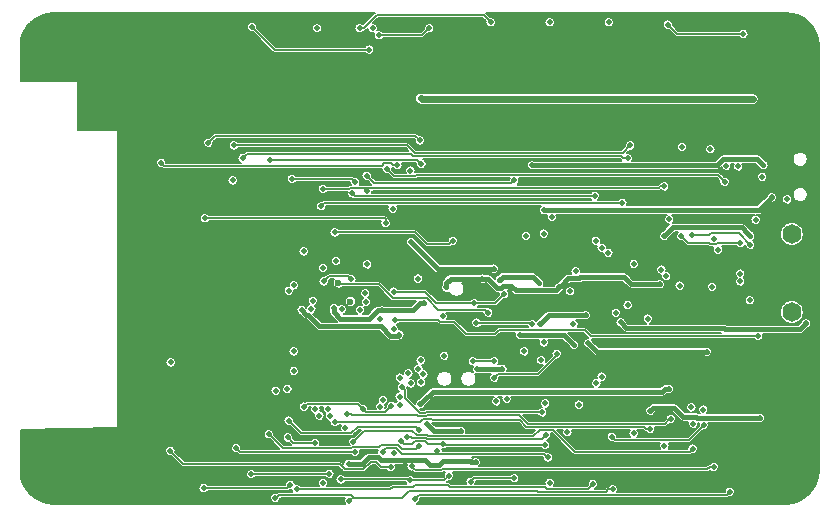
<source format=gbr>
G04 #@! TF.GenerationSoftware,KiCad,Pcbnew,5.1.3-ffb9f22~84~ubuntu19.04.1*
G04 #@! TF.CreationDate,2019-08-02T10:13:28-05:00*
G04 #@! TF.ProjectId,LeashPCB,4c656173-6850-4434-922e-6b696361645f,rev?*
G04 #@! TF.SameCoordinates,Original*
G04 #@! TF.FileFunction,Copper,L3,Inr*
G04 #@! TF.FilePolarity,Positive*
%FSLAX46Y46*%
G04 Gerber Fmt 4.6, Leading zero omitted, Abs format (unit mm)*
G04 Created by KiCad (PCBNEW 5.1.3-ffb9f22~84~ubuntu19.04.1) date 2019-08-02 10:13:28*
%MOMM*%
%LPD*%
G04 APERTURE LIST*
%ADD10C,0.600000*%
%ADD11O,1.600000X1.651000*%
%ADD12C,0.500000*%
%ADD13C,0.600000*%
%ADD14C,0.400000*%
%ADD15C,0.127000*%
G04 APERTURE END LIST*
D10*
X142530000Y-62910000D03*
X142530000Y-61190000D03*
X141570000Y-62910000D03*
X141570000Y-61190000D03*
X142050000Y-62050000D03*
X139625000Y-68600000D03*
X140105000Y-69460000D03*
X140105000Y-67740000D03*
X139145000Y-69460000D03*
X139145000Y-67740000D03*
D11*
X158500000Y-63550000D03*
X158500000Y-56950000D03*
D12*
X118300000Y-66200000D03*
X118300000Y-65400000D03*
X148400000Y-62200000D03*
X149500000Y-63600000D03*
X152252418Y-60700000D03*
X142300000Y-73878610D03*
X118300000Y-67000000D03*
X118300000Y-67800000D03*
X129100000Y-57350000D03*
X131900000Y-73600000D03*
X130100000Y-71400000D03*
X132959490Y-69676217D03*
X135399186Y-67319044D03*
X133939667Y-66968699D03*
X150231912Y-64322990D03*
X147928610Y-64322990D03*
X123061153Y-76659490D03*
X115640000Y-66900000D03*
X112880000Y-63370000D03*
X112450000Y-62950000D03*
X112060000Y-62530000D03*
X111640000Y-62110000D03*
X111840000Y-61560000D03*
X111450000Y-61100000D03*
X111020000Y-60710000D03*
X109540000Y-60720000D03*
X108970000Y-60700000D03*
X108410000Y-60730000D03*
X108100000Y-61170000D03*
X108080000Y-61700000D03*
X108090000Y-62260000D03*
X107570000Y-62600000D03*
X107160000Y-62990000D03*
X107040000Y-63510000D03*
X107000000Y-64080000D03*
X106340000Y-64170000D03*
X105200000Y-63830000D03*
X105180000Y-63230000D03*
X105200000Y-62670000D03*
X106120000Y-62380000D03*
X106590000Y-62090000D03*
X106660000Y-61560000D03*
X106210000Y-60740000D03*
X105680000Y-60740000D03*
X105140000Y-60720000D03*
X104640000Y-60710000D03*
X104100000Y-60690000D03*
X103560000Y-60710000D03*
X103030000Y-60700000D03*
X102480000Y-60710000D03*
X101830000Y-59410000D03*
X104210000Y-59270000D03*
X105850000Y-59250000D03*
X108160000Y-59230000D03*
X106450000Y-59250000D03*
X108680000Y-59230000D03*
X109230000Y-59230000D03*
X109750000Y-59240000D03*
X110280000Y-59260000D03*
X110790000Y-59410000D03*
X111290000Y-59370000D03*
X111850000Y-59440000D03*
X112220000Y-59800000D03*
X112610000Y-60170000D03*
X113070000Y-60490000D03*
X114610000Y-60120000D03*
X115070000Y-60590000D03*
X115440000Y-65170000D03*
X114600000Y-66900000D03*
X115573568Y-61098455D03*
X115100000Y-66900000D03*
X101560000Y-75630000D03*
X99290000Y-75860000D03*
X101750000Y-75150000D03*
X101350000Y-73750000D03*
X99670000Y-76250000D03*
X101250000Y-76110000D03*
X100050000Y-76590000D03*
X99780000Y-74940000D03*
X100280000Y-74480000D03*
X100850000Y-74150000D03*
X101690000Y-73230000D03*
X102050000Y-74750000D03*
X103340000Y-73690000D03*
X102940000Y-74100000D03*
X102490000Y-74510000D03*
X104410000Y-70580000D03*
X104720000Y-68980000D03*
X102530000Y-72400000D03*
X102100000Y-72810000D03*
X108070000Y-70890000D03*
X105990000Y-72970000D03*
X103980000Y-70930000D03*
X103770000Y-73320000D03*
X104800000Y-70240000D03*
X107230000Y-71630000D03*
X104220000Y-72950000D03*
X103610000Y-71340000D03*
X104690000Y-72620000D03*
X105540000Y-72550000D03*
X107630000Y-71320000D03*
X105110000Y-72140000D03*
X107350000Y-72210000D03*
X112600000Y-66900000D03*
X108900000Y-66200000D03*
X113200000Y-65300000D03*
X107290000Y-68030000D03*
X112000000Y-66910000D03*
X109840000Y-68900000D03*
X114100000Y-66900000D03*
X109010000Y-69740000D03*
X110600000Y-68010000D03*
X107740000Y-67570000D03*
X110990000Y-67590000D03*
X109300000Y-65700000D03*
X108450000Y-66680000D03*
X109410000Y-69320000D03*
X110220000Y-68470000D03*
X109700000Y-65400000D03*
X113100000Y-66900000D03*
X110700000Y-65300000D03*
X108090000Y-67140000D03*
X112200000Y-65300000D03*
X113600000Y-66900000D03*
X113700000Y-65300000D03*
X113980000Y-64389490D03*
X105502448Y-68284868D03*
X115810000Y-62520000D03*
X116000000Y-63080000D03*
X114980000Y-64730000D03*
X111440000Y-67110000D03*
X110200000Y-65300000D03*
X111200000Y-65300000D03*
X111700000Y-65300000D03*
X112700000Y-65300000D03*
X114200000Y-65300000D03*
X103560000Y-59270000D03*
X106640000Y-61040000D03*
X144019359Y-59609359D03*
X118300000Y-68700000D03*
X118300000Y-69600000D03*
X122500000Y-67000000D03*
X122500000Y-67800000D03*
X122500000Y-68700000D03*
X122500000Y-69600000D03*
X120500000Y-67000000D03*
X120500000Y-69600000D03*
X120500000Y-68700000D03*
X120500000Y-67800000D03*
X101750000Y-62000000D03*
X101750000Y-64750000D03*
X101750000Y-66000000D03*
X101750000Y-67250000D03*
X101750000Y-68500000D03*
X101750000Y-69750000D03*
X101750000Y-71000000D03*
X101750000Y-72250000D03*
X103000000Y-66000000D03*
X103000000Y-68500000D03*
X103000000Y-67250000D03*
X103000000Y-71000000D03*
X103000000Y-69750000D03*
X104250000Y-68500000D03*
X104250000Y-66000000D03*
X104250000Y-67250000D03*
X105500000Y-67250000D03*
X105500000Y-66000000D03*
X106750000Y-66000000D03*
X101750000Y-77250000D03*
X103000000Y-77250000D03*
X104250000Y-77250000D03*
X105500000Y-77250000D03*
X106750000Y-77250000D03*
X105500000Y-78500000D03*
X103000000Y-78500000D03*
X106750000Y-78500000D03*
X101750000Y-78500000D03*
X104250000Y-78500000D03*
X94000000Y-78500000D03*
X95250000Y-78500000D03*
X95250000Y-77250000D03*
X96500000Y-78500000D03*
X94000000Y-77250000D03*
X96500000Y-77250000D03*
X94000000Y-75750000D03*
X94000000Y-74500000D03*
X95250000Y-75750000D03*
X96500000Y-75750000D03*
X96500000Y-74500000D03*
X95250000Y-74500000D03*
X97750000Y-74500000D03*
X102000000Y-53500000D03*
X102000000Y-56000000D03*
X102000000Y-54750000D03*
X102000000Y-57250000D03*
X103250000Y-57250000D03*
X103250000Y-56000000D03*
X103250000Y-53500000D03*
X103250000Y-54750000D03*
X105750000Y-54750000D03*
X104500000Y-56000000D03*
X104500000Y-57250000D03*
X104500000Y-54750000D03*
X105750000Y-57250000D03*
X105750000Y-56000000D03*
X102000000Y-50750000D03*
X103250000Y-52000000D03*
X102000000Y-52000000D03*
X103250000Y-50750000D03*
X120550000Y-66200000D03*
X120550000Y-65400000D03*
X122550000Y-65400000D03*
X122550000Y-66200000D03*
X109500000Y-57250000D03*
X110750000Y-57250000D03*
X107000000Y-57250000D03*
X108250000Y-57250000D03*
X114500000Y-57250000D03*
X115750000Y-57250000D03*
X113250000Y-57250000D03*
X112000000Y-57250000D03*
X115750000Y-58250000D03*
X113250000Y-58250000D03*
X114500000Y-58250000D03*
X112000000Y-58250000D03*
X108250000Y-58250000D03*
X110750000Y-58250000D03*
X107000000Y-58250000D03*
X109500000Y-58250000D03*
X113250000Y-59250000D03*
X114500000Y-59250000D03*
X109500000Y-62250000D03*
X110750000Y-62250000D03*
X110750000Y-63250000D03*
X109500000Y-63250000D03*
X109500000Y-64250000D03*
X110750000Y-64250000D03*
X108250000Y-64250000D03*
X108250000Y-63250000D03*
X107750000Y-65000000D03*
X106750000Y-65250000D03*
X103000000Y-76000000D03*
X104000000Y-76000000D03*
X103000000Y-75000000D03*
X104000000Y-75000000D03*
X104000000Y-74000000D03*
X105000000Y-73500000D03*
X106250000Y-74000000D03*
X106750000Y-75000000D03*
X108000000Y-75000000D03*
X108000000Y-77250000D03*
X109250000Y-75000000D03*
X109250000Y-77250000D03*
X109250000Y-73750000D03*
X108000000Y-73750000D03*
X108000000Y-72500000D03*
X109250000Y-72250000D03*
X110500000Y-71250000D03*
X110500000Y-72500000D03*
X110500000Y-73750000D03*
X110500000Y-70000000D03*
X111750000Y-70000000D03*
X111750000Y-71250000D03*
X111750000Y-68750000D03*
X110750000Y-69000000D03*
X109500000Y-71000000D03*
X112500000Y-67750000D03*
X113500000Y-67750000D03*
X113000000Y-69000000D03*
X114250000Y-68250000D03*
X115000000Y-67500000D03*
X107000000Y-67100000D03*
X107800000Y-66400000D03*
X112000000Y-64250000D03*
X93800000Y-40600000D03*
X95050000Y-40600000D03*
X95050000Y-39350000D03*
X93800000Y-42100000D03*
X95050000Y-43350000D03*
X93800000Y-43350000D03*
X95050000Y-42100000D03*
X97650000Y-40600000D03*
X97650000Y-39350000D03*
X96400000Y-40600000D03*
X96400000Y-42100000D03*
X97650000Y-43350000D03*
X96400000Y-43350000D03*
X97650000Y-42100000D03*
X96400000Y-39350000D03*
X99000000Y-39350000D03*
X99000000Y-42100000D03*
X100250000Y-39350000D03*
X100250000Y-40600000D03*
X100250000Y-42100000D03*
X99000000Y-40600000D03*
X102850000Y-43350000D03*
X102850000Y-40600000D03*
X101600000Y-40600000D03*
X102850000Y-42100000D03*
X101600000Y-39350000D03*
X101600000Y-42100000D03*
X102850000Y-39350000D03*
X104200000Y-39350000D03*
X105450000Y-40600000D03*
X104200000Y-42100000D03*
X105450000Y-39350000D03*
X105450000Y-42100000D03*
X104200000Y-40600000D03*
X106800000Y-40600000D03*
X108050000Y-42100000D03*
X108050000Y-40600000D03*
X106800000Y-42100000D03*
X106800000Y-39350000D03*
X108050000Y-39350000D03*
X102850000Y-46000000D03*
X102850000Y-48750000D03*
X102850000Y-44750000D03*
X102850000Y-47500000D03*
X104200000Y-48750000D03*
X104200000Y-50000000D03*
X105450000Y-50000000D03*
X105450000Y-48750000D03*
X107850000Y-50000000D03*
X107850000Y-48750000D03*
X106600000Y-48750000D03*
X106600000Y-50000000D03*
X106600000Y-52800000D03*
X107850000Y-52800000D03*
X107850000Y-51650000D03*
X106600000Y-51650000D03*
X106600000Y-53950000D03*
X107850000Y-53950000D03*
X111000000Y-39000000D03*
X117000000Y-39000000D03*
X121950000Y-38800000D03*
X127000000Y-39000000D03*
X132000000Y-39000000D03*
X137000000Y-39000000D03*
X142000000Y-39000000D03*
X147000000Y-39000000D03*
X152000000Y-39000000D03*
X154000000Y-39000000D03*
X156000000Y-39000000D03*
X159000000Y-39000000D03*
X160500000Y-41000000D03*
X160500000Y-43500000D03*
X160500000Y-46000000D03*
X160500000Y-50000000D03*
X160500000Y-53000000D03*
X160500000Y-57000000D03*
X160500000Y-60000000D03*
X160500000Y-63000000D03*
X160500000Y-67000000D03*
X160500000Y-70000000D03*
X160500000Y-74000000D03*
X160500000Y-77500000D03*
X158000000Y-79500000D03*
X155500000Y-79500000D03*
X132000000Y-79440510D03*
X152000000Y-79500000D03*
X146500000Y-79500000D03*
X141500000Y-79500000D03*
X137000000Y-79500000D03*
X127500000Y-79500000D03*
X120000000Y-79500000D03*
X116000000Y-79500000D03*
X111000000Y-79500000D03*
X109350000Y-43350000D03*
X109350000Y-40600000D03*
X109350000Y-42100000D03*
X109350000Y-39350000D03*
X109350000Y-46000000D03*
X109350000Y-44750000D03*
X109350000Y-47500000D03*
X147450000Y-72400000D03*
X138722990Y-72136500D03*
X154890510Y-64202337D03*
X117258179Y-64346975D03*
X155200000Y-45500000D03*
X124700000Y-54800000D03*
X126848532Y-60704513D03*
X126200000Y-51559490D03*
X127090000Y-45440000D03*
X126250000Y-57600000D03*
X133255912Y-59868180D03*
X144000000Y-64400000D03*
X152800000Y-65000000D03*
X151000000Y-71800000D03*
X159700000Y-64500000D03*
X158100000Y-54000000D03*
X121900000Y-39500000D03*
D10*
X121134035Y-62651650D03*
D12*
X133000000Y-39000000D03*
X121947985Y-63364985D03*
X112800000Y-39400000D03*
X122710000Y-41310000D03*
X123000000Y-39500000D03*
X122438980Y-62681822D03*
X123528610Y-40100000D03*
X127800000Y-39500000D03*
X122382017Y-61940959D03*
X148000000Y-39200000D03*
X147699994Y-57100000D03*
X154400000Y-40000000D03*
X154936488Y-62536488D03*
X154982993Y-57108201D03*
X144150000Y-54300000D03*
X115820000Y-74160000D03*
X118130000Y-74630000D03*
X118159490Y-71770697D03*
X118800000Y-59801434D03*
X118635247Y-54579338D03*
X111450000Y-75050000D03*
X121504442Y-75398374D03*
X120700002Y-73359488D03*
X112720000Y-77260000D03*
X119350962Y-77240000D03*
X122540510Y-59500027D03*
X118800000Y-53100000D03*
X119227232Y-71743383D03*
X122559490Y-53259490D03*
X147700000Y-52900000D03*
X105880000Y-75300000D03*
X123645989Y-64107043D03*
X124532101Y-76659490D03*
X108800000Y-55600000D03*
X124100000Y-56000000D03*
X125312697Y-69089720D03*
X145100000Y-73800000D03*
X144600000Y-50522990D03*
X112000000Y-50500000D03*
X105110000Y-50910000D03*
X114222590Y-73884576D03*
X125100000Y-51100000D03*
X126920755Y-74911501D03*
X114775000Y-79275000D03*
X116180000Y-52250000D03*
X121024999Y-79522600D03*
X121536281Y-52559257D03*
X114800000Y-70200000D03*
X143325000Y-78559490D03*
X148125000Y-55675000D03*
X121374362Y-74517362D03*
X150100000Y-75100000D03*
X155425000Y-55725000D03*
X124900000Y-64200010D03*
X155650000Y-65577010D03*
X151900000Y-76650000D03*
X126300000Y-76600000D03*
X126218989Y-69581004D03*
X119780947Y-72835811D03*
X146509490Y-73440510D03*
X141650000Y-78100000D03*
X115796658Y-70053980D03*
X116600000Y-78559490D03*
X153250000Y-78750000D03*
X126566348Y-79377410D03*
X115897590Y-72729732D03*
X126955064Y-73522467D03*
X120814965Y-72200000D03*
X148259490Y-72577010D03*
X139718411Y-61774358D03*
X142400000Y-58100000D03*
X140477010Y-71373442D03*
X142390510Y-69000000D03*
X143600000Y-63600000D03*
X141900000Y-57500000D03*
D10*
X120116298Y-61070098D03*
D12*
X133300000Y-69100000D03*
X138590877Y-67086316D03*
X132800000Y-63580000D03*
X154122990Y-60951200D03*
X147868313Y-60502692D03*
X154122990Y-60278838D03*
X147450000Y-59950000D03*
X125267051Y-65453029D03*
X117000000Y-63362518D03*
X117190000Y-71550000D03*
X122200000Y-71759490D03*
X124600000Y-71500000D03*
X123803081Y-63381519D03*
X124800000Y-75505478D03*
X123892365Y-70969750D03*
X127370000Y-62800000D03*
X119734636Y-63193210D03*
X119908896Y-59220719D03*
X119383940Y-72350497D03*
X105900000Y-67800000D03*
X115910000Y-61740000D03*
X116320000Y-66873695D03*
X141800000Y-53700000D03*
X118800000Y-78000000D03*
X118856817Y-60944705D03*
X118502929Y-72300000D03*
X121300000Y-53500000D03*
X121209869Y-60759490D03*
X131300000Y-77900000D03*
X135000000Y-77600000D03*
X133468171Y-71095020D03*
X134349122Y-70876188D03*
X134133412Y-62033412D03*
X131600002Y-62800000D03*
X124786489Y-61813513D03*
X124800000Y-64982990D03*
X148100000Y-70050000D03*
X146300000Y-64100000D03*
X144600000Y-62950000D03*
X127050000Y-71330000D03*
X145120000Y-59470000D03*
X130505579Y-73605487D03*
X127598391Y-73029034D03*
X137618084Y-71276916D03*
X134000000Y-68359490D03*
X137270357Y-67621578D03*
X131880000Y-68380000D03*
X149000000Y-61300000D03*
X151752412Y-61414541D03*
X120979472Y-76385807D03*
X147300000Y-61180000D03*
X138790000Y-61460000D03*
X138180000Y-55500000D03*
X127900000Y-76500000D03*
X131729371Y-76249177D03*
X127100000Y-69500000D03*
X132300000Y-60700000D03*
X129230003Y-61460000D03*
X135000000Y-52400000D03*
X138000000Y-77999998D03*
X137500000Y-66099994D03*
X135829325Y-66862838D03*
X122500000Y-52000000D03*
X128500000Y-75300000D03*
X123847029Y-75351441D03*
X128930000Y-63900000D03*
X123658922Y-71551685D03*
X137850000Y-75850000D03*
X125300000Y-71400000D03*
X137600000Y-74800000D03*
X125405616Y-74478473D03*
X129069275Y-67248651D03*
X128977414Y-74690519D03*
X125300000Y-70700000D03*
X125903486Y-74097331D03*
X133300000Y-67700000D03*
X131500000Y-67700000D03*
X137700000Y-73948532D03*
X108700000Y-78440000D03*
X116039644Y-78172880D03*
X116331488Y-68531488D03*
X111150000Y-52400000D03*
X144820000Y-49430000D03*
X111250000Y-49430000D03*
X147719384Y-74840510D03*
X126036500Y-68719325D03*
X124200000Y-51400000D03*
X152800000Y-52500000D03*
X127131019Y-51004577D03*
X114330000Y-50640510D03*
X126879264Y-68335107D03*
X109094999Y-49205001D03*
X127000000Y-49000000D03*
X127068403Y-67623045D03*
X116327831Y-61272496D03*
X117825243Y-63272340D03*
X117948043Y-62587276D03*
X117170006Y-58410000D03*
X125500000Y-69900000D03*
X137368979Y-72027083D03*
X131800000Y-64440000D03*
X136522989Y-64577014D03*
X140200000Y-60100000D03*
X137100000Y-61100000D03*
X133774138Y-60802433D03*
X137150000Y-64577012D03*
X141050000Y-63800000D03*
X140000000Y-64550000D03*
X141950000Y-69550000D03*
X150000008Y-71600000D03*
X151300000Y-66900000D03*
X142962702Y-58537298D03*
X141278677Y-66174938D03*
X136000000Y-57100000D03*
X139500000Y-73700000D03*
X135500000Y-65500000D03*
X156100000Y-51100000D03*
X136500000Y-51100000D03*
X140051827Y-66324803D03*
X118300000Y-39500000D03*
X119794521Y-56800000D03*
X129800000Y-57500000D03*
X127300000Y-68800000D03*
X126200000Y-77800000D03*
X129452974Y-77400000D03*
X120400000Y-63300000D03*
X120300000Y-77700000D03*
X155800000Y-72500000D03*
X156000000Y-52100000D03*
X137500000Y-56900000D03*
X137500000Y-54900000D03*
X146509490Y-71900000D03*
X156800000Y-53827014D03*
X153950000Y-51200000D03*
X152250000Y-58250000D03*
X151900000Y-57350000D03*
X152950000Y-51150000D03*
X149200000Y-49550000D03*
X138000000Y-39000000D03*
X150150000Y-73000000D03*
X154150000Y-57700000D03*
X149150000Y-57121184D03*
X143000000Y-39000000D03*
X151050000Y-73100000D03*
X143250000Y-74100000D03*
X151600000Y-49750000D03*
X154982998Y-57850000D03*
X150087058Y-57009490D03*
D13*
X127150000Y-45500000D02*
X127090000Y-45440000D01*
X155200000Y-45500000D02*
X127150000Y-45500000D01*
D14*
X126250000Y-57600000D02*
X128518180Y-59868180D01*
X128518180Y-59868180D02*
X133255912Y-59868180D01*
X152700000Y-64900000D02*
X152800000Y-65000000D01*
X144500000Y-64900000D02*
X152700000Y-64900000D01*
X144000000Y-64400000D02*
X144500000Y-64900000D01*
X159200000Y-65000000D02*
X159700000Y-64500000D01*
X152800000Y-65000000D02*
X159200000Y-65000000D01*
D15*
X123353552Y-38400001D02*
X132400001Y-38400001D01*
X122253553Y-39500000D02*
X123353552Y-38400001D01*
X132750001Y-38750001D02*
X133000000Y-39000000D01*
X121900000Y-39500000D02*
X122253553Y-39500000D01*
X132400001Y-38400001D02*
X132750001Y-38750001D01*
X122356447Y-41310000D02*
X122710000Y-41310000D01*
X112800000Y-39400000D02*
X114710000Y-41310000D01*
X114710000Y-41310000D02*
X122356447Y-41310000D01*
X123528610Y-40100000D02*
X127200000Y-40100000D01*
X127200000Y-40100000D02*
X127800000Y-39500000D01*
X148800000Y-40000000D02*
X154046447Y-40000000D01*
X154046447Y-40000000D02*
X154400000Y-40000000D01*
X148000000Y-39200000D02*
X148800000Y-40000000D01*
D14*
X148426996Y-56372998D02*
X154247790Y-56372998D01*
X154732994Y-56858202D02*
X154982993Y-57108201D01*
X154247790Y-56372998D02*
X154732994Y-56858202D01*
X147699994Y-57100000D02*
X148426996Y-56372998D01*
D15*
X116290000Y-74630000D02*
X115820000Y-74160000D01*
X118130000Y-74630000D02*
X116290000Y-74630000D01*
X118914585Y-54300000D02*
X118885246Y-54329339D01*
X118885246Y-54329339D02*
X118635247Y-54579338D01*
X144150000Y-54300000D02*
X118914585Y-54300000D01*
X111450000Y-75050000D02*
X111798374Y-75398374D01*
X111798374Y-75398374D02*
X121504442Y-75398374D01*
X112720000Y-77260000D02*
X119330962Y-77260000D01*
X119330962Y-77260000D02*
X119350962Y-77240000D01*
X121048058Y-53100000D02*
X121138567Y-53009491D01*
X118800000Y-53100000D02*
X121048058Y-53100000D01*
X122309491Y-53009491D02*
X122559490Y-53259490D01*
X121138567Y-53009491D02*
X122309491Y-53009491D01*
X147246447Y-53000000D02*
X147346447Y-52900000D01*
X147346447Y-52900000D02*
X147700000Y-52900000D01*
X122350000Y-53000000D02*
X147246447Y-53000000D01*
X123272594Y-76218989D02*
X123713095Y-76659490D01*
X122222712Y-76845989D02*
X122849712Y-76218989D01*
X120657324Y-76845989D02*
X122222712Y-76845989D01*
X120223288Y-76411953D02*
X120657324Y-76845989D01*
X123713095Y-76659490D02*
X124532101Y-76659490D01*
X106991953Y-76411953D02*
X120223288Y-76411953D01*
X122849712Y-76218989D02*
X123272594Y-76218989D01*
X105880000Y-75300000D02*
X106991953Y-76411953D01*
X124053553Y-55600000D02*
X108800000Y-55600000D01*
X124100000Y-55646447D02*
X124053553Y-55600000D01*
X124100000Y-56000000D02*
X124100000Y-55646447D01*
X144053699Y-50330242D02*
X126451834Y-50330242D01*
X144600000Y-50522990D02*
X144246447Y-50522990D01*
X112359987Y-50140013D02*
X112249999Y-50250001D01*
X112249999Y-50250001D02*
X112000000Y-50500000D01*
X144246447Y-50522990D02*
X144053699Y-50330242D01*
X126261605Y-50140013D02*
X112359987Y-50140013D01*
X126451834Y-50330242D02*
X126261605Y-50140013D01*
X124746447Y-51100000D02*
X125100000Y-51100000D01*
X123788057Y-51159999D02*
X123988558Y-50959498D01*
X124605945Y-50959498D02*
X124746447Y-51100000D01*
X123988558Y-50959498D02*
X124605945Y-50959498D01*
X105359999Y-51159999D02*
X123788057Y-51159999D01*
X105110000Y-50910000D02*
X105359999Y-51159999D01*
X126670756Y-75161500D02*
X126920755Y-74911501D01*
X123735560Y-74810966D02*
X125116655Y-74810966D01*
X125116655Y-74810966D02*
X125467189Y-75161500D01*
X125467189Y-75161500D02*
X126670756Y-75161500D01*
X121164633Y-75086239D02*
X121293000Y-74957872D01*
X114222590Y-73884576D02*
X115424253Y-75086239D01*
X115424253Y-75086239D02*
X121164633Y-75086239D01*
X123588654Y-74957872D02*
X123735560Y-74810966D01*
X121293000Y-74957872D02*
X123588654Y-74957872D01*
X121227024Y-52250000D02*
X121536281Y-52559257D01*
X116180000Y-52250000D02*
X121227024Y-52250000D01*
X121425000Y-79275000D02*
X121422601Y-79272601D01*
X121422601Y-79272601D02*
X121274998Y-79272601D01*
X121274998Y-79272601D02*
X121024999Y-79522600D01*
X142971447Y-78559490D02*
X143325000Y-78559490D01*
X136975008Y-78745989D02*
X142784948Y-78745989D01*
X142784948Y-78745989D02*
X142971447Y-78559490D01*
X136929019Y-78700000D02*
X136975008Y-78745989D01*
X121425000Y-79275000D02*
X125475000Y-79275000D01*
X126050000Y-78700000D02*
X136929019Y-78700000D01*
X125475000Y-79275000D02*
X126050000Y-78700000D01*
X114775000Y-79275000D02*
X115050000Y-79000000D01*
X121150000Y-79000000D02*
X121425000Y-79275000D01*
X115050000Y-79000000D02*
X121150000Y-79000000D01*
X138259966Y-73508022D02*
X140101943Y-75349999D01*
X126743622Y-73962969D02*
X127670704Y-73962969D01*
X140101943Y-75349999D02*
X149850001Y-75349999D01*
X121374362Y-74517362D02*
X122300472Y-73591252D01*
X127703733Y-73995998D02*
X129833733Y-73995998D01*
X126371905Y-73591252D02*
X126743622Y-73962969D01*
X149850001Y-75349999D02*
X150100000Y-75100000D01*
X136602068Y-74045988D02*
X137140035Y-73508022D01*
X129883723Y-74045988D02*
X136602068Y-74045988D01*
X137140035Y-73508022D02*
X138259966Y-73508022D01*
X129833733Y-73995998D02*
X129883723Y-74045988D01*
X127670704Y-73962969D02*
X127703733Y-73995998D01*
X122300472Y-73591252D02*
X126371905Y-73591252D01*
X124900000Y-64200010D02*
X128558068Y-64200010D01*
X130941058Y-65393002D02*
X133376998Y-65393002D01*
X129888557Y-64340501D02*
X130941058Y-65393002D01*
X128698559Y-64340501D02*
X129888557Y-64340501D01*
X141478952Y-65577010D02*
X155296447Y-65577010D01*
X133376998Y-65393002D02*
X133715989Y-65054011D01*
X155296447Y-65577010D02*
X155650000Y-65577010D01*
X128558068Y-64200010D02*
X128698559Y-64340501D01*
X133715989Y-65054011D02*
X140955953Y-65054011D01*
X140955953Y-65054011D02*
X141478952Y-65577010D01*
X128768863Y-76949999D02*
X126649999Y-76949999D01*
X128874479Y-76844383D02*
X128768863Y-76949999D01*
X151546447Y-76650000D02*
X151352064Y-76844383D01*
X126549999Y-76849999D02*
X126300000Y-76600000D01*
X126649999Y-76949999D02*
X126549999Y-76849999D01*
X151900000Y-76650000D02*
X151546447Y-76650000D01*
X151352064Y-76844383D02*
X128874479Y-76844383D01*
X127022247Y-72835811D02*
X127269534Y-72588524D01*
X145969438Y-73254011D02*
X146155937Y-73440510D01*
X136035562Y-73254011D02*
X145969438Y-73254011D01*
X146155937Y-73440510D02*
X146509490Y-73440510D01*
X135468050Y-72686499D02*
X136035562Y-73254011D01*
X128088441Y-72686499D02*
X135468050Y-72686499D01*
X127990466Y-72588524D02*
X128088441Y-72686499D01*
X119780947Y-72835811D02*
X127022247Y-72835811D01*
X127269534Y-72588524D02*
X127990466Y-72588524D01*
X141650000Y-78100000D02*
X141258022Y-78491978D01*
X116953553Y-78559490D02*
X116600000Y-78559490D01*
X137588558Y-78340501D02*
X129564441Y-78340501D01*
X137740035Y-78491978D02*
X137588558Y-78340501D01*
X124501718Y-78559490D02*
X116953553Y-78559490D01*
X141258022Y-78491978D02*
X137740035Y-78491978D01*
X126411441Y-78340501D02*
X124720707Y-78340501D01*
X126573331Y-78178611D02*
X126411441Y-78340501D01*
X129564441Y-78340501D02*
X129402551Y-78178611D01*
X124720707Y-78340501D02*
X124501718Y-78559490D01*
X129402551Y-78178611D02*
X126573331Y-78178611D01*
X121727532Y-73272468D02*
X126705065Y-73272468D01*
X126705065Y-73272468D02*
X126955064Y-73522467D01*
X121200000Y-73800000D02*
X121727532Y-73272468D01*
X116967858Y-73800000D02*
X121200000Y-73800000D01*
X115897590Y-72729732D02*
X116967858Y-73800000D01*
X126943758Y-79000000D02*
X126566348Y-79377410D01*
X153000000Y-79000000D02*
X126943758Y-79000000D01*
X153250000Y-78750000D02*
X153000000Y-79000000D01*
X148140501Y-72577010D02*
X148259490Y-72577010D01*
X148140501Y-72611441D02*
X148140501Y-72577010D01*
X147751942Y-73000000D02*
X148140501Y-72611441D01*
X135435288Y-72294512D02*
X136140776Y-73000000D01*
X127576657Y-72294512D02*
X135435288Y-72294512D01*
X121168518Y-72200000D02*
X121263030Y-72294512D01*
X136140776Y-73000000D02*
X147751942Y-73000000D01*
X120814965Y-72200000D02*
X121168518Y-72200000D01*
X121263030Y-72294512D02*
X126843343Y-72294512D01*
X126843343Y-72294512D02*
X126883344Y-72334513D01*
X126883344Y-72334513D02*
X127536656Y-72334513D01*
X127536656Y-72334513D02*
X127576657Y-72294512D01*
X133300000Y-69100000D02*
X133600000Y-68800000D01*
X133600000Y-68800000D02*
X137000000Y-68800000D01*
X138590877Y-67209123D02*
X138590877Y-67086316D01*
X137000000Y-68800000D02*
X138590877Y-67209123D01*
X132550001Y-63330001D02*
X132800000Y-63580000D01*
X127088558Y-62349498D02*
X127118558Y-62319498D01*
X124699498Y-62349498D02*
X127088558Y-62349498D01*
X127118558Y-62319498D02*
X127571442Y-62319498D01*
X123550000Y-61200000D02*
X124699498Y-62349498D01*
X128581945Y-63330001D02*
X132550001Y-63330001D01*
X120116298Y-61070098D02*
X120246200Y-61200000D01*
X120246200Y-61200000D02*
X123550000Y-61200000D01*
X127571442Y-62319498D02*
X128581945Y-63330001D01*
D14*
X117000000Y-63362518D02*
X117016581Y-63362518D01*
X117534856Y-63770955D02*
X117408437Y-63770955D01*
X117408437Y-63770955D02*
X117000000Y-63362518D01*
X118486900Y-64722999D02*
X117534856Y-63770955D01*
X118576961Y-64722999D02*
X118486900Y-64722999D01*
X125160080Y-65560000D02*
X124510000Y-65560000D01*
X125267051Y-65453029D02*
X125160080Y-65560000D01*
X124510000Y-65560000D02*
X123700000Y-64750000D01*
X123700000Y-64750000D02*
X118603962Y-64750000D01*
X118603962Y-64750000D02*
X118576961Y-64722999D01*
D15*
X121740511Y-71300001D02*
X122200000Y-71759490D01*
X117190000Y-71550000D02*
X117439999Y-71300001D01*
X117439999Y-71300001D02*
X121740511Y-71300001D01*
X124350001Y-71749999D02*
X124600000Y-71500000D01*
X122200000Y-71759490D02*
X122449999Y-72009489D01*
X122449999Y-72009489D02*
X124090511Y-72009489D01*
X124090511Y-72009489D02*
X124350001Y-71749999D01*
D14*
X127016447Y-62800000D02*
X127370000Y-62800000D01*
X126436447Y-63380000D02*
X127016447Y-62800000D01*
X123803081Y-63381519D02*
X123804600Y-63380000D01*
X123804600Y-63380000D02*
X126436447Y-63380000D01*
X123449528Y-63381519D02*
X122735980Y-64095067D01*
X120282940Y-64095067D02*
X119734636Y-63546763D01*
X119734636Y-63546763D02*
X119734636Y-63193210D01*
X122735980Y-64095067D02*
X120282940Y-64095067D01*
X123803081Y-63381519D02*
X123449528Y-63381519D01*
D15*
X141800000Y-53700000D02*
X121599998Y-53700000D01*
X121549999Y-53749999D02*
X121300000Y-53500000D01*
X121599998Y-53700000D02*
X121549999Y-53749999D01*
X118856817Y-60944705D02*
X119292031Y-60509491D01*
X120959870Y-60509491D02*
X121209869Y-60759490D01*
X119292031Y-60509491D02*
X120959870Y-60509491D01*
X131300000Y-77900000D02*
X131600000Y-77600000D01*
X131600000Y-77600000D02*
X135000000Y-77600000D01*
X131953555Y-62800000D02*
X131600002Y-62800000D01*
X133366824Y-62800000D02*
X131953555Y-62800000D01*
X134133412Y-62033412D02*
X133366824Y-62800000D01*
X131600002Y-62800000D02*
X128411169Y-62800000D01*
X128411169Y-62800000D02*
X127424682Y-61813513D01*
X125140042Y-61813513D02*
X124786489Y-61813513D01*
X127424682Y-61813513D02*
X125140042Y-61813513D01*
D14*
X147497260Y-70299187D02*
X128080813Y-70299187D01*
X148100000Y-70050000D02*
X147746447Y-70050000D01*
X127299999Y-71080001D02*
X127050000Y-71330000D01*
X128080813Y-70299187D02*
X127299999Y-71080001D01*
X147746447Y-70050000D02*
X147497260Y-70299187D01*
X127848390Y-73279033D02*
X127598391Y-73029034D01*
X128174844Y-73605487D02*
X127848390Y-73279033D01*
X130505579Y-73605487D02*
X128174844Y-73605487D01*
X131900510Y-68359490D02*
X131880000Y-68380000D01*
X134000000Y-68359490D02*
X131900510Y-68359490D01*
X125411984Y-76082488D02*
X125444472Y-76050000D01*
X122687958Y-75828478D02*
X123434348Y-75828478D01*
X123688358Y-76082488D02*
X124930224Y-76082488D01*
X122130629Y-76385807D02*
X122687958Y-75828478D01*
X123434348Y-75828478D02*
X123688358Y-76082488D01*
X124930224Y-76082488D02*
X124938245Y-76090509D01*
X125403963Y-76090509D02*
X125411984Y-76082488D01*
X120979472Y-76385807D02*
X122130629Y-76385807D01*
X124938245Y-76090509D02*
X125403963Y-76090509D01*
X131375818Y-76249177D02*
X131729371Y-76249177D01*
X131306451Y-76179810D02*
X131375818Y-76249177D01*
X127900000Y-76500000D02*
X128666597Y-76500000D01*
X128666597Y-76500000D02*
X128986787Y-76179810D01*
X128986787Y-76179810D02*
X131306451Y-76179810D01*
X127422999Y-76022999D02*
X127650001Y-76250001D01*
X125411984Y-76082488D02*
X125471473Y-76022999D01*
X125471473Y-76022999D02*
X127422999Y-76022999D01*
X127650001Y-76250001D02*
X127900000Y-76500000D01*
X133552031Y-61509992D02*
X132742039Y-60700000D01*
X134758491Y-61322999D02*
X134023039Y-61322999D01*
X135145491Y-61709999D02*
X134758491Y-61322999D01*
X138540001Y-61709999D02*
X135145491Y-61709999D01*
X133836046Y-61509992D02*
X133552031Y-61509992D01*
X134023039Y-61322999D02*
X133836046Y-61509992D01*
X138790000Y-61460000D02*
X138540001Y-61709999D01*
X144300883Y-60562999D02*
X140590963Y-60562999D01*
X147300000Y-61180000D02*
X144917884Y-61180000D01*
X139039999Y-61210001D02*
X138790000Y-61460000D01*
X140476961Y-60677001D02*
X139572999Y-60677001D01*
X144917884Y-61180000D02*
X144300883Y-60562999D01*
X139572999Y-60677001D02*
X139039999Y-61210001D01*
X140590963Y-60562999D02*
X140476961Y-60677001D01*
X132742039Y-60700000D02*
X132300000Y-60700000D01*
X132300000Y-60700000D02*
X129636450Y-60700000D01*
X129636450Y-60700000D02*
X129230003Y-61106447D01*
X129230003Y-61106447D02*
X129230003Y-61460000D01*
D15*
X135000000Y-52400000D02*
X134750001Y-52649999D01*
X134750001Y-52649999D02*
X123149999Y-52649999D01*
X122749999Y-52249999D02*
X122500000Y-52000000D01*
X123149999Y-52649999D02*
X122749999Y-52249999D01*
X128500000Y-75300000D02*
X128500000Y-75509316D01*
X128500000Y-75509316D02*
X128454658Y-75554658D01*
X124133493Y-75064977D02*
X124097028Y-75101442D01*
X125011441Y-75064977D02*
X124133493Y-75064977D01*
X128454658Y-75554658D02*
X125501122Y-75554658D01*
X125501122Y-75554658D02*
X125011441Y-75064977D01*
X124097028Y-75101442D02*
X123847029Y-75351441D01*
X137600001Y-75600001D02*
X137850000Y-75850000D01*
X137554658Y-75554658D02*
X137600001Y-75600001D01*
X128454658Y-75554658D02*
X137554658Y-75554658D01*
X129086895Y-74800000D02*
X128977414Y-74690519D01*
X125655615Y-74728472D02*
X126351410Y-74728472D01*
X127679804Y-74690519D02*
X128623861Y-74690519D01*
X128623861Y-74690519D02*
X128977414Y-74690519D01*
X126608891Y-74470991D02*
X127460276Y-74470991D01*
X125405616Y-74478473D02*
X125655615Y-74728472D01*
X126351410Y-74728472D02*
X126608891Y-74470991D01*
X127460276Y-74470991D02*
X127679804Y-74690519D01*
X137600000Y-74800000D02*
X129086895Y-74800000D01*
X133300000Y-67700000D02*
X131500000Y-67700000D01*
X127565490Y-74216980D02*
X127598519Y-74250009D01*
X126257039Y-74097331D02*
X126376688Y-74216980D01*
X127598519Y-74250009D02*
X129728519Y-74250009D01*
X137450001Y-74198531D02*
X137700000Y-73948532D01*
X129778509Y-74299999D02*
X137348533Y-74299999D01*
X129728519Y-74250009D02*
X129778509Y-74299999D01*
X126376688Y-74216980D02*
X127565490Y-74216980D01*
X137348533Y-74299999D02*
X137450001Y-74198531D01*
X125903486Y-74097331D02*
X126257039Y-74097331D01*
X115772524Y-78440000D02*
X116039644Y-78172880D01*
X108700000Y-78440000D02*
X115772524Y-78440000D01*
X125910816Y-49430000D02*
X111250000Y-49430000D01*
X144820000Y-49430000D02*
X144173769Y-50076231D01*
X126557047Y-50076231D02*
X125910816Y-49430000D01*
X144173769Y-50076231D02*
X126557047Y-50076231D01*
X152550001Y-52250001D02*
X152800000Y-52500000D01*
X124200000Y-51400000D02*
X124800000Y-52000000D01*
X124800000Y-52000000D02*
X126609380Y-52000000D01*
X126609380Y-52000000D02*
X126659379Y-51950001D01*
X152250001Y-51950001D02*
X152550001Y-52250001D01*
X126659379Y-51950001D02*
X152250001Y-51950001D01*
X126766952Y-50640510D02*
X114683553Y-50640510D01*
X127131019Y-51004577D02*
X126766952Y-50640510D01*
X114683553Y-50640510D02*
X114330000Y-50640510D01*
X126600000Y-48600000D02*
X127000000Y-49000000D01*
X109094999Y-49205001D02*
X109700000Y-48600000D01*
X109700000Y-48600000D02*
X126600000Y-48600000D01*
X125749999Y-70841943D02*
X126988558Y-72080502D01*
X125500000Y-69900000D02*
X125749999Y-70149999D01*
X127484861Y-72027083D02*
X137015426Y-72027083D01*
X125749999Y-70149999D02*
X125749999Y-70841943D01*
X126988558Y-72080502D02*
X127431442Y-72080502D01*
X137015426Y-72027083D02*
X137368979Y-72027083D01*
X127431442Y-72080502D02*
X127484861Y-72027083D01*
X131800000Y-64440000D02*
X136385975Y-64440000D01*
X136385975Y-64440000D02*
X136522989Y-64577014D01*
D14*
X137100000Y-61100000D02*
X136552434Y-60552434D01*
X136552434Y-60552434D02*
X134024137Y-60552434D01*
X133748001Y-60851998D02*
X133774138Y-60825861D01*
X133774138Y-60825861D02*
X133774138Y-60802433D01*
X134024137Y-60552434D02*
X133774138Y-60802433D01*
X137150000Y-64577012D02*
X137927012Y-63800000D01*
X137927012Y-63800000D02*
X140696447Y-63800000D01*
X140696447Y-63800000D02*
X141050000Y-63800000D01*
X141528676Y-66424937D02*
X141278677Y-66174938D01*
X151300000Y-66900000D02*
X142003739Y-66900000D01*
X142003739Y-66900000D02*
X141528676Y-66424937D01*
X135500000Y-65500000D02*
X139227024Y-65500000D01*
X139801828Y-66074804D02*
X140051827Y-66324803D01*
X139227024Y-65500000D02*
X139801828Y-66074804D01*
X152146038Y-51100000D02*
X136853553Y-51100000D01*
X136853553Y-51100000D02*
X136500000Y-51100000D01*
X155572999Y-50572999D02*
X152673039Y-50572999D01*
X152673039Y-50572999D02*
X152146038Y-51100000D01*
X156100000Y-51100000D02*
X155572999Y-50572999D01*
D15*
X129509499Y-57790501D02*
X127590501Y-57790501D01*
X129800000Y-57500000D02*
X129509499Y-57790501D01*
X126600000Y-56800000D02*
X119794521Y-56800000D01*
X127590501Y-57790501D02*
X126600000Y-56800000D01*
X129052974Y-77800000D02*
X129452974Y-77400000D01*
X126200000Y-77800000D02*
X129052974Y-77800000D01*
X126100000Y-77700000D02*
X126200000Y-77800000D01*
X120300000Y-77700000D02*
X126100000Y-77700000D01*
D14*
X150426961Y-72422999D02*
X149322999Y-72422999D01*
X148550001Y-71650001D02*
X146759489Y-71650001D01*
X146759489Y-71650001D02*
X146509490Y-71900000D01*
X155800000Y-72500000D02*
X150503962Y-72500000D01*
X149322999Y-72422999D02*
X148550001Y-71650001D01*
X150503962Y-72500000D02*
X150426961Y-72422999D01*
X155727014Y-54900000D02*
X156550001Y-54077013D01*
X137500000Y-54900000D02*
X155727014Y-54900000D01*
X156550001Y-54077013D02*
X156800000Y-53827014D01*
D15*
X154150000Y-57700000D02*
X152201942Y-57700000D01*
X152201942Y-57700000D02*
X152111441Y-57790501D01*
X149399999Y-57371183D02*
X149150000Y-57121184D01*
X151498058Y-57700000D02*
X149728816Y-57700000D01*
X151588559Y-57790501D02*
X151498058Y-57700000D01*
X152111441Y-57790501D02*
X151588559Y-57790501D01*
X149728816Y-57700000D02*
X149399999Y-57371183D01*
X151050000Y-73100000D02*
X149800001Y-74349999D01*
X143499999Y-74349999D02*
X143250000Y-74100000D01*
X149800001Y-74349999D02*
X143499999Y-74349999D01*
X150440611Y-57009490D02*
X150087058Y-57009490D01*
X151488568Y-57009490D02*
X150440611Y-57009490D01*
X153992497Y-56859499D02*
X151638559Y-56859499D01*
X154982998Y-57850000D02*
X153992497Y-56859499D01*
X151638559Y-56859499D02*
X151488568Y-57009490D01*
G36*
X123173079Y-38219528D02*
G01*
X123165133Y-38229210D01*
X122208652Y-39185692D01*
X122180802Y-39157842D01*
X122108655Y-39109634D01*
X122028489Y-39076429D01*
X121943385Y-39059500D01*
X121856615Y-39059500D01*
X121771511Y-39076429D01*
X121691345Y-39109634D01*
X121619198Y-39157842D01*
X121557842Y-39219198D01*
X121509634Y-39291345D01*
X121476429Y-39371511D01*
X121459500Y-39456615D01*
X121459500Y-39543385D01*
X121476429Y-39628489D01*
X121509634Y-39708655D01*
X121557842Y-39780802D01*
X121619198Y-39842158D01*
X121691345Y-39890366D01*
X121771511Y-39923571D01*
X121856615Y-39940500D01*
X121943385Y-39940500D01*
X122028489Y-39923571D01*
X122108655Y-39890366D01*
X122180802Y-39842158D01*
X122242158Y-39780802D01*
X122259648Y-39754627D01*
X122266011Y-39754000D01*
X122266022Y-39754000D01*
X122303346Y-39750324D01*
X122351225Y-39735800D01*
X122395350Y-39712214D01*
X122411876Y-39698651D01*
X122424341Y-39688422D01*
X122424344Y-39688419D01*
X122434026Y-39680473D01*
X122441974Y-39670789D01*
X122561139Y-39551624D01*
X122576429Y-39628489D01*
X122609634Y-39708655D01*
X122657842Y-39780802D01*
X122719198Y-39842158D01*
X122791345Y-39890366D01*
X122871511Y-39923571D01*
X122956615Y-39940500D01*
X123043385Y-39940500D01*
X123124573Y-39924350D01*
X123105039Y-39971511D01*
X123088110Y-40056615D01*
X123088110Y-40143385D01*
X123105039Y-40228489D01*
X123138244Y-40308655D01*
X123186452Y-40380802D01*
X123247808Y-40442158D01*
X123319955Y-40490366D01*
X123400121Y-40523571D01*
X123485225Y-40540500D01*
X123571995Y-40540500D01*
X123657099Y-40523571D01*
X123737265Y-40490366D01*
X123809412Y-40442158D01*
X123870768Y-40380802D01*
X123888677Y-40354000D01*
X127187542Y-40354000D01*
X127200000Y-40355227D01*
X127212458Y-40354000D01*
X127212469Y-40354000D01*
X127249793Y-40350324D01*
X127297672Y-40335800D01*
X127341797Y-40312214D01*
X127363663Y-40294269D01*
X127370788Y-40288422D01*
X127370791Y-40288419D01*
X127380473Y-40280473D01*
X127388419Y-40270791D01*
X127724999Y-39934211D01*
X127756615Y-39940500D01*
X127843385Y-39940500D01*
X127928489Y-39923571D01*
X128008655Y-39890366D01*
X128080802Y-39842158D01*
X128142158Y-39780802D01*
X128190366Y-39708655D01*
X128223571Y-39628489D01*
X128240500Y-39543385D01*
X128240500Y-39456615D01*
X128223571Y-39371511D01*
X128190366Y-39291345D01*
X128142158Y-39219198D01*
X128080802Y-39157842D01*
X128008655Y-39109634D01*
X127928489Y-39076429D01*
X127843385Y-39059500D01*
X127756615Y-39059500D01*
X127671511Y-39076429D01*
X127591345Y-39109634D01*
X127519198Y-39157842D01*
X127457842Y-39219198D01*
X127409634Y-39291345D01*
X127376429Y-39371511D01*
X127359500Y-39456615D01*
X127359500Y-39543385D01*
X127365789Y-39575001D01*
X127094790Y-39846000D01*
X123888677Y-39846000D01*
X123870768Y-39819198D01*
X123809412Y-39757842D01*
X123737265Y-39709634D01*
X123657099Y-39676429D01*
X123571995Y-39659500D01*
X123485225Y-39659500D01*
X123404037Y-39675650D01*
X123423571Y-39628489D01*
X123440500Y-39543385D01*
X123440500Y-39456615D01*
X123423571Y-39371511D01*
X123390366Y-39291345D01*
X123342158Y-39219198D01*
X123280802Y-39157842D01*
X123208655Y-39109634D01*
X123128489Y-39076429D01*
X123051624Y-39061139D01*
X123458762Y-38654001D01*
X132294791Y-38654001D01*
X132565789Y-38925000D01*
X132559500Y-38956615D01*
X132559500Y-39043385D01*
X132576429Y-39128489D01*
X132609634Y-39208655D01*
X132657842Y-39280802D01*
X132719198Y-39342158D01*
X132791345Y-39390366D01*
X132871511Y-39423571D01*
X132956615Y-39440500D01*
X133043385Y-39440500D01*
X133128489Y-39423571D01*
X133208655Y-39390366D01*
X133280802Y-39342158D01*
X133342158Y-39280802D01*
X133390366Y-39208655D01*
X133423571Y-39128489D01*
X133440500Y-39043385D01*
X133440500Y-38956615D01*
X137559500Y-38956615D01*
X137559500Y-39043385D01*
X137576429Y-39128489D01*
X137609634Y-39208655D01*
X137657842Y-39280802D01*
X137719198Y-39342158D01*
X137791345Y-39390366D01*
X137871511Y-39423571D01*
X137956615Y-39440500D01*
X138043385Y-39440500D01*
X138128489Y-39423571D01*
X138208655Y-39390366D01*
X138280802Y-39342158D01*
X138342158Y-39280802D01*
X138390366Y-39208655D01*
X138423571Y-39128489D01*
X138440500Y-39043385D01*
X138440500Y-38956615D01*
X142559500Y-38956615D01*
X142559500Y-39043385D01*
X142576429Y-39128489D01*
X142609634Y-39208655D01*
X142657842Y-39280802D01*
X142719198Y-39342158D01*
X142791345Y-39390366D01*
X142871511Y-39423571D01*
X142956615Y-39440500D01*
X143043385Y-39440500D01*
X143128489Y-39423571D01*
X143208655Y-39390366D01*
X143280802Y-39342158D01*
X143342158Y-39280802D01*
X143390366Y-39208655D01*
X143411921Y-39156615D01*
X147559500Y-39156615D01*
X147559500Y-39243385D01*
X147576429Y-39328489D01*
X147609634Y-39408655D01*
X147657842Y-39480802D01*
X147719198Y-39542158D01*
X147791345Y-39590366D01*
X147871511Y-39623571D01*
X147956615Y-39640500D01*
X148043385Y-39640500D01*
X148075001Y-39634211D01*
X148611586Y-40170797D01*
X148619527Y-40180473D01*
X148629203Y-40188414D01*
X148629211Y-40188422D01*
X148653866Y-40208655D01*
X148658203Y-40212214D01*
X148702328Y-40235800D01*
X148750207Y-40250324D01*
X148787531Y-40254000D01*
X148787542Y-40254000D01*
X148800000Y-40255227D01*
X148812458Y-40254000D01*
X154039933Y-40254000D01*
X154057842Y-40280802D01*
X154119198Y-40342158D01*
X154191345Y-40390366D01*
X154271511Y-40423571D01*
X154356615Y-40440500D01*
X154443385Y-40440500D01*
X154528489Y-40423571D01*
X154608655Y-40390366D01*
X154680802Y-40342158D01*
X154742158Y-40280802D01*
X154790366Y-40208655D01*
X154823571Y-40128489D01*
X154840500Y-40043385D01*
X154840500Y-39956615D01*
X154823571Y-39871511D01*
X154790366Y-39791345D01*
X154742158Y-39719198D01*
X154680802Y-39657842D01*
X154608655Y-39609634D01*
X154528489Y-39576429D01*
X154443385Y-39559500D01*
X154356615Y-39559500D01*
X154271511Y-39576429D01*
X154191345Y-39609634D01*
X154119198Y-39657842D01*
X154057842Y-39719198D01*
X154039933Y-39746000D01*
X148905211Y-39746000D01*
X148434211Y-39275001D01*
X148440500Y-39243385D01*
X148440500Y-39156615D01*
X148423571Y-39071511D01*
X148390366Y-38991345D01*
X148342158Y-38919198D01*
X148280802Y-38857842D01*
X148208655Y-38809634D01*
X148128489Y-38776429D01*
X148043385Y-38759500D01*
X147956615Y-38759500D01*
X147871511Y-38776429D01*
X147791345Y-38809634D01*
X147719198Y-38857842D01*
X147657842Y-38919198D01*
X147609634Y-38991345D01*
X147576429Y-39071511D01*
X147559500Y-39156615D01*
X143411921Y-39156615D01*
X143423571Y-39128489D01*
X143440500Y-39043385D01*
X143440500Y-38956615D01*
X143423571Y-38871511D01*
X143390366Y-38791345D01*
X143342158Y-38719198D01*
X143280802Y-38657842D01*
X143208655Y-38609634D01*
X143128489Y-38576429D01*
X143043385Y-38559500D01*
X142956615Y-38559500D01*
X142871511Y-38576429D01*
X142791345Y-38609634D01*
X142719198Y-38657842D01*
X142657842Y-38719198D01*
X142609634Y-38791345D01*
X142576429Y-38871511D01*
X142559500Y-38956615D01*
X138440500Y-38956615D01*
X138423571Y-38871511D01*
X138390366Y-38791345D01*
X138342158Y-38719198D01*
X138280802Y-38657842D01*
X138208655Y-38609634D01*
X138128489Y-38576429D01*
X138043385Y-38559500D01*
X137956615Y-38559500D01*
X137871511Y-38576429D01*
X137791345Y-38609634D01*
X137719198Y-38657842D01*
X137657842Y-38719198D01*
X137609634Y-38791345D01*
X137576429Y-38871511D01*
X137559500Y-38956615D01*
X133440500Y-38956615D01*
X133423571Y-38871511D01*
X133390366Y-38791345D01*
X133342158Y-38719198D01*
X133280802Y-38657842D01*
X133208655Y-38609634D01*
X133128489Y-38576429D01*
X133043385Y-38559500D01*
X132956615Y-38559500D01*
X132925000Y-38565789D01*
X132588419Y-38229209D01*
X132580474Y-38219528D01*
X132575566Y-38215500D01*
X157989465Y-38215500D01*
X158540645Y-38269544D01*
X159060696Y-38426556D01*
X159540349Y-38681592D01*
X159961325Y-39024933D01*
X160307600Y-39443508D01*
X160565976Y-39921364D01*
X160726616Y-40440307D01*
X160784466Y-40990725D01*
X160784500Y-41000464D01*
X160784501Y-76989445D01*
X160730456Y-77540645D01*
X160573444Y-78060696D01*
X160318409Y-78540346D01*
X159975070Y-78961323D01*
X159556492Y-79307600D01*
X159078640Y-79565973D01*
X158559694Y-79726616D01*
X158009283Y-79784466D01*
X157999536Y-79784500D01*
X126734627Y-79784500D01*
X126775003Y-79767776D01*
X126847150Y-79719568D01*
X126908506Y-79658212D01*
X126956714Y-79586065D01*
X126989919Y-79505899D01*
X127006848Y-79420795D01*
X127006848Y-79334025D01*
X127000559Y-79302409D01*
X127048968Y-79254000D01*
X152987542Y-79254000D01*
X153000000Y-79255227D01*
X153012458Y-79254000D01*
X153012469Y-79254000D01*
X153049793Y-79250324D01*
X153097672Y-79235800D01*
X153141797Y-79212214D01*
X153165895Y-79192437D01*
X153170788Y-79188422D01*
X153170791Y-79188419D01*
X153175739Y-79184358D01*
X153206615Y-79190500D01*
X153293385Y-79190500D01*
X153378489Y-79173571D01*
X153458655Y-79140366D01*
X153530802Y-79092158D01*
X153592158Y-79030802D01*
X153640366Y-78958655D01*
X153673571Y-78878489D01*
X153690500Y-78793385D01*
X153690500Y-78706615D01*
X153673571Y-78621511D01*
X153640366Y-78541345D01*
X153592158Y-78469198D01*
X153530802Y-78407842D01*
X153458655Y-78359634D01*
X153378489Y-78326429D01*
X153293385Y-78309500D01*
X153206615Y-78309500D01*
X153121511Y-78326429D01*
X153041345Y-78359634D01*
X152969198Y-78407842D01*
X152907842Y-78469198D01*
X152859634Y-78541345D01*
X152826429Y-78621511D01*
X152809500Y-78706615D01*
X152809500Y-78746000D01*
X143724539Y-78746000D01*
X143748571Y-78687979D01*
X143765500Y-78602875D01*
X143765500Y-78516105D01*
X143748571Y-78431001D01*
X143715366Y-78350835D01*
X143667158Y-78278688D01*
X143605802Y-78217332D01*
X143533655Y-78169124D01*
X143453489Y-78135919D01*
X143368385Y-78118990D01*
X143281615Y-78118990D01*
X143196511Y-78135919D01*
X143116345Y-78169124D01*
X143044198Y-78217332D01*
X142982842Y-78278688D01*
X142965352Y-78304863D01*
X142958988Y-78305490D01*
X142958978Y-78305490D01*
X142921654Y-78309166D01*
X142874167Y-78323571D01*
X142873775Y-78323690D01*
X142829649Y-78347276D01*
X142800658Y-78371069D01*
X142800656Y-78371071D01*
X142790974Y-78379017D01*
X142783028Y-78388699D01*
X142679738Y-78491989D01*
X141854737Y-78491989D01*
X141858655Y-78490366D01*
X141930802Y-78442158D01*
X141992158Y-78380802D01*
X142040366Y-78308655D01*
X142073571Y-78228489D01*
X142090500Y-78143385D01*
X142090500Y-78056615D01*
X142073571Y-77971511D01*
X142040366Y-77891345D01*
X141992158Y-77819198D01*
X141930802Y-77757842D01*
X141858655Y-77709634D01*
X141778489Y-77676429D01*
X141693385Y-77659500D01*
X141606615Y-77659500D01*
X141521511Y-77676429D01*
X141441345Y-77709634D01*
X141369198Y-77757842D01*
X141307842Y-77819198D01*
X141259634Y-77891345D01*
X141226429Y-77971511D01*
X141209500Y-78056615D01*
X141209500Y-78143385D01*
X141215789Y-78175001D01*
X141152812Y-78237978D01*
X138370771Y-78237978D01*
X138390366Y-78208653D01*
X138423571Y-78128487D01*
X138440500Y-78043383D01*
X138440500Y-77956613D01*
X138423571Y-77871509D01*
X138390366Y-77791343D01*
X138342158Y-77719196D01*
X138280802Y-77657840D01*
X138208655Y-77609632D01*
X138128489Y-77576427D01*
X138043385Y-77559498D01*
X137956615Y-77559498D01*
X137871511Y-77576427D01*
X137791345Y-77609632D01*
X137719198Y-77657840D01*
X137657842Y-77719196D01*
X137609634Y-77791343D01*
X137576429Y-77871509D01*
X137559500Y-77956613D01*
X137559500Y-78043383D01*
X137568077Y-78086501D01*
X131699542Y-78086501D01*
X131723571Y-78028489D01*
X131740500Y-77943385D01*
X131740500Y-77856615D01*
X131739980Y-77854000D01*
X134639933Y-77854000D01*
X134657842Y-77880802D01*
X134719198Y-77942158D01*
X134791345Y-77990366D01*
X134871511Y-78023571D01*
X134956615Y-78040500D01*
X135043385Y-78040500D01*
X135128489Y-78023571D01*
X135208655Y-77990366D01*
X135280802Y-77942158D01*
X135342158Y-77880802D01*
X135390366Y-77808655D01*
X135423571Y-77728489D01*
X135440500Y-77643385D01*
X135440500Y-77556615D01*
X135423571Y-77471511D01*
X135390366Y-77391345D01*
X135342158Y-77319198D01*
X135280802Y-77257842D01*
X135208655Y-77209634D01*
X135128489Y-77176429D01*
X135043385Y-77159500D01*
X134956615Y-77159500D01*
X134871511Y-77176429D01*
X134791345Y-77209634D01*
X134719198Y-77257842D01*
X134657842Y-77319198D01*
X134639933Y-77346000D01*
X131612457Y-77346000D01*
X131599999Y-77344773D01*
X131587541Y-77346000D01*
X131587531Y-77346000D01*
X131550207Y-77349676D01*
X131502328Y-77364200D01*
X131458203Y-77387786D01*
X131429211Y-77411579D01*
X131429209Y-77411581D01*
X131419527Y-77419527D01*
X131411581Y-77429209D01*
X131375001Y-77465789D01*
X131343385Y-77459500D01*
X131256615Y-77459500D01*
X131171511Y-77476429D01*
X131091345Y-77509634D01*
X131019198Y-77557842D01*
X130957842Y-77619198D01*
X130909634Y-77691345D01*
X130876429Y-77771511D01*
X130859500Y-77856615D01*
X130859500Y-77943385D01*
X130876429Y-78028489D01*
X130900458Y-78086501D01*
X129669651Y-78086501D01*
X129590970Y-78007820D01*
X129583024Y-77998138D01*
X129573342Y-77990192D01*
X129573339Y-77990189D01*
X129560874Y-77979960D01*
X129544348Y-77966397D01*
X129500223Y-77942811D01*
X129452344Y-77928287D01*
X129415020Y-77924611D01*
X129415009Y-77924611D01*
X129402551Y-77923384D01*
X129390093Y-77924611D01*
X129287573Y-77924611D01*
X129377973Y-77834211D01*
X129409589Y-77840500D01*
X129496359Y-77840500D01*
X129581463Y-77823571D01*
X129661629Y-77790366D01*
X129733776Y-77742158D01*
X129795132Y-77680802D01*
X129843340Y-77608655D01*
X129876545Y-77528489D01*
X129893474Y-77443385D01*
X129893474Y-77356615D01*
X129876545Y-77271511D01*
X129843340Y-77191345D01*
X129795132Y-77119198D01*
X129774317Y-77098383D01*
X151339606Y-77098383D01*
X151352064Y-77099610D01*
X151364522Y-77098383D01*
X151364533Y-77098383D01*
X151401857Y-77094707D01*
X151449736Y-77080183D01*
X151493861Y-77056597D01*
X151513475Y-77040500D01*
X151522852Y-77032805D01*
X151522855Y-77032802D01*
X151532537Y-77024856D01*
X151540483Y-77015174D01*
X151591349Y-76964309D01*
X151619198Y-76992158D01*
X151691345Y-77040366D01*
X151771511Y-77073571D01*
X151856615Y-77090500D01*
X151943385Y-77090500D01*
X152028489Y-77073571D01*
X152108655Y-77040366D01*
X152180802Y-76992158D01*
X152242158Y-76930802D01*
X152290366Y-76858655D01*
X152323571Y-76778489D01*
X152340500Y-76693385D01*
X152340500Y-76606615D01*
X152323571Y-76521511D01*
X152290366Y-76441345D01*
X152242158Y-76369198D01*
X152180802Y-76307842D01*
X152108655Y-76259634D01*
X152028489Y-76226429D01*
X151943385Y-76209500D01*
X151856615Y-76209500D01*
X151771511Y-76226429D01*
X151691345Y-76259634D01*
X151619198Y-76307842D01*
X151557842Y-76369198D01*
X151540352Y-76395373D01*
X151533988Y-76396000D01*
X151533978Y-76396000D01*
X151496654Y-76399676D01*
X151451086Y-76413499D01*
X151448775Y-76414200D01*
X151404650Y-76437786D01*
X151375658Y-76461579D01*
X151375656Y-76461581D01*
X151365974Y-76469527D01*
X151358028Y-76479209D01*
X151246854Y-76590383D01*
X132011125Y-76590383D01*
X132071529Y-76529979D01*
X132119737Y-76457832D01*
X132152942Y-76377666D01*
X132169871Y-76292562D01*
X132169871Y-76205792D01*
X132152942Y-76120688D01*
X132119737Y-76040522D01*
X132071529Y-75968375D01*
X132010173Y-75907019D01*
X131938026Y-75858811D01*
X131857860Y-75825606D01*
X131772756Y-75808677D01*
X131685986Y-75808677D01*
X131600882Y-75825606D01*
X131527459Y-75856018D01*
X131524451Y-75853550D01*
X131456612Y-75817290D01*
X131428156Y-75808658D01*
X137409500Y-75808658D01*
X137409500Y-75893385D01*
X137426429Y-75978489D01*
X137459634Y-76058655D01*
X137507842Y-76130802D01*
X137569198Y-76192158D01*
X137641345Y-76240366D01*
X137721511Y-76273571D01*
X137806615Y-76290500D01*
X137893385Y-76290500D01*
X137978489Y-76273571D01*
X138058655Y-76240366D01*
X138130802Y-76192158D01*
X138192158Y-76130802D01*
X138240366Y-76058655D01*
X138273571Y-75978489D01*
X138290500Y-75893385D01*
X138290500Y-75806615D01*
X138273571Y-75721511D01*
X138240366Y-75641345D01*
X138192158Y-75569198D01*
X138130802Y-75507842D01*
X138058655Y-75459634D01*
X137978489Y-75426429D01*
X137893385Y-75409500D01*
X137806615Y-75409500D01*
X137774999Y-75415789D01*
X137770789Y-75411579D01*
X137770785Y-75411576D01*
X137743078Y-75383868D01*
X137735131Y-75374185D01*
X137725449Y-75366239D01*
X137725446Y-75366236D01*
X137708100Y-75352001D01*
X137696455Y-75342444D01*
X137652330Y-75318858D01*
X137604451Y-75304334D01*
X137567127Y-75300658D01*
X137567116Y-75300658D01*
X137554658Y-75299431D01*
X137542200Y-75300658D01*
X128940500Y-75300658D01*
X128940500Y-75256615D01*
X128923571Y-75171511D01*
X128904354Y-75125116D01*
X128934029Y-75131019D01*
X129020799Y-75131019D01*
X129105903Y-75114090D01*
X129186069Y-75080885D01*
X129226304Y-75054000D01*
X137239933Y-75054000D01*
X137257842Y-75080802D01*
X137319198Y-75142158D01*
X137391345Y-75190366D01*
X137471511Y-75223571D01*
X137556615Y-75240500D01*
X137643385Y-75240500D01*
X137728489Y-75223571D01*
X137808655Y-75190366D01*
X137880802Y-75142158D01*
X137942158Y-75080802D01*
X137990366Y-75008655D01*
X138023571Y-74928489D01*
X138040500Y-74843385D01*
X138040500Y-74756615D01*
X138023571Y-74671511D01*
X137990366Y-74591345D01*
X137942158Y-74519198D01*
X137880802Y-74457842D01*
X137808655Y-74409634D01*
X137753877Y-74386945D01*
X137828489Y-74372103D01*
X137908655Y-74338898D01*
X137980802Y-74290690D01*
X138042158Y-74229334D01*
X138090366Y-74157187D01*
X138123571Y-74077021D01*
X138140500Y-73991917D01*
X138140500Y-73905147D01*
X138123571Y-73820043D01*
X138099539Y-73762022D01*
X138154756Y-73762022D01*
X139913529Y-75520796D01*
X139921470Y-75530472D01*
X139931146Y-75538413D01*
X139931154Y-75538421D01*
X139956364Y-75559109D01*
X139960146Y-75562213D01*
X140004271Y-75585799D01*
X140052150Y-75600323D01*
X140089474Y-75603999D01*
X140089485Y-75603999D01*
X140101943Y-75605226D01*
X140114401Y-75603999D01*
X149837543Y-75603999D01*
X149850001Y-75605226D01*
X149862459Y-75603999D01*
X149862470Y-75603999D01*
X149899794Y-75600323D01*
X149947673Y-75585799D01*
X149991798Y-75562213D01*
X150008324Y-75548650D01*
X150020789Y-75538421D01*
X150020792Y-75538418D01*
X150025739Y-75534358D01*
X150056615Y-75540500D01*
X150143385Y-75540500D01*
X150228489Y-75523571D01*
X150308655Y-75490366D01*
X150380802Y-75442158D01*
X150442158Y-75380802D01*
X150490366Y-75308655D01*
X150523571Y-75228489D01*
X150540500Y-75143385D01*
X150540500Y-75056615D01*
X150523571Y-74971511D01*
X150490366Y-74891345D01*
X150442158Y-74819198D01*
X150380802Y-74757842D01*
X150308655Y-74709634D01*
X150228489Y-74676429D01*
X150143385Y-74659500D01*
X150056615Y-74659500D01*
X149971511Y-74676429D01*
X149891345Y-74709634D01*
X149819198Y-74757842D01*
X149757842Y-74819198D01*
X149709634Y-74891345D01*
X149676429Y-74971511D01*
X149659500Y-75056615D01*
X149659500Y-75095999D01*
X148078456Y-75095999D01*
X148109750Y-75049165D01*
X148142955Y-74968999D01*
X148159884Y-74883895D01*
X148159884Y-74797125D01*
X148142955Y-74712021D01*
X148109750Y-74631855D01*
X148091137Y-74603999D01*
X149787543Y-74603999D01*
X149800001Y-74605226D01*
X149812459Y-74603999D01*
X149812470Y-74603999D01*
X149849794Y-74600323D01*
X149897673Y-74585799D01*
X149941798Y-74562213D01*
X149959118Y-74547999D01*
X149970789Y-74538421D01*
X149970792Y-74538418D01*
X149980474Y-74530472D01*
X149988420Y-74520790D01*
X150974999Y-73534211D01*
X151006615Y-73540500D01*
X151093385Y-73540500D01*
X151178489Y-73523571D01*
X151258655Y-73490366D01*
X151330802Y-73442158D01*
X151392158Y-73380802D01*
X151440366Y-73308655D01*
X151473571Y-73228489D01*
X151490500Y-73143385D01*
X151490500Y-73056615D01*
X151473571Y-72971511D01*
X151440366Y-72891345D01*
X151439801Y-72890500D01*
X155591669Y-72890500D01*
X155671511Y-72923571D01*
X155756615Y-72940500D01*
X155843385Y-72940500D01*
X155928489Y-72923571D01*
X156008655Y-72890366D01*
X156080802Y-72842158D01*
X156142158Y-72780802D01*
X156190366Y-72708655D01*
X156223571Y-72628489D01*
X156240500Y-72543385D01*
X156240500Y-72456615D01*
X156223571Y-72371511D01*
X156190366Y-72291345D01*
X156142158Y-72219198D01*
X156080802Y-72157842D01*
X156008655Y-72109634D01*
X155928489Y-72076429D01*
X155843385Y-72059500D01*
X155756615Y-72059500D01*
X155671511Y-72076429D01*
X155591669Y-72109500D01*
X151313460Y-72109500D01*
X151342158Y-72080802D01*
X151390366Y-72008655D01*
X151423571Y-71928489D01*
X151440500Y-71843385D01*
X151440500Y-71756615D01*
X151423571Y-71671511D01*
X151390366Y-71591345D01*
X151342158Y-71519198D01*
X151280802Y-71457842D01*
X151208655Y-71409634D01*
X151128489Y-71376429D01*
X151043385Y-71359500D01*
X150956615Y-71359500D01*
X150871511Y-71376429D01*
X150791345Y-71409634D01*
X150719198Y-71457842D01*
X150657842Y-71519198D01*
X150609634Y-71591345D01*
X150576429Y-71671511D01*
X150559500Y-71756615D01*
X150559500Y-71843385D01*
X150576429Y-71928489D01*
X150609634Y-72008655D01*
X150657842Y-72080802D01*
X150686540Y-72109500D01*
X150660510Y-72109500D01*
X150644961Y-72096739D01*
X150577122Y-72060479D01*
X150503512Y-72038150D01*
X150446139Y-72032499D01*
X150426961Y-72030610D01*
X150407783Y-72032499D01*
X150083615Y-72032499D01*
X150128497Y-72023571D01*
X150208663Y-71990366D01*
X150280810Y-71942158D01*
X150342166Y-71880802D01*
X150390374Y-71808655D01*
X150423579Y-71728489D01*
X150440508Y-71643385D01*
X150440508Y-71556615D01*
X150423579Y-71471511D01*
X150390374Y-71391345D01*
X150342166Y-71319198D01*
X150280810Y-71257842D01*
X150208663Y-71209634D01*
X150128497Y-71176429D01*
X150043393Y-71159500D01*
X149956623Y-71159500D01*
X149871519Y-71176429D01*
X149791353Y-71209634D01*
X149719206Y-71257842D01*
X149657850Y-71319198D01*
X149609642Y-71391345D01*
X149576437Y-71471511D01*
X149559508Y-71556615D01*
X149559508Y-71643385D01*
X149576437Y-71728489D01*
X149609642Y-71808655D01*
X149657850Y-71880802D01*
X149719206Y-71942158D01*
X149791353Y-71990366D01*
X149871519Y-72023571D01*
X149916401Y-72032499D01*
X149484749Y-72032499D01*
X148839691Y-71387441D01*
X148827462Y-71372540D01*
X148768001Y-71323741D01*
X148700162Y-71287481D01*
X148626552Y-71265152D01*
X148569179Y-71259501D01*
X148550001Y-71257612D01*
X148530823Y-71259501D01*
X146778667Y-71259501D01*
X146759489Y-71257612D01*
X146682937Y-71265152D01*
X146612183Y-71286615D01*
X146609328Y-71287481D01*
X146541489Y-71323741D01*
X146482028Y-71372540D01*
X146469799Y-71387441D01*
X146380677Y-71476563D01*
X146300835Y-71509634D01*
X146228688Y-71557842D01*
X146167332Y-71619198D01*
X146119124Y-71691345D01*
X146085919Y-71771511D01*
X146068990Y-71856615D01*
X146068990Y-71943385D01*
X146085919Y-72028489D01*
X146119124Y-72108655D01*
X146167332Y-72180802D01*
X146228688Y-72242158D01*
X146300835Y-72290366D01*
X146381001Y-72323571D01*
X146466105Y-72340500D01*
X146552875Y-72340500D01*
X146637979Y-72323571D01*
X146718145Y-72290366D01*
X146790292Y-72242158D01*
X146851648Y-72180802D01*
X146899856Y-72108655D01*
X146928086Y-72040501D01*
X148388251Y-72040501D01*
X149033309Y-72685559D01*
X149045538Y-72700460D01*
X149104999Y-72749259D01*
X149164013Y-72780802D01*
X149172838Y-72785519D01*
X149246447Y-72807848D01*
X149254362Y-72808628D01*
X149303821Y-72813499D01*
X149303827Y-72813499D01*
X149322998Y-72815387D01*
X149342169Y-72813499D01*
X149750458Y-72813499D01*
X149726429Y-72871511D01*
X149709500Y-72956615D01*
X149709500Y-73043385D01*
X149726429Y-73128489D01*
X149759634Y-73208655D01*
X149807842Y-73280802D01*
X149869198Y-73342158D01*
X149941345Y-73390366D01*
X150021511Y-73423571D01*
X150106615Y-73440500D01*
X150193385Y-73440500D01*
X150278489Y-73423571D01*
X150358655Y-73390366D01*
X150430802Y-73342158D01*
X150492158Y-73280802D01*
X150540366Y-73208655D01*
X150573571Y-73128489D01*
X150590500Y-73043385D01*
X150590500Y-72956615D01*
X150577348Y-72890500D01*
X150660199Y-72890500D01*
X150659634Y-72891345D01*
X150626429Y-72971511D01*
X150609500Y-73056615D01*
X150609500Y-73143385D01*
X150615789Y-73175001D01*
X149694791Y-74095999D01*
X145426961Y-74095999D01*
X145442158Y-74080802D01*
X145490366Y-74008655D01*
X145523571Y-73928489D01*
X145540500Y-73843385D01*
X145540500Y-73756615D01*
X145523571Y-73671511D01*
X145490366Y-73591345D01*
X145442158Y-73519198D01*
X145430971Y-73508011D01*
X145864228Y-73508011D01*
X145967518Y-73611301D01*
X145975464Y-73620983D01*
X145985146Y-73628929D01*
X145985148Y-73628931D01*
X146014139Y-73652724D01*
X146035727Y-73664263D01*
X146058265Y-73676310D01*
X146106144Y-73690834D01*
X146143468Y-73694510D01*
X146143478Y-73694510D01*
X146149842Y-73695137D01*
X146167332Y-73721312D01*
X146228688Y-73782668D01*
X146300835Y-73830876D01*
X146381001Y-73864081D01*
X146466105Y-73881010D01*
X146552875Y-73881010D01*
X146637979Y-73864081D01*
X146718145Y-73830876D01*
X146790292Y-73782668D01*
X146851648Y-73721312D01*
X146899856Y-73649165D01*
X146933061Y-73568999D01*
X146949990Y-73483895D01*
X146949990Y-73397125D01*
X146933061Y-73312021D01*
X146909029Y-73254000D01*
X147739484Y-73254000D01*
X147751942Y-73255227D01*
X147764400Y-73254000D01*
X147764411Y-73254000D01*
X147801735Y-73250324D01*
X147849614Y-73235800D01*
X147893739Y-73212214D01*
X147910265Y-73198651D01*
X147922730Y-73188422D01*
X147922733Y-73188419D01*
X147932415Y-73180473D01*
X147940361Y-73170791D01*
X148116555Y-72994597D01*
X148131001Y-73000581D01*
X148216105Y-73017510D01*
X148302875Y-73017510D01*
X148387979Y-73000581D01*
X148468145Y-72967376D01*
X148540292Y-72919168D01*
X148601648Y-72857812D01*
X148649856Y-72785665D01*
X148683061Y-72705499D01*
X148699990Y-72620395D01*
X148699990Y-72533625D01*
X148683061Y-72448521D01*
X148649856Y-72368355D01*
X148601648Y-72296208D01*
X148540292Y-72234852D01*
X148468145Y-72186644D01*
X148387979Y-72153439D01*
X148302875Y-72136510D01*
X148216105Y-72136510D01*
X148131001Y-72153439D01*
X148050835Y-72186644D01*
X147978688Y-72234852D01*
X147917332Y-72296208D01*
X147869124Y-72368355D01*
X147835919Y-72448521D01*
X147818990Y-72533625D01*
X147818990Y-72573742D01*
X147646732Y-72746000D01*
X136245986Y-72746000D01*
X135781069Y-72281083D01*
X137008912Y-72281083D01*
X137026821Y-72307885D01*
X137088177Y-72369241D01*
X137160324Y-72417449D01*
X137240490Y-72450654D01*
X137325594Y-72467583D01*
X137412364Y-72467583D01*
X137497468Y-72450654D01*
X137577634Y-72417449D01*
X137649781Y-72369241D01*
X137711137Y-72307885D01*
X137759345Y-72235738D01*
X137792550Y-72155572D01*
X137809479Y-72070468D01*
X137809479Y-71983698D01*
X137792550Y-71898594D01*
X137759345Y-71818428D01*
X137711137Y-71746281D01*
X137678820Y-71713964D01*
X137746573Y-71700487D01*
X137826739Y-71667282D01*
X137898886Y-71619074D01*
X137960242Y-71557718D01*
X138008450Y-71485571D01*
X138041655Y-71405405D01*
X138056643Y-71330057D01*
X140036510Y-71330057D01*
X140036510Y-71416827D01*
X140053439Y-71501931D01*
X140086644Y-71582097D01*
X140134852Y-71654244D01*
X140196208Y-71715600D01*
X140268355Y-71763808D01*
X140348521Y-71797013D01*
X140433625Y-71813942D01*
X140520395Y-71813942D01*
X140605499Y-71797013D01*
X140685665Y-71763808D01*
X140757812Y-71715600D01*
X140819168Y-71654244D01*
X140867376Y-71582097D01*
X140900581Y-71501931D01*
X140917510Y-71416827D01*
X140917510Y-71330057D01*
X140900581Y-71244953D01*
X140867376Y-71164787D01*
X140819168Y-71092640D01*
X140757812Y-71031284D01*
X140685665Y-70983076D01*
X140605499Y-70949871D01*
X140520395Y-70932942D01*
X140433625Y-70932942D01*
X140348521Y-70949871D01*
X140268355Y-70983076D01*
X140196208Y-71031284D01*
X140134852Y-71092640D01*
X140086644Y-71164787D01*
X140053439Y-71244953D01*
X140036510Y-71330057D01*
X138056643Y-71330057D01*
X138058584Y-71320301D01*
X138058584Y-71233531D01*
X138041655Y-71148427D01*
X138008450Y-71068261D01*
X137960242Y-70996114D01*
X137898886Y-70934758D01*
X137826739Y-70886550D01*
X137746573Y-70853345D01*
X137661469Y-70836416D01*
X137574699Y-70836416D01*
X137489595Y-70853345D01*
X137409429Y-70886550D01*
X137337282Y-70934758D01*
X137275926Y-70996114D01*
X137227718Y-71068261D01*
X137194513Y-71148427D01*
X137177584Y-71233531D01*
X137177584Y-71320301D01*
X137194513Y-71405405D01*
X137227718Y-71485571D01*
X137275926Y-71557718D01*
X137308243Y-71590035D01*
X137240490Y-71603512D01*
X137160324Y-71636717D01*
X137088177Y-71684925D01*
X137026821Y-71746281D01*
X137008912Y-71773083D01*
X127497319Y-71773083D01*
X127484861Y-71771856D01*
X127472403Y-71773083D01*
X127472392Y-71773083D01*
X127435068Y-71776759D01*
X127387189Y-71791283D01*
X127343064Y-71814869D01*
X127332461Y-71823571D01*
X127328889Y-71826502D01*
X127093769Y-71826502D01*
X127037767Y-71770500D01*
X127093385Y-71770500D01*
X127178489Y-71753571D01*
X127258655Y-71720366D01*
X127330802Y-71672158D01*
X127392158Y-71610802D01*
X127440366Y-71538655D01*
X127473437Y-71458813D01*
X127589685Y-71342565D01*
X128242564Y-70689687D01*
X133295650Y-70689687D01*
X133259516Y-70704654D01*
X133187369Y-70752862D01*
X133126013Y-70814218D01*
X133077805Y-70886365D01*
X133044600Y-70966531D01*
X133027671Y-71051635D01*
X133027671Y-71138405D01*
X133044600Y-71223509D01*
X133077805Y-71303675D01*
X133126013Y-71375822D01*
X133187369Y-71437178D01*
X133259516Y-71485386D01*
X133339682Y-71518591D01*
X133424786Y-71535520D01*
X133511556Y-71535520D01*
X133596660Y-71518591D01*
X133676826Y-71485386D01*
X133748973Y-71437178D01*
X133810329Y-71375822D01*
X133858537Y-71303675D01*
X133891742Y-71223509D01*
X133908671Y-71138405D01*
X133908671Y-71051635D01*
X133891742Y-70966531D01*
X133858537Y-70886365D01*
X133810329Y-70814218D01*
X133748973Y-70752862D01*
X133676826Y-70704654D01*
X133640692Y-70689687D01*
X133949580Y-70689687D01*
X133925551Y-70747699D01*
X133908622Y-70832803D01*
X133908622Y-70919573D01*
X133925551Y-71004677D01*
X133958756Y-71084843D01*
X134006964Y-71156990D01*
X134068320Y-71218346D01*
X134140467Y-71266554D01*
X134220633Y-71299759D01*
X134305737Y-71316688D01*
X134392507Y-71316688D01*
X134477611Y-71299759D01*
X134557777Y-71266554D01*
X134629924Y-71218346D01*
X134691280Y-71156990D01*
X134739488Y-71084843D01*
X134772693Y-71004677D01*
X134789622Y-70919573D01*
X134789622Y-70832803D01*
X134772693Y-70747699D01*
X134748664Y-70689687D01*
X147478082Y-70689687D01*
X147497260Y-70691576D01*
X147516438Y-70689687D01*
X147573811Y-70684036D01*
X147647421Y-70661707D01*
X147715260Y-70625447D01*
X147774721Y-70576648D01*
X147786950Y-70561747D01*
X147903356Y-70445341D01*
X147971511Y-70473571D01*
X148056615Y-70490500D01*
X148143385Y-70490500D01*
X148228489Y-70473571D01*
X148308655Y-70440366D01*
X148380802Y-70392158D01*
X148442158Y-70330802D01*
X148490366Y-70258655D01*
X148523571Y-70178489D01*
X148540500Y-70093385D01*
X148540500Y-70006615D01*
X148523571Y-69921511D01*
X148490366Y-69841345D01*
X148442158Y-69769198D01*
X148380802Y-69707842D01*
X148308655Y-69659634D01*
X148228489Y-69626429D01*
X148143385Y-69609500D01*
X148056615Y-69609500D01*
X147971511Y-69626429D01*
X147891669Y-69659500D01*
X147765628Y-69659500D01*
X147746447Y-69657611D01*
X147669895Y-69665150D01*
X147596286Y-69687480D01*
X147528447Y-69723740D01*
X147468986Y-69772539D01*
X147456757Y-69787440D01*
X147335510Y-69908687D01*
X142206065Y-69908687D01*
X142230802Y-69892158D01*
X142292158Y-69830802D01*
X142340366Y-69758655D01*
X142373571Y-69678489D01*
X142390500Y-69593385D01*
X142390500Y-69506615D01*
X142377348Y-69440500D01*
X142433895Y-69440500D01*
X142518999Y-69423571D01*
X142599165Y-69390366D01*
X142671312Y-69342158D01*
X142732668Y-69280802D01*
X142780876Y-69208655D01*
X142814081Y-69128489D01*
X142831010Y-69043385D01*
X142831010Y-68956615D01*
X142814081Y-68871511D01*
X142780876Y-68791345D01*
X142732668Y-68719198D01*
X142671312Y-68657842D01*
X142599165Y-68609634D01*
X142518999Y-68576429D01*
X142433895Y-68559500D01*
X142347125Y-68559500D01*
X142262021Y-68576429D01*
X142181855Y-68609634D01*
X142109708Y-68657842D01*
X142048352Y-68719198D01*
X142000144Y-68791345D01*
X141966939Y-68871511D01*
X141950010Y-68956615D01*
X141950010Y-69043385D01*
X141963162Y-69109500D01*
X141906615Y-69109500D01*
X141821511Y-69126429D01*
X141741345Y-69159634D01*
X141669198Y-69207842D01*
X141607842Y-69269198D01*
X141559634Y-69341345D01*
X141526429Y-69421511D01*
X141509500Y-69506615D01*
X141509500Y-69593385D01*
X141526429Y-69678489D01*
X141559634Y-69758655D01*
X141607842Y-69830802D01*
X141669198Y-69892158D01*
X141693935Y-69908687D01*
X128099994Y-69908687D01*
X128080813Y-69906798D01*
X128004261Y-69914337D01*
X127930652Y-69936667D01*
X127862813Y-69972927D01*
X127803352Y-70021726D01*
X127791127Y-70036622D01*
X127037435Y-70790315D01*
X126921187Y-70906563D01*
X126841345Y-70939634D01*
X126769198Y-70987842D01*
X126707842Y-71049198D01*
X126659634Y-71121345D01*
X126626429Y-71201511D01*
X126609500Y-71286615D01*
X126609500Y-71342233D01*
X126003999Y-70736733D01*
X126003999Y-70162457D01*
X126005226Y-70149999D01*
X126003999Y-70137541D01*
X126003999Y-70137530D01*
X126000323Y-70100206D01*
X125985799Y-70052327D01*
X125962213Y-70008202D01*
X125960911Y-70006615D01*
X125938421Y-69979210D01*
X125938413Y-69979202D01*
X125934358Y-69974261D01*
X125940500Y-69943385D01*
X125940500Y-69924708D01*
X126010334Y-69971370D01*
X126090500Y-70004575D01*
X126175604Y-70021504D01*
X126262374Y-70021504D01*
X126347478Y-70004575D01*
X126427644Y-69971370D01*
X126499791Y-69923162D01*
X126561147Y-69861806D01*
X126609355Y-69789659D01*
X126642560Y-69709493D01*
X126659489Y-69624389D01*
X126659489Y-69537619D01*
X126642560Y-69452515D01*
X126609355Y-69372349D01*
X126561147Y-69300202D01*
X126499791Y-69238846D01*
X126427644Y-69190638D01*
X126347478Y-69157433D01*
X126262374Y-69140504D01*
X126175604Y-69140504D01*
X126166292Y-69142356D01*
X126245155Y-69109691D01*
X126317302Y-69061483D01*
X126378658Y-69000127D01*
X126426866Y-68927980D01*
X126460071Y-68847814D01*
X126477000Y-68762710D01*
X126477000Y-68675940D01*
X126460071Y-68590836D01*
X126426866Y-68510670D01*
X126378658Y-68438523D01*
X126317302Y-68377167D01*
X126245155Y-68328959D01*
X126164989Y-68295754D01*
X126144720Y-68291722D01*
X126438764Y-68291722D01*
X126438764Y-68378492D01*
X126455693Y-68463596D01*
X126488898Y-68543762D01*
X126537106Y-68615909D01*
X126598462Y-68677265D01*
X126670609Y-68725473D01*
X126750775Y-68758678D01*
X126835879Y-68775607D01*
X126859500Y-68775607D01*
X126859500Y-68843385D01*
X126876429Y-68928489D01*
X126909634Y-69008655D01*
X126957842Y-69080802D01*
X126958753Y-69081713D01*
X126891345Y-69109634D01*
X126819198Y-69157842D01*
X126757842Y-69219198D01*
X126709634Y-69291345D01*
X126676429Y-69371511D01*
X126659500Y-69456615D01*
X126659500Y-69543385D01*
X126676429Y-69628489D01*
X126709634Y-69708655D01*
X126757842Y-69780802D01*
X126819198Y-69842158D01*
X126891345Y-69890366D01*
X126971511Y-69923571D01*
X127056615Y-69940500D01*
X127143385Y-69940500D01*
X127228489Y-69923571D01*
X127308655Y-69890366D01*
X127380802Y-69842158D01*
X127442158Y-69780802D01*
X127490366Y-69708655D01*
X127523571Y-69628489D01*
X127540500Y-69543385D01*
X127540500Y-69456615D01*
X127523571Y-69371511D01*
X127490366Y-69291345D01*
X127442158Y-69219198D01*
X127441247Y-69218287D01*
X127508655Y-69190366D01*
X127580802Y-69142158D01*
X127610505Y-69112455D01*
X128398200Y-69112455D01*
X128398200Y-69247545D01*
X128424555Y-69380040D01*
X128476252Y-69504848D01*
X128551305Y-69617172D01*
X128646828Y-69712695D01*
X128759152Y-69787748D01*
X128883960Y-69839445D01*
X129016455Y-69865800D01*
X129151545Y-69865800D01*
X129284040Y-69839445D01*
X129408848Y-69787748D01*
X129521172Y-69712695D01*
X129616695Y-69617172D01*
X129691748Y-69504848D01*
X129743445Y-69380040D01*
X129769800Y-69247545D01*
X129769800Y-69112455D01*
X130430200Y-69112455D01*
X130430200Y-69247545D01*
X130456555Y-69380040D01*
X130508252Y-69504848D01*
X130583305Y-69617172D01*
X130678828Y-69712695D01*
X130791152Y-69787748D01*
X130915960Y-69839445D01*
X131048455Y-69865800D01*
X131183545Y-69865800D01*
X131316040Y-69839445D01*
X131440848Y-69787748D01*
X131553172Y-69712695D01*
X131648695Y-69617172D01*
X131723748Y-69504848D01*
X131775445Y-69380040D01*
X131801800Y-69247545D01*
X131801800Y-69112455D01*
X131775445Y-68979960D01*
X131723748Y-68855152D01*
X131663668Y-68765236D01*
X131671345Y-68770366D01*
X131751511Y-68803571D01*
X131836615Y-68820500D01*
X131923385Y-68820500D01*
X132008489Y-68803571D01*
X132088655Y-68770366D01*
X132119149Y-68749990D01*
X133030949Y-68749990D01*
X133019198Y-68757842D01*
X132957842Y-68819198D01*
X132909634Y-68891345D01*
X132876429Y-68971511D01*
X132859500Y-69056615D01*
X132859500Y-69143385D01*
X132876429Y-69228489D01*
X132909634Y-69308655D01*
X132957842Y-69380802D01*
X133019198Y-69442158D01*
X133091345Y-69490366D01*
X133171511Y-69523571D01*
X133256615Y-69540500D01*
X133343385Y-69540500D01*
X133428489Y-69523571D01*
X133508655Y-69490366D01*
X133580802Y-69442158D01*
X133642158Y-69380802D01*
X133690366Y-69308655D01*
X133723571Y-69228489D01*
X133740500Y-69143385D01*
X133740500Y-69056615D01*
X133739980Y-69054000D01*
X136987542Y-69054000D01*
X137000000Y-69055227D01*
X137012458Y-69054000D01*
X137012469Y-69054000D01*
X137049793Y-69050324D01*
X137097672Y-69035800D01*
X137141797Y-69012214D01*
X137158323Y-68998651D01*
X137170788Y-68988422D01*
X137170791Y-68988419D01*
X137180473Y-68980473D01*
X137188421Y-68970789D01*
X138632395Y-67526816D01*
X138634262Y-67526816D01*
X138719366Y-67509887D01*
X138799532Y-67476682D01*
X138871679Y-67428474D01*
X138933035Y-67367118D01*
X138981243Y-67294971D01*
X139014448Y-67214805D01*
X139031377Y-67129701D01*
X139031377Y-67042931D01*
X139014448Y-66957827D01*
X138981243Y-66877661D01*
X138933035Y-66805514D01*
X138871679Y-66744158D01*
X138799532Y-66695950D01*
X138719366Y-66662745D01*
X138634262Y-66645816D01*
X138547492Y-66645816D01*
X138462388Y-66662745D01*
X138382222Y-66695950D01*
X138310075Y-66744158D01*
X138248719Y-66805514D01*
X138200511Y-66877661D01*
X138167306Y-66957827D01*
X138150377Y-67042931D01*
X138150377Y-67129701D01*
X138167306Y-67214805D01*
X138184492Y-67256297D01*
X137694724Y-67746065D01*
X137710857Y-67664963D01*
X137710857Y-67578193D01*
X137693928Y-67493089D01*
X137660723Y-67412923D01*
X137612515Y-67340776D01*
X137551159Y-67279420D01*
X137479012Y-67231212D01*
X137398846Y-67198007D01*
X137313742Y-67181078D01*
X137226972Y-67181078D01*
X137141868Y-67198007D01*
X137061702Y-67231212D01*
X136989555Y-67279420D01*
X136928199Y-67340776D01*
X136879991Y-67412923D01*
X136846786Y-67493089D01*
X136829857Y-67578193D01*
X136829857Y-67664963D01*
X136846786Y-67750067D01*
X136879991Y-67830233D01*
X136928199Y-67902380D01*
X136989555Y-67963736D01*
X137061702Y-68011944D01*
X137141868Y-68045149D01*
X137226972Y-68062078D01*
X137313742Y-68062078D01*
X137394845Y-68045945D01*
X136894790Y-68546000D01*
X134399539Y-68546000D01*
X134423571Y-68487979D01*
X134440500Y-68402875D01*
X134440500Y-68316105D01*
X134423571Y-68231001D01*
X134390366Y-68150835D01*
X134342158Y-68078688D01*
X134280802Y-68017332D01*
X134208655Y-67969124D01*
X134128489Y-67935919D01*
X134043385Y-67918990D01*
X133956615Y-67918990D01*
X133871511Y-67935919D01*
X133791669Y-67968990D01*
X133650051Y-67968990D01*
X133690366Y-67908655D01*
X133723571Y-67828489D01*
X133740500Y-67743385D01*
X133740500Y-67656615D01*
X133723571Y-67571511D01*
X133690366Y-67491345D01*
X133642158Y-67419198D01*
X133580802Y-67357842D01*
X133508655Y-67309634D01*
X133428489Y-67276429D01*
X133343385Y-67259500D01*
X133256615Y-67259500D01*
X133171511Y-67276429D01*
X133091345Y-67309634D01*
X133019198Y-67357842D01*
X132957842Y-67419198D01*
X132939933Y-67446000D01*
X131860067Y-67446000D01*
X131842158Y-67419198D01*
X131780802Y-67357842D01*
X131708655Y-67309634D01*
X131628489Y-67276429D01*
X131543385Y-67259500D01*
X131456615Y-67259500D01*
X131371511Y-67276429D01*
X131291345Y-67309634D01*
X131219198Y-67357842D01*
X131157842Y-67419198D01*
X131109634Y-67491345D01*
X131076429Y-67571511D01*
X131059500Y-67656615D01*
X131059500Y-67743385D01*
X131076429Y-67828489D01*
X131109634Y-67908655D01*
X131157842Y-67980802D01*
X131219198Y-68042158D01*
X131291345Y-68090366D01*
X131371511Y-68123571D01*
X131456615Y-68140500D01*
X131510244Y-68140500D01*
X131489634Y-68171345D01*
X131456429Y-68251511D01*
X131439500Y-68336615D01*
X131439500Y-68423385D01*
X131456429Y-68508489D01*
X131489634Y-68588655D01*
X131509184Y-68617913D01*
X131440848Y-68572252D01*
X131316040Y-68520555D01*
X131183545Y-68494200D01*
X131048455Y-68494200D01*
X130915960Y-68520555D01*
X130791152Y-68572252D01*
X130678828Y-68647305D01*
X130583305Y-68742828D01*
X130508252Y-68855152D01*
X130456555Y-68979960D01*
X130430200Y-69112455D01*
X129769800Y-69112455D01*
X129743445Y-68979960D01*
X129691748Y-68855152D01*
X129616695Y-68742828D01*
X129521172Y-68647305D01*
X129408848Y-68572252D01*
X129284040Y-68520555D01*
X129151545Y-68494200D01*
X129016455Y-68494200D01*
X128883960Y-68520555D01*
X128759152Y-68572252D01*
X128646828Y-68647305D01*
X128551305Y-68742828D01*
X128476252Y-68855152D01*
X128424555Y-68979960D01*
X128398200Y-69112455D01*
X127610505Y-69112455D01*
X127642158Y-69080802D01*
X127690366Y-69008655D01*
X127723571Y-68928489D01*
X127740500Y-68843385D01*
X127740500Y-68756615D01*
X127723571Y-68671511D01*
X127690366Y-68591345D01*
X127642158Y-68519198D01*
X127580802Y-68457842D01*
X127508655Y-68409634D01*
X127428489Y-68376429D01*
X127343385Y-68359500D01*
X127319764Y-68359500D01*
X127319764Y-68291722D01*
X127302835Y-68206618D01*
X127269630Y-68126452D01*
X127221422Y-68054305D01*
X127208800Y-68041683D01*
X127277058Y-68013411D01*
X127349205Y-67965203D01*
X127410561Y-67903847D01*
X127458769Y-67831700D01*
X127491974Y-67751534D01*
X127508903Y-67666430D01*
X127508903Y-67579660D01*
X127491974Y-67494556D01*
X127458769Y-67414390D01*
X127410561Y-67342243D01*
X127349205Y-67280887D01*
X127277058Y-67232679D01*
X127210876Y-67205266D01*
X128628775Y-67205266D01*
X128628775Y-67292036D01*
X128645704Y-67377140D01*
X128678909Y-67457306D01*
X128727117Y-67529453D01*
X128788473Y-67590809D01*
X128860620Y-67639017D01*
X128940786Y-67672222D01*
X129025890Y-67689151D01*
X129112660Y-67689151D01*
X129197764Y-67672222D01*
X129277930Y-67639017D01*
X129350077Y-67590809D01*
X129411433Y-67529453D01*
X129459641Y-67457306D01*
X129492846Y-67377140D01*
X129509775Y-67292036D01*
X129509775Y-67205266D01*
X129492846Y-67120162D01*
X129459641Y-67039996D01*
X129411433Y-66967849D01*
X129350077Y-66906493D01*
X129277930Y-66858285D01*
X129197764Y-66825080D01*
X129169477Y-66819453D01*
X135388825Y-66819453D01*
X135388825Y-66906223D01*
X135405754Y-66991327D01*
X135438959Y-67071493D01*
X135487167Y-67143640D01*
X135548523Y-67204996D01*
X135620670Y-67253204D01*
X135700836Y-67286409D01*
X135785940Y-67303338D01*
X135872710Y-67303338D01*
X135957814Y-67286409D01*
X136037980Y-67253204D01*
X136110127Y-67204996D01*
X136171483Y-67143640D01*
X136219691Y-67071493D01*
X136252896Y-66991327D01*
X136269825Y-66906223D01*
X136269825Y-66819453D01*
X136252896Y-66734349D01*
X136219691Y-66654183D01*
X136171483Y-66582036D01*
X136110127Y-66520680D01*
X136037980Y-66472472D01*
X135957814Y-66439267D01*
X135872710Y-66422338D01*
X135785940Y-66422338D01*
X135700836Y-66439267D01*
X135620670Y-66472472D01*
X135548523Y-66520680D01*
X135487167Y-66582036D01*
X135438959Y-66654183D01*
X135405754Y-66734349D01*
X135388825Y-66819453D01*
X129169477Y-66819453D01*
X129112660Y-66808151D01*
X129025890Y-66808151D01*
X128940786Y-66825080D01*
X128860620Y-66858285D01*
X128788473Y-66906493D01*
X128727117Y-66967849D01*
X128678909Y-67039996D01*
X128645704Y-67120162D01*
X128628775Y-67205266D01*
X127210876Y-67205266D01*
X127196892Y-67199474D01*
X127111788Y-67182545D01*
X127025018Y-67182545D01*
X126939914Y-67199474D01*
X126859748Y-67232679D01*
X126787601Y-67280887D01*
X126726245Y-67342243D01*
X126678037Y-67414390D01*
X126644832Y-67494556D01*
X126627903Y-67579660D01*
X126627903Y-67666430D01*
X126644832Y-67751534D01*
X126678037Y-67831700D01*
X126726245Y-67903847D01*
X126738867Y-67916469D01*
X126670609Y-67944741D01*
X126598462Y-67992949D01*
X126537106Y-68054305D01*
X126488898Y-68126452D01*
X126455693Y-68206618D01*
X126438764Y-68291722D01*
X126144720Y-68291722D01*
X126079885Y-68278825D01*
X125993115Y-68278825D01*
X125908011Y-68295754D01*
X125827845Y-68328959D01*
X125755698Y-68377167D01*
X125694342Y-68438523D01*
X125646134Y-68510670D01*
X125612929Y-68590836D01*
X125596000Y-68675940D01*
X125596000Y-68750063D01*
X125593499Y-68747562D01*
X125521352Y-68699354D01*
X125441186Y-68666149D01*
X125356082Y-68649220D01*
X125269312Y-68649220D01*
X125184208Y-68666149D01*
X125104042Y-68699354D01*
X125031895Y-68747562D01*
X124970539Y-68808918D01*
X124922331Y-68881065D01*
X124889126Y-68961231D01*
X124872197Y-69046335D01*
X124872197Y-69133105D01*
X124889126Y-69218209D01*
X124922331Y-69298375D01*
X124970539Y-69370522D01*
X125031895Y-69431878D01*
X125104042Y-69480086D01*
X125184208Y-69513291D01*
X125262550Y-69528875D01*
X125219198Y-69557842D01*
X125157842Y-69619198D01*
X125109634Y-69691345D01*
X125076429Y-69771511D01*
X125059500Y-69856615D01*
X125059500Y-69943385D01*
X125076429Y-70028489D01*
X125109634Y-70108655D01*
X125157842Y-70180802D01*
X125219198Y-70242158D01*
X125247781Y-70261257D01*
X125171511Y-70276429D01*
X125091345Y-70309634D01*
X125019198Y-70357842D01*
X124957842Y-70419198D01*
X124909634Y-70491345D01*
X124876429Y-70571511D01*
X124859500Y-70656615D01*
X124859500Y-70743385D01*
X124876429Y-70828489D01*
X124909634Y-70908655D01*
X124957842Y-70980802D01*
X125019198Y-71042158D01*
X125030934Y-71050000D01*
X125019198Y-71057842D01*
X124957842Y-71119198D01*
X124911505Y-71188545D01*
X124880802Y-71157842D01*
X124808655Y-71109634D01*
X124728489Y-71076429D01*
X124643385Y-71059500D01*
X124556615Y-71059500D01*
X124471511Y-71076429D01*
X124391345Y-71109634D01*
X124319198Y-71157842D01*
X124257842Y-71219198D01*
X124209634Y-71291345D01*
X124176429Y-71371511D01*
X124159500Y-71456615D01*
X124159500Y-71543385D01*
X124165789Y-71575001D01*
X124087925Y-71652865D01*
X124099422Y-71595070D01*
X124099422Y-71508300D01*
X124082493Y-71423196D01*
X124062904Y-71375904D01*
X124101020Y-71360116D01*
X124173167Y-71311908D01*
X124234523Y-71250552D01*
X124282731Y-71178405D01*
X124315936Y-71098239D01*
X124332865Y-71013135D01*
X124332865Y-70926365D01*
X124315936Y-70841261D01*
X124282731Y-70761095D01*
X124234523Y-70688948D01*
X124173167Y-70627592D01*
X124101020Y-70579384D01*
X124020854Y-70546179D01*
X123935750Y-70529250D01*
X123848980Y-70529250D01*
X123763876Y-70546179D01*
X123683710Y-70579384D01*
X123611563Y-70627592D01*
X123550207Y-70688948D01*
X123501999Y-70761095D01*
X123468794Y-70841261D01*
X123451865Y-70926365D01*
X123451865Y-71013135D01*
X123468794Y-71098239D01*
X123488383Y-71145531D01*
X123450267Y-71161319D01*
X123378120Y-71209527D01*
X123316764Y-71270883D01*
X123268556Y-71343030D01*
X123235351Y-71423196D01*
X123218422Y-71508300D01*
X123218422Y-71595070D01*
X123235351Y-71680174D01*
X123266547Y-71755489D01*
X122640500Y-71755489D01*
X122640500Y-71716105D01*
X122623571Y-71631001D01*
X122590366Y-71550835D01*
X122542158Y-71478688D01*
X122480802Y-71417332D01*
X122408655Y-71369124D01*
X122328489Y-71335919D01*
X122243385Y-71318990D01*
X122156615Y-71318990D01*
X122124999Y-71325279D01*
X121928930Y-71129210D01*
X121920984Y-71119528D01*
X121911302Y-71111582D01*
X121911299Y-71111579D01*
X121898834Y-71101350D01*
X121882308Y-71087787D01*
X121838183Y-71064201D01*
X121790304Y-71049677D01*
X121752980Y-71046001D01*
X121752969Y-71046001D01*
X121740511Y-71044774D01*
X121728053Y-71046001D01*
X117452457Y-71046001D01*
X117439999Y-71044774D01*
X117427541Y-71046001D01*
X117427530Y-71046001D01*
X117390206Y-71049677D01*
X117342327Y-71064201D01*
X117298202Y-71087787D01*
X117269210Y-71111579D01*
X117269202Y-71111587D01*
X117264261Y-71115642D01*
X117233385Y-71109500D01*
X117146615Y-71109500D01*
X117061511Y-71126429D01*
X116981345Y-71159634D01*
X116909198Y-71207842D01*
X116847842Y-71269198D01*
X116799634Y-71341345D01*
X116766429Y-71421511D01*
X116749500Y-71506615D01*
X116749500Y-71593385D01*
X116766429Y-71678489D01*
X116799634Y-71758655D01*
X116847842Y-71830802D01*
X116909198Y-71892158D01*
X116981345Y-71940366D01*
X117061511Y-71973571D01*
X117146615Y-71990500D01*
X117233385Y-71990500D01*
X117318489Y-71973571D01*
X117398655Y-71940366D01*
X117470802Y-71892158D01*
X117532158Y-71830802D01*
X117580366Y-71758655D01*
X117613571Y-71678489D01*
X117630500Y-71593385D01*
X117630500Y-71554001D01*
X117774497Y-71554001D01*
X117769124Y-71562042D01*
X117735919Y-71642208D01*
X117718990Y-71727312D01*
X117718990Y-71814082D01*
X117735919Y-71899186D01*
X117769124Y-71979352D01*
X117817332Y-72051499D01*
X117878688Y-72112855D01*
X117950835Y-72161063D01*
X118031001Y-72194268D01*
X118073163Y-72202655D01*
X118062429Y-72256615D01*
X118062429Y-72343385D01*
X118079358Y-72428489D01*
X118112563Y-72508655D01*
X118160771Y-72580802D01*
X118222127Y-72642158D01*
X118294274Y-72690366D01*
X118374440Y-72723571D01*
X118459544Y-72740500D01*
X118546314Y-72740500D01*
X118631418Y-72723571D01*
X118711584Y-72690366D01*
X118783731Y-72642158D01*
X118845087Y-72580802D01*
X118893295Y-72508655D01*
X118926500Y-72428489D01*
X118943429Y-72343385D01*
X118943429Y-72256615D01*
X118926500Y-72171511D01*
X118893295Y-72091345D01*
X118845087Y-72019198D01*
X118783731Y-71957842D01*
X118711584Y-71909634D01*
X118631418Y-71876429D01*
X118589256Y-71868042D01*
X118599990Y-71814082D01*
X118599990Y-71727312D01*
X118583061Y-71642208D01*
X118549856Y-71562042D01*
X118544483Y-71554001D01*
X118828883Y-71554001D01*
X118803661Y-71614894D01*
X118786732Y-71699998D01*
X118786732Y-71786768D01*
X118803661Y-71871872D01*
X118836866Y-71952038D01*
X118885074Y-72024185D01*
X118946430Y-72085541D01*
X119005030Y-72124697D01*
X118993574Y-72141842D01*
X118960369Y-72222008D01*
X118943440Y-72307112D01*
X118943440Y-72393882D01*
X118960369Y-72478986D01*
X118993574Y-72559152D01*
X119041782Y-72631299D01*
X119103138Y-72692655D01*
X119175285Y-72740863D01*
X119255451Y-72774068D01*
X119340555Y-72790997D01*
X119340731Y-72790997D01*
X119340447Y-72792426D01*
X119340447Y-72879196D01*
X119357376Y-72964300D01*
X119390581Y-73044466D01*
X119438789Y-73116613D01*
X119500145Y-73177969D01*
X119572292Y-73226177D01*
X119652458Y-73259382D01*
X119737562Y-73276311D01*
X119824332Y-73276311D01*
X119909436Y-73259382D01*
X119989602Y-73226177D01*
X120061749Y-73177969D01*
X120123105Y-73116613D01*
X120141014Y-73089811D01*
X120350410Y-73089811D01*
X120309636Y-73150833D01*
X120276431Y-73230999D01*
X120259502Y-73316103D01*
X120259502Y-73402873D01*
X120276431Y-73487977D01*
X120300464Y-73546000D01*
X117073068Y-73546000D01*
X116331801Y-72804733D01*
X116338090Y-72773117D01*
X116338090Y-72686347D01*
X116321161Y-72601243D01*
X116287956Y-72521077D01*
X116239748Y-72448930D01*
X116178392Y-72387574D01*
X116106245Y-72339366D01*
X116026079Y-72306161D01*
X115940975Y-72289232D01*
X115854205Y-72289232D01*
X115769101Y-72306161D01*
X115688935Y-72339366D01*
X115616788Y-72387574D01*
X115555432Y-72448930D01*
X115507224Y-72521077D01*
X115474019Y-72601243D01*
X115457090Y-72686347D01*
X115457090Y-72773117D01*
X115474019Y-72858221D01*
X115507224Y-72938387D01*
X115555432Y-73010534D01*
X115616788Y-73071890D01*
X115688935Y-73120098D01*
X115769101Y-73153303D01*
X115854205Y-73170232D01*
X115940975Y-73170232D01*
X115972591Y-73163943D01*
X116779439Y-73970791D01*
X116787385Y-73980473D01*
X116797067Y-73988419D01*
X116797070Y-73988422D01*
X116826061Y-74012215D01*
X116852548Y-74026372D01*
X116870186Y-74035800D01*
X116918065Y-74050324D01*
X116955389Y-74054000D01*
X116955400Y-74054000D01*
X116967858Y-74055227D01*
X116980316Y-74054000D01*
X121187542Y-74054000D01*
X121200000Y-74055227D01*
X121212458Y-74054000D01*
X121212469Y-74054000D01*
X121249793Y-74050324D01*
X121297672Y-74035800D01*
X121341797Y-74012214D01*
X121361557Y-73995997D01*
X121370788Y-73988422D01*
X121370791Y-73988419D01*
X121380473Y-73980473D01*
X121388418Y-73970792D01*
X121832743Y-73526468D01*
X122006046Y-73526468D01*
X121449363Y-74083151D01*
X121417747Y-74076862D01*
X121330977Y-74076862D01*
X121245873Y-74093791D01*
X121165707Y-74126996D01*
X121093560Y-74175204D01*
X121032204Y-74236560D01*
X120983996Y-74308707D01*
X120950791Y-74388873D01*
X120933862Y-74473977D01*
X120933862Y-74560747D01*
X120950791Y-74645851D01*
X120983996Y-74726017D01*
X121032204Y-74798164D01*
X121062851Y-74828811D01*
X121059424Y-74832239D01*
X118523024Y-74832239D01*
X118553571Y-74758489D01*
X118570500Y-74673385D01*
X118570500Y-74586615D01*
X118553571Y-74501511D01*
X118520366Y-74421345D01*
X118472158Y-74349198D01*
X118410802Y-74287842D01*
X118338655Y-74239634D01*
X118258489Y-74206429D01*
X118173385Y-74189500D01*
X118086615Y-74189500D01*
X118001511Y-74206429D01*
X117921345Y-74239634D01*
X117849198Y-74287842D01*
X117787842Y-74349198D01*
X117769933Y-74376000D01*
X116395210Y-74376000D01*
X116254211Y-74235001D01*
X116260500Y-74203385D01*
X116260500Y-74116615D01*
X116243571Y-74031511D01*
X116210366Y-73951345D01*
X116162158Y-73879198D01*
X116100802Y-73817842D01*
X116028655Y-73769634D01*
X115948489Y-73736429D01*
X115863385Y-73719500D01*
X115776615Y-73719500D01*
X115691511Y-73736429D01*
X115611345Y-73769634D01*
X115539198Y-73817842D01*
X115477842Y-73879198D01*
X115429634Y-73951345D01*
X115396429Y-74031511D01*
X115379500Y-74116615D01*
X115379500Y-74203385D01*
X115396429Y-74288489D01*
X115429634Y-74368655D01*
X115477842Y-74440802D01*
X115539198Y-74502158D01*
X115611345Y-74550366D01*
X115691511Y-74583571D01*
X115776615Y-74600500D01*
X115863385Y-74600500D01*
X115895001Y-74594211D01*
X116101581Y-74800791D01*
X116109527Y-74810473D01*
X116119209Y-74818419D01*
X116119211Y-74818421D01*
X116136048Y-74832239D01*
X115529463Y-74832239D01*
X114656801Y-73959577D01*
X114663090Y-73927961D01*
X114663090Y-73841191D01*
X114646161Y-73756087D01*
X114612956Y-73675921D01*
X114564748Y-73603774D01*
X114503392Y-73542418D01*
X114431245Y-73494210D01*
X114351079Y-73461005D01*
X114265975Y-73444076D01*
X114179205Y-73444076D01*
X114094101Y-73461005D01*
X114013935Y-73494210D01*
X113941788Y-73542418D01*
X113880432Y-73603774D01*
X113832224Y-73675921D01*
X113799019Y-73756087D01*
X113782090Y-73841191D01*
X113782090Y-73927961D01*
X113799019Y-74013065D01*
X113832224Y-74093231D01*
X113880432Y-74165378D01*
X113941788Y-74226734D01*
X114013935Y-74274942D01*
X114094101Y-74308147D01*
X114179205Y-74325076D01*
X114265975Y-74325076D01*
X114297591Y-74318787D01*
X115123178Y-75144374D01*
X111903584Y-75144374D01*
X111884211Y-75125001D01*
X111890500Y-75093385D01*
X111890500Y-75006615D01*
X111873571Y-74921511D01*
X111840366Y-74841345D01*
X111792158Y-74769198D01*
X111730802Y-74707842D01*
X111658655Y-74659634D01*
X111578489Y-74626429D01*
X111493385Y-74609500D01*
X111406615Y-74609500D01*
X111321511Y-74626429D01*
X111241345Y-74659634D01*
X111169198Y-74707842D01*
X111107842Y-74769198D01*
X111059634Y-74841345D01*
X111026429Y-74921511D01*
X111009500Y-75006615D01*
X111009500Y-75093385D01*
X111026429Y-75178489D01*
X111059634Y-75258655D01*
X111107842Y-75330802D01*
X111169198Y-75392158D01*
X111241345Y-75440366D01*
X111321511Y-75473571D01*
X111406615Y-75490500D01*
X111493385Y-75490500D01*
X111525001Y-75484211D01*
X111609955Y-75569165D01*
X111617901Y-75578847D01*
X111627583Y-75586793D01*
X111627585Y-75586795D01*
X111652189Y-75606987D01*
X111656577Y-75610588D01*
X111700702Y-75634174D01*
X111748581Y-75648698D01*
X111785905Y-75652374D01*
X111785915Y-75652374D01*
X111798373Y-75653601D01*
X111810831Y-75652374D01*
X121144375Y-75652374D01*
X121162284Y-75679176D01*
X121223640Y-75740532D01*
X121295787Y-75788740D01*
X121375953Y-75821945D01*
X121461057Y-75838874D01*
X121547827Y-75838874D01*
X121632931Y-75821945D01*
X121713097Y-75788740D01*
X121785244Y-75740532D01*
X121846600Y-75679176D01*
X121894808Y-75607029D01*
X121928013Y-75526863D01*
X121944942Y-75441759D01*
X121944942Y-75354989D01*
X121928013Y-75269885D01*
X121903984Y-75211872D01*
X123428047Y-75211872D01*
X123423458Y-75222952D01*
X123406529Y-75308056D01*
X123406529Y-75394826D01*
X123415113Y-75437978D01*
X122707128Y-75437978D01*
X122687957Y-75436090D01*
X122668786Y-75437978D01*
X122668780Y-75437978D01*
X122619321Y-75442849D01*
X122611406Y-75443629D01*
X122550538Y-75462093D01*
X122537797Y-75465958D01*
X122469958Y-75502218D01*
X122410497Y-75551017D01*
X122398268Y-75565918D01*
X121968879Y-75995307D01*
X121187803Y-75995307D01*
X121107961Y-75962236D01*
X121022857Y-75945307D01*
X120936087Y-75945307D01*
X120850983Y-75962236D01*
X120770817Y-75995441D01*
X120698670Y-76043649D01*
X120637314Y-76105005D01*
X120589106Y-76177152D01*
X120555901Y-76257318D01*
X120538972Y-76342422D01*
X120538972Y-76368427D01*
X120411707Y-76241162D01*
X120403761Y-76231480D01*
X120394079Y-76223534D01*
X120394076Y-76223531D01*
X120377142Y-76209634D01*
X120365085Y-76199739D01*
X120320960Y-76176153D01*
X120273081Y-76161629D01*
X120235757Y-76157953D01*
X120235746Y-76157953D01*
X120223288Y-76156726D01*
X120210830Y-76157953D01*
X107097164Y-76157953D01*
X106314211Y-75375001D01*
X106320500Y-75343385D01*
X106320500Y-75256615D01*
X106303571Y-75171511D01*
X106270366Y-75091345D01*
X106222158Y-75019198D01*
X106160802Y-74957842D01*
X106088655Y-74909634D01*
X106008489Y-74876429D01*
X105923385Y-74859500D01*
X105836615Y-74859500D01*
X105751511Y-74876429D01*
X105671345Y-74909634D01*
X105599198Y-74957842D01*
X105537842Y-75019198D01*
X105489634Y-75091345D01*
X105456429Y-75171511D01*
X105439500Y-75256615D01*
X105439500Y-75343385D01*
X105456429Y-75428489D01*
X105489634Y-75508655D01*
X105537842Y-75580802D01*
X105599198Y-75642158D01*
X105671345Y-75690366D01*
X105751511Y-75723571D01*
X105836615Y-75740500D01*
X105923385Y-75740500D01*
X105955001Y-75734211D01*
X106803539Y-76582750D01*
X106811480Y-76592426D01*
X106821156Y-76600367D01*
X106821164Y-76600375D01*
X106850156Y-76624167D01*
X106894281Y-76647753D01*
X106942160Y-76662277D01*
X106979484Y-76665953D01*
X106979494Y-76665953D01*
X106991952Y-76667180D01*
X107004410Y-76665953D01*
X120118078Y-76665953D01*
X120468905Y-77016780D01*
X120476851Y-77026462D01*
X120486533Y-77034408D01*
X120486536Y-77034411D01*
X120515527Y-77058204D01*
X120544278Y-77073571D01*
X120559652Y-77081789D01*
X120607531Y-77096313D01*
X120644855Y-77099989D01*
X120644866Y-77099989D01*
X120657324Y-77101216D01*
X120669782Y-77099989D01*
X122210254Y-77099989D01*
X122222712Y-77101216D01*
X122235170Y-77099989D01*
X122235181Y-77099989D01*
X122272505Y-77096313D01*
X122320384Y-77081789D01*
X122364509Y-77058203D01*
X122386080Y-77040500D01*
X122393500Y-77034411D01*
X122393503Y-77034408D01*
X122403185Y-77026462D01*
X122411130Y-77016781D01*
X122954923Y-76472989D01*
X123167384Y-76472989D01*
X123524676Y-76830281D01*
X123532622Y-76839963D01*
X123542304Y-76847909D01*
X123542306Y-76847911D01*
X123571297Y-76871704D01*
X123584704Y-76878870D01*
X123615423Y-76895290D01*
X123663302Y-76909814D01*
X123700626Y-76913490D01*
X123700636Y-76913490D01*
X123713094Y-76914717D01*
X123725552Y-76913490D01*
X124172034Y-76913490D01*
X124189943Y-76940292D01*
X124251299Y-77001648D01*
X124323446Y-77049856D01*
X124403612Y-77083061D01*
X124488716Y-77099990D01*
X124575486Y-77099990D01*
X124660590Y-77083061D01*
X124740756Y-77049856D01*
X124812903Y-77001648D01*
X124874259Y-76940292D01*
X124922467Y-76868145D01*
X124955672Y-76787979D01*
X124972601Y-76702875D01*
X124972601Y-76616105D01*
X124955672Y-76531001D01*
X124935641Y-76482641D01*
X124938244Y-76482897D01*
X124957415Y-76481009D01*
X125384785Y-76481009D01*
X125403963Y-76482898D01*
X125423141Y-76481009D01*
X125480514Y-76475358D01*
X125554124Y-76453029D01*
X125621963Y-76416769D01*
X125625947Y-76413499D01*
X125900458Y-76413499D01*
X125876429Y-76471511D01*
X125859500Y-76556615D01*
X125859500Y-76643385D01*
X125876429Y-76728489D01*
X125909634Y-76808655D01*
X125957842Y-76880802D01*
X126019198Y-76942158D01*
X126091345Y-76990366D01*
X126171511Y-77023571D01*
X126256615Y-77040500D01*
X126343385Y-77040500D01*
X126375000Y-77034211D01*
X126379210Y-77038421D01*
X126379216Y-77038426D01*
X126461577Y-77120786D01*
X126469526Y-77130472D01*
X126508202Y-77162213D01*
X126552327Y-77185799D01*
X126600206Y-77200323D01*
X126637530Y-77203999D01*
X126637540Y-77203999D01*
X126649998Y-77205226D01*
X126662456Y-77203999D01*
X128756405Y-77203999D01*
X128768863Y-77205226D01*
X128781321Y-77203999D01*
X128781332Y-77203999D01*
X128818656Y-77200323D01*
X128866535Y-77185799D01*
X128910660Y-77162213D01*
X128927186Y-77148650D01*
X128939651Y-77138421D01*
X128939654Y-77138418D01*
X128949336Y-77130472D01*
X128957282Y-77120790D01*
X128979689Y-77098383D01*
X129131631Y-77098383D01*
X129110816Y-77119198D01*
X129062608Y-77191345D01*
X129029403Y-77271511D01*
X129012474Y-77356615D01*
X129012474Y-77443385D01*
X129018763Y-77475001D01*
X128947764Y-77546000D01*
X126560067Y-77546000D01*
X126542158Y-77519198D01*
X126480802Y-77457842D01*
X126408655Y-77409634D01*
X126328489Y-77376429D01*
X126243385Y-77359500D01*
X126156615Y-77359500D01*
X126071511Y-77376429D01*
X125991345Y-77409634D01*
X125936920Y-77446000D01*
X120660067Y-77446000D01*
X120642158Y-77419198D01*
X120580802Y-77357842D01*
X120508655Y-77309634D01*
X120428489Y-77276429D01*
X120343385Y-77259500D01*
X120256615Y-77259500D01*
X120171511Y-77276429D01*
X120091345Y-77309634D01*
X120019198Y-77357842D01*
X119957842Y-77419198D01*
X119909634Y-77491345D01*
X119876429Y-77571511D01*
X119859500Y-77656615D01*
X119859500Y-77743385D01*
X119876429Y-77828489D01*
X119909634Y-77908655D01*
X119957842Y-77980802D01*
X120019198Y-78042158D01*
X120091345Y-78090366D01*
X120171511Y-78123571D01*
X120256615Y-78140500D01*
X120343385Y-78140500D01*
X120428489Y-78123571D01*
X120508655Y-78090366D01*
X120580802Y-78042158D01*
X120642158Y-77980802D01*
X120660067Y-77954000D01*
X125786996Y-77954000D01*
X125809634Y-78008655D01*
X125857842Y-78080802D01*
X125863541Y-78086501D01*
X124733164Y-78086501D01*
X124720706Y-78085274D01*
X124708248Y-78086501D01*
X124708238Y-78086501D01*
X124670914Y-78090177D01*
X124623035Y-78104701D01*
X124578910Y-78128287D01*
X124549918Y-78152080D01*
X124549916Y-78152082D01*
X124540234Y-78160028D01*
X124532288Y-78169710D01*
X124396508Y-78305490D01*
X119117470Y-78305490D01*
X119142158Y-78280802D01*
X119190366Y-78208655D01*
X119223571Y-78128489D01*
X119240500Y-78043385D01*
X119240500Y-77956615D01*
X119223571Y-77871511D01*
X119190366Y-77791345D01*
X119142158Y-77719198D01*
X119080802Y-77657842D01*
X119008655Y-77609634D01*
X118928489Y-77576429D01*
X118843385Y-77559500D01*
X118756615Y-77559500D01*
X118671511Y-77576429D01*
X118591345Y-77609634D01*
X118519198Y-77657842D01*
X118457842Y-77719198D01*
X118409634Y-77791345D01*
X118376429Y-77871511D01*
X118359500Y-77956615D01*
X118359500Y-78043385D01*
X118376429Y-78128489D01*
X118409634Y-78208655D01*
X118457842Y-78280802D01*
X118482530Y-78305490D01*
X116960067Y-78305490D01*
X116942158Y-78278688D01*
X116880802Y-78217332D01*
X116808655Y-78169124D01*
X116728489Y-78135919D01*
X116643385Y-78118990D01*
X116556615Y-78118990D01*
X116480144Y-78134202D01*
X116480144Y-78129495D01*
X116463215Y-78044391D01*
X116430010Y-77964225D01*
X116381802Y-77892078D01*
X116320446Y-77830722D01*
X116248299Y-77782514D01*
X116168133Y-77749309D01*
X116083029Y-77732380D01*
X115996259Y-77732380D01*
X115911155Y-77749309D01*
X115830989Y-77782514D01*
X115758842Y-77830722D01*
X115697486Y-77892078D01*
X115649278Y-77964225D01*
X115616073Y-78044391D01*
X115599144Y-78129495D01*
X115599144Y-78186000D01*
X109060067Y-78186000D01*
X109042158Y-78159198D01*
X108980802Y-78097842D01*
X108908655Y-78049634D01*
X108828489Y-78016429D01*
X108743385Y-77999500D01*
X108656615Y-77999500D01*
X108571511Y-78016429D01*
X108491345Y-78049634D01*
X108419198Y-78097842D01*
X108357842Y-78159198D01*
X108309634Y-78231345D01*
X108276429Y-78311511D01*
X108259500Y-78396615D01*
X108259500Y-78483385D01*
X108276429Y-78568489D01*
X108309634Y-78648655D01*
X108357842Y-78720802D01*
X108419198Y-78782158D01*
X108491345Y-78830366D01*
X108571511Y-78863571D01*
X108656615Y-78880500D01*
X108743385Y-78880500D01*
X108828489Y-78863571D01*
X108908655Y-78830366D01*
X108980802Y-78782158D01*
X109042158Y-78720802D01*
X109060067Y-78694000D01*
X115760066Y-78694000D01*
X115772524Y-78695227D01*
X115784982Y-78694000D01*
X115784993Y-78694000D01*
X115822317Y-78690324D01*
X115870196Y-78675800D01*
X115914321Y-78652214D01*
X115936790Y-78633774D01*
X115943312Y-78628422D01*
X115943315Y-78628419D01*
X115952997Y-78620473D01*
X115960942Y-78610792D01*
X115964643Y-78607091D01*
X115996259Y-78613380D01*
X116083029Y-78613380D01*
X116159500Y-78598168D01*
X116159500Y-78602875D01*
X116176429Y-78687979D01*
X116200461Y-78746000D01*
X115062458Y-78746000D01*
X115050000Y-78744773D01*
X115037542Y-78746000D01*
X115037531Y-78746000D01*
X115000207Y-78749676D01*
X114953010Y-78763993D01*
X114952328Y-78764200D01*
X114908203Y-78787786D01*
X114879211Y-78811578D01*
X114879203Y-78811586D01*
X114869527Y-78819527D01*
X114861586Y-78829203D01*
X114850000Y-78840789D01*
X114818385Y-78834500D01*
X114731615Y-78834500D01*
X114646511Y-78851429D01*
X114566345Y-78884634D01*
X114494198Y-78932842D01*
X114432842Y-78994198D01*
X114384634Y-79066345D01*
X114351429Y-79146511D01*
X114334500Y-79231615D01*
X114334500Y-79318385D01*
X114351429Y-79403489D01*
X114384634Y-79483655D01*
X114432842Y-79555802D01*
X114494198Y-79617158D01*
X114566345Y-79665366D01*
X114646511Y-79698571D01*
X114731615Y-79715500D01*
X114818385Y-79715500D01*
X114903489Y-79698571D01*
X114983655Y-79665366D01*
X115055802Y-79617158D01*
X115117158Y-79555802D01*
X115165366Y-79483655D01*
X115198571Y-79403489D01*
X115215500Y-79318385D01*
X115215500Y-79254000D01*
X120674688Y-79254000D01*
X120634633Y-79313945D01*
X120601428Y-79394111D01*
X120584499Y-79479215D01*
X120584499Y-79565985D01*
X120601428Y-79651089D01*
X120634633Y-79731255D01*
X120670211Y-79784500D01*
X96010545Y-79784500D01*
X95459355Y-79730456D01*
X94939304Y-79573444D01*
X94459654Y-79318409D01*
X94038677Y-78975070D01*
X93692400Y-78556492D01*
X93434027Y-78078640D01*
X93273384Y-77559694D01*
X93237326Y-77216615D01*
X112279500Y-77216615D01*
X112279500Y-77303385D01*
X112296429Y-77388489D01*
X112329634Y-77468655D01*
X112377842Y-77540802D01*
X112439198Y-77602158D01*
X112511345Y-77650366D01*
X112591511Y-77683571D01*
X112676615Y-77700500D01*
X112763385Y-77700500D01*
X112848489Y-77683571D01*
X112928655Y-77650366D01*
X113000802Y-77602158D01*
X113062158Y-77540802D01*
X113080067Y-77514000D01*
X119004259Y-77514000D01*
X119008804Y-77520802D01*
X119070160Y-77582158D01*
X119142307Y-77630366D01*
X119222473Y-77663571D01*
X119307577Y-77680500D01*
X119394347Y-77680500D01*
X119479451Y-77663571D01*
X119559617Y-77630366D01*
X119631764Y-77582158D01*
X119693120Y-77520802D01*
X119741328Y-77448655D01*
X119774533Y-77368489D01*
X119791462Y-77283385D01*
X119791462Y-77196615D01*
X119774533Y-77111511D01*
X119741328Y-77031345D01*
X119693120Y-76959198D01*
X119631764Y-76897842D01*
X119559617Y-76849634D01*
X119479451Y-76816429D01*
X119394347Y-76799500D01*
X119307577Y-76799500D01*
X119222473Y-76816429D01*
X119142307Y-76849634D01*
X119070160Y-76897842D01*
X119008804Y-76959198D01*
X118977531Y-77006000D01*
X113080067Y-77006000D01*
X113062158Y-76979198D01*
X113000802Y-76917842D01*
X112928655Y-76869634D01*
X112848489Y-76836429D01*
X112763385Y-76819500D01*
X112676615Y-76819500D01*
X112591511Y-76836429D01*
X112511345Y-76869634D01*
X112439198Y-76917842D01*
X112377842Y-76979198D01*
X112329634Y-77051345D01*
X112296429Y-77131511D01*
X112279500Y-77216615D01*
X93237326Y-77216615D01*
X93215534Y-77009283D01*
X93215500Y-76999536D01*
X93215500Y-73491275D01*
X101350488Y-73363500D01*
X101400000Y-73363500D01*
X101412388Y-73362280D01*
X101424300Y-73358666D01*
X101435279Y-73352798D01*
X101444901Y-73344901D01*
X101452798Y-73335279D01*
X101458666Y-73324300D01*
X101462280Y-73312388D01*
X101463500Y-73300000D01*
X101463500Y-70156615D01*
X114359500Y-70156615D01*
X114359500Y-70243385D01*
X114376429Y-70328489D01*
X114409634Y-70408655D01*
X114457842Y-70480802D01*
X114519198Y-70542158D01*
X114591345Y-70590366D01*
X114671511Y-70623571D01*
X114756615Y-70640500D01*
X114843385Y-70640500D01*
X114928489Y-70623571D01*
X115008655Y-70590366D01*
X115080802Y-70542158D01*
X115142158Y-70480802D01*
X115190366Y-70408655D01*
X115223571Y-70328489D01*
X115240500Y-70243385D01*
X115240500Y-70156615D01*
X115223571Y-70071511D01*
X115198340Y-70010595D01*
X115356158Y-70010595D01*
X115356158Y-70097365D01*
X115373087Y-70182469D01*
X115406292Y-70262635D01*
X115454500Y-70334782D01*
X115515856Y-70396138D01*
X115588003Y-70444346D01*
X115668169Y-70477551D01*
X115753273Y-70494480D01*
X115840043Y-70494480D01*
X115925147Y-70477551D01*
X116005313Y-70444346D01*
X116077460Y-70396138D01*
X116138816Y-70334782D01*
X116187024Y-70262635D01*
X116220229Y-70182469D01*
X116237158Y-70097365D01*
X116237158Y-70010595D01*
X116220229Y-69925491D01*
X116187024Y-69845325D01*
X116138816Y-69773178D01*
X116077460Y-69711822D01*
X116005313Y-69663614D01*
X115925147Y-69630409D01*
X115840043Y-69613480D01*
X115753273Y-69613480D01*
X115668169Y-69630409D01*
X115588003Y-69663614D01*
X115515856Y-69711822D01*
X115454500Y-69773178D01*
X115406292Y-69845325D01*
X115373087Y-69925491D01*
X115356158Y-70010595D01*
X115198340Y-70010595D01*
X115190366Y-69991345D01*
X115142158Y-69919198D01*
X115080802Y-69857842D01*
X115008655Y-69809634D01*
X114928489Y-69776429D01*
X114843385Y-69759500D01*
X114756615Y-69759500D01*
X114671511Y-69776429D01*
X114591345Y-69809634D01*
X114519198Y-69857842D01*
X114457842Y-69919198D01*
X114409634Y-69991345D01*
X114376429Y-70071511D01*
X114359500Y-70156615D01*
X101463500Y-70156615D01*
X101463500Y-68488103D01*
X115890988Y-68488103D01*
X115890988Y-68574873D01*
X115907917Y-68659977D01*
X115941122Y-68740143D01*
X115989330Y-68812290D01*
X116050686Y-68873646D01*
X116122833Y-68921854D01*
X116202999Y-68955059D01*
X116288103Y-68971988D01*
X116374873Y-68971988D01*
X116459977Y-68955059D01*
X116540143Y-68921854D01*
X116612290Y-68873646D01*
X116673646Y-68812290D01*
X116721854Y-68740143D01*
X116755059Y-68659977D01*
X116771988Y-68574873D01*
X116771988Y-68488103D01*
X116755059Y-68402999D01*
X116721854Y-68322833D01*
X116673646Y-68250686D01*
X116612290Y-68189330D01*
X116540143Y-68141122D01*
X116459977Y-68107917D01*
X116374873Y-68090988D01*
X116288103Y-68090988D01*
X116202999Y-68107917D01*
X116122833Y-68141122D01*
X116050686Y-68189330D01*
X115989330Y-68250686D01*
X115941122Y-68322833D01*
X115907917Y-68402999D01*
X115890988Y-68488103D01*
X101463500Y-68488103D01*
X101463500Y-67756615D01*
X105459500Y-67756615D01*
X105459500Y-67843385D01*
X105476429Y-67928489D01*
X105509634Y-68008655D01*
X105557842Y-68080802D01*
X105619198Y-68142158D01*
X105691345Y-68190366D01*
X105771511Y-68223571D01*
X105856615Y-68240500D01*
X105943385Y-68240500D01*
X106028489Y-68223571D01*
X106108655Y-68190366D01*
X106180802Y-68142158D01*
X106242158Y-68080802D01*
X106290366Y-68008655D01*
X106323571Y-67928489D01*
X106340500Y-67843385D01*
X106340500Y-67756615D01*
X106323571Y-67671511D01*
X106290366Y-67591345D01*
X106242158Y-67519198D01*
X106180802Y-67457842D01*
X106108655Y-67409634D01*
X106028489Y-67376429D01*
X105943385Y-67359500D01*
X105856615Y-67359500D01*
X105771511Y-67376429D01*
X105691345Y-67409634D01*
X105619198Y-67457842D01*
X105557842Y-67519198D01*
X105509634Y-67591345D01*
X105476429Y-67671511D01*
X105459500Y-67756615D01*
X101463500Y-67756615D01*
X101463500Y-66830310D01*
X115879500Y-66830310D01*
X115879500Y-66917080D01*
X115896429Y-67002184D01*
X115929634Y-67082350D01*
X115977842Y-67154497D01*
X116039198Y-67215853D01*
X116111345Y-67264061D01*
X116191511Y-67297266D01*
X116276615Y-67314195D01*
X116363385Y-67314195D01*
X116448489Y-67297266D01*
X116528655Y-67264061D01*
X116600802Y-67215853D01*
X116662158Y-67154497D01*
X116710366Y-67082350D01*
X116743571Y-67002184D01*
X116760500Y-66917080D01*
X116760500Y-66830310D01*
X116743571Y-66745206D01*
X116710366Y-66665040D01*
X116662158Y-66592893D01*
X116600802Y-66531537D01*
X116528655Y-66483329D01*
X116448489Y-66450124D01*
X116363385Y-66433195D01*
X116276615Y-66433195D01*
X116191511Y-66450124D01*
X116111345Y-66483329D01*
X116039198Y-66531537D01*
X115977842Y-66592893D01*
X115929634Y-66665040D01*
X115896429Y-66745206D01*
X115879500Y-66830310D01*
X101463500Y-66830310D01*
X101463500Y-63319133D01*
X116559500Y-63319133D01*
X116559500Y-63405903D01*
X116576429Y-63491007D01*
X116609634Y-63571173D01*
X116657842Y-63643320D01*
X116719198Y-63704676D01*
X116791345Y-63752884D01*
X116871187Y-63785955D01*
X117118747Y-64033515D01*
X117130976Y-64048416D01*
X117190437Y-64097215D01*
X117258276Y-64133475D01*
X117331885Y-64155804D01*
X117371341Y-64159690D01*
X118197210Y-64985559D01*
X118209439Y-65000460D01*
X118268900Y-65049259D01*
X118319961Y-65076551D01*
X118336739Y-65085519D01*
X118410348Y-65107849D01*
X118452903Y-65112040D01*
X118453801Y-65112520D01*
X118527411Y-65134849D01*
X118584784Y-65140500D01*
X118584790Y-65140500D01*
X118603961Y-65142388D01*
X118623132Y-65140500D01*
X123538250Y-65140500D01*
X124220314Y-65822565D01*
X124232539Y-65837461D01*
X124292000Y-65886260D01*
X124353568Y-65919168D01*
X124359839Y-65922520D01*
X124433448Y-65944849D01*
X124510000Y-65952389D01*
X124529178Y-65950500D01*
X125140902Y-65950500D01*
X125160080Y-65952389D01*
X125179258Y-65950500D01*
X125236631Y-65944849D01*
X125310241Y-65922520D01*
X125378080Y-65886260D01*
X125388030Y-65878094D01*
X125395540Y-65876600D01*
X125475706Y-65843395D01*
X125547853Y-65795187D01*
X125609209Y-65733831D01*
X125657417Y-65661684D01*
X125690622Y-65581518D01*
X125707551Y-65496414D01*
X125707551Y-65409644D01*
X125690622Y-65324540D01*
X125657417Y-65244374D01*
X125609209Y-65172227D01*
X125547853Y-65110871D01*
X125475706Y-65062663D01*
X125395540Y-65029458D01*
X125310436Y-65012529D01*
X125240500Y-65012529D01*
X125240500Y-64939605D01*
X125223571Y-64854501D01*
X125190366Y-64774335D01*
X125142158Y-64702188D01*
X125080802Y-64640832D01*
X125044845Y-64616806D01*
X125108655Y-64590376D01*
X125180802Y-64542168D01*
X125242158Y-64480812D01*
X125260067Y-64454010D01*
X128452859Y-64454010D01*
X128510136Y-64511287D01*
X128518086Y-64520974D01*
X128556762Y-64552715D01*
X128600887Y-64576301D01*
X128648766Y-64590825D01*
X128686090Y-64594501D01*
X128686100Y-64594501D01*
X128698558Y-64595728D01*
X128711016Y-64594501D01*
X129783347Y-64594501D01*
X130752639Y-65563793D01*
X130760585Y-65573475D01*
X130770267Y-65581421D01*
X130770269Y-65581423D01*
X130770385Y-65581518D01*
X130799261Y-65605216D01*
X130843386Y-65628802D01*
X130891265Y-65643326D01*
X130928589Y-65647002D01*
X130928599Y-65647002D01*
X130941057Y-65648229D01*
X130953515Y-65647002D01*
X133364540Y-65647002D01*
X133376998Y-65648229D01*
X133389456Y-65647002D01*
X133389467Y-65647002D01*
X133426791Y-65643326D01*
X133474670Y-65628802D01*
X133518795Y-65605216D01*
X133547671Y-65581518D01*
X133547786Y-65581424D01*
X133547789Y-65581421D01*
X133557471Y-65573475D01*
X133565417Y-65563793D01*
X133821199Y-65308011D01*
X135102731Y-65308011D01*
X135076429Y-65371511D01*
X135059500Y-65456615D01*
X135059500Y-65543385D01*
X135076429Y-65628489D01*
X135109634Y-65708655D01*
X135157842Y-65780802D01*
X135219198Y-65842158D01*
X135291345Y-65890366D01*
X135371511Y-65923571D01*
X135456615Y-65940500D01*
X135543385Y-65940500D01*
X135628489Y-65923571D01*
X135708331Y-65890500D01*
X137110195Y-65890500D01*
X137109634Y-65891339D01*
X137076429Y-65971505D01*
X137059500Y-66056609D01*
X137059500Y-66143379D01*
X137076429Y-66228483D01*
X137109634Y-66308649D01*
X137157842Y-66380796D01*
X137219198Y-66442152D01*
X137291345Y-66490360D01*
X137371511Y-66523565D01*
X137456615Y-66540494D01*
X137543385Y-66540494D01*
X137628489Y-66523565D01*
X137708655Y-66490360D01*
X137780802Y-66442152D01*
X137842158Y-66380796D01*
X137890366Y-66308649D01*
X137923571Y-66228483D01*
X137940500Y-66143379D01*
X137940500Y-66056609D01*
X137923571Y-65971505D01*
X137890366Y-65891339D01*
X137889805Y-65890500D01*
X139065274Y-65890500D01*
X139539263Y-66364490D01*
X139539269Y-66364495D01*
X139628390Y-66453616D01*
X139661461Y-66533458D01*
X139709669Y-66605605D01*
X139771025Y-66666961D01*
X139843172Y-66715169D01*
X139923338Y-66748374D01*
X140008442Y-66765303D01*
X140095212Y-66765303D01*
X140180316Y-66748374D01*
X140260482Y-66715169D01*
X140332629Y-66666961D01*
X140393985Y-66605605D01*
X140442193Y-66533458D01*
X140475398Y-66453292D01*
X140492327Y-66368188D01*
X140492327Y-66281418D01*
X140475398Y-66196314D01*
X140442193Y-66116148D01*
X140393985Y-66044001D01*
X140332629Y-65982645D01*
X140260482Y-65934437D01*
X140180640Y-65901366D01*
X140091519Y-65812245D01*
X140091514Y-65812239D01*
X139587285Y-65308011D01*
X140850743Y-65308011D01*
X141277170Y-65734438D01*
X141235292Y-65734438D01*
X141150188Y-65751367D01*
X141070022Y-65784572D01*
X140997875Y-65832780D01*
X140936519Y-65894136D01*
X140888311Y-65966283D01*
X140855106Y-66046449D01*
X140838177Y-66131553D01*
X140838177Y-66218323D01*
X140855106Y-66303427D01*
X140888311Y-66383593D01*
X140936519Y-66455740D01*
X140997875Y-66517096D01*
X141070022Y-66565304D01*
X141149864Y-66598375D01*
X141714049Y-67162560D01*
X141726278Y-67177461D01*
X141785739Y-67226260D01*
X141846835Y-67258916D01*
X141853578Y-67262520D01*
X141927187Y-67284850D01*
X142003739Y-67292389D01*
X142022920Y-67290500D01*
X151091669Y-67290500D01*
X151171511Y-67323571D01*
X151256615Y-67340500D01*
X151343385Y-67340500D01*
X151428489Y-67323571D01*
X151508655Y-67290366D01*
X151580802Y-67242158D01*
X151642158Y-67180802D01*
X151690366Y-67108655D01*
X151723571Y-67028489D01*
X151740500Y-66943385D01*
X151740500Y-66856615D01*
X151723571Y-66771511D01*
X151690366Y-66691345D01*
X151642158Y-66619198D01*
X151580802Y-66557842D01*
X151508655Y-66509634D01*
X151428489Y-66476429D01*
X151343385Y-66459500D01*
X151256615Y-66459500D01*
X151171511Y-66476429D01*
X151091669Y-66509500D01*
X142165489Y-66509500D01*
X141702114Y-66046125D01*
X141669043Y-65966283D01*
X141620835Y-65894136D01*
X141559479Y-65832780D01*
X141556830Y-65831010D01*
X155289933Y-65831010D01*
X155307842Y-65857812D01*
X155369198Y-65919168D01*
X155441345Y-65967376D01*
X155521511Y-66000581D01*
X155606615Y-66017510D01*
X155693385Y-66017510D01*
X155778489Y-66000581D01*
X155858655Y-65967376D01*
X155930802Y-65919168D01*
X155992158Y-65857812D01*
X156040366Y-65785665D01*
X156073571Y-65705499D01*
X156090500Y-65620395D01*
X156090500Y-65533625D01*
X156073571Y-65448521D01*
X156049539Y-65390500D01*
X159180822Y-65390500D01*
X159200000Y-65392389D01*
X159219178Y-65390500D01*
X159220539Y-65390366D01*
X159276551Y-65384849D01*
X159304147Y-65376478D01*
X159350161Y-65362520D01*
X159418000Y-65326260D01*
X159477461Y-65277461D01*
X159489690Y-65262560D01*
X159828815Y-64923436D01*
X159908655Y-64890366D01*
X159980802Y-64842158D01*
X160042158Y-64780802D01*
X160090366Y-64708655D01*
X160123571Y-64628489D01*
X160140500Y-64543385D01*
X160140500Y-64456615D01*
X160123571Y-64371511D01*
X160090366Y-64291345D01*
X160042158Y-64219198D01*
X159980802Y-64157842D01*
X159908655Y-64109634D01*
X159828489Y-64076429D01*
X159743385Y-64059500D01*
X159656615Y-64059500D01*
X159571511Y-64076429D01*
X159491345Y-64109634D01*
X159419198Y-64157842D01*
X159357842Y-64219198D01*
X159309634Y-64291345D01*
X159276564Y-64371185D01*
X159038250Y-64609500D01*
X153008331Y-64609500D01*
X152928489Y-64576429D01*
X152918969Y-64574535D01*
X152918000Y-64573740D01*
X152850161Y-64537480D01*
X152776551Y-64515151D01*
X152719178Y-64509500D01*
X152700000Y-64507611D01*
X152680822Y-64509500D01*
X146462460Y-64509500D01*
X146508655Y-64490366D01*
X146580802Y-64442158D01*
X146642158Y-64380802D01*
X146690366Y-64308655D01*
X146723571Y-64228489D01*
X146740500Y-64143385D01*
X146740500Y-64056615D01*
X146723571Y-63971511D01*
X146690366Y-63891345D01*
X146642158Y-63819198D01*
X146580802Y-63757842D01*
X146508655Y-63709634D01*
X146428489Y-63676429D01*
X146343385Y-63659500D01*
X146256615Y-63659500D01*
X146171511Y-63676429D01*
X146091345Y-63709634D01*
X146019198Y-63757842D01*
X145957842Y-63819198D01*
X145909634Y-63891345D01*
X145876429Y-63971511D01*
X145859500Y-64056615D01*
X145859500Y-64143385D01*
X145876429Y-64228489D01*
X145909634Y-64308655D01*
X145957842Y-64380802D01*
X146019198Y-64442158D01*
X146091345Y-64490366D01*
X146137540Y-64509500D01*
X144661751Y-64509500D01*
X144423436Y-64271186D01*
X144390366Y-64191345D01*
X144342158Y-64119198D01*
X144280802Y-64057842D01*
X144208655Y-64009634D01*
X144128489Y-63976429D01*
X144043385Y-63959500D01*
X143956615Y-63959500D01*
X143871511Y-63976429D01*
X143791345Y-64009634D01*
X143719198Y-64057842D01*
X143657842Y-64119198D01*
X143609634Y-64191345D01*
X143576429Y-64271511D01*
X143559500Y-64356615D01*
X143559500Y-64443385D01*
X143576429Y-64528489D01*
X143609634Y-64608655D01*
X143657842Y-64680802D01*
X143719198Y-64742158D01*
X143791345Y-64790366D01*
X143871186Y-64823436D01*
X144210313Y-65162564D01*
X144222539Y-65177461D01*
X144282000Y-65226260D01*
X144328670Y-65251205D01*
X144349839Y-65262520D01*
X144423448Y-65284850D01*
X144500000Y-65292389D01*
X144519181Y-65290500D01*
X152467540Y-65290500D01*
X152500050Y-65323010D01*
X141584162Y-65323010D01*
X141144372Y-64883220D01*
X141136426Y-64873538D01*
X141126744Y-64865592D01*
X141126741Y-64865589D01*
X141107549Y-64849839D01*
X141097750Y-64841797D01*
X141053625Y-64818211D01*
X141005746Y-64803687D01*
X140968422Y-64800011D01*
X140968411Y-64800011D01*
X140955953Y-64798784D01*
X140943495Y-64800011D01*
X140362732Y-64800011D01*
X140390366Y-64758655D01*
X140423571Y-64678489D01*
X140440500Y-64593385D01*
X140440500Y-64506615D01*
X140423571Y-64421511D01*
X140390366Y-64341345D01*
X140342158Y-64269198D01*
X140280802Y-64207842D01*
X140254848Y-64190500D01*
X140841669Y-64190500D01*
X140921511Y-64223571D01*
X141006615Y-64240500D01*
X141093385Y-64240500D01*
X141178489Y-64223571D01*
X141258655Y-64190366D01*
X141330802Y-64142158D01*
X141392158Y-64080802D01*
X141440366Y-64008655D01*
X141473571Y-63928489D01*
X141490500Y-63843385D01*
X141490500Y-63756615D01*
X141473571Y-63671511D01*
X141440366Y-63591345D01*
X141417160Y-63556615D01*
X143159500Y-63556615D01*
X143159500Y-63643385D01*
X143176429Y-63728489D01*
X143209634Y-63808655D01*
X143257842Y-63880802D01*
X143319198Y-63942158D01*
X143391345Y-63990366D01*
X143471511Y-64023571D01*
X143556615Y-64040500D01*
X143643385Y-64040500D01*
X143728489Y-64023571D01*
X143808655Y-63990366D01*
X143880802Y-63942158D01*
X143942158Y-63880802D01*
X143990366Y-63808655D01*
X144023571Y-63728489D01*
X144040500Y-63643385D01*
X144040500Y-63556615D01*
X144024434Y-63475846D01*
X157509500Y-63475846D01*
X157509500Y-63624155D01*
X157523832Y-63769672D01*
X157580470Y-63956382D01*
X157672445Y-64128455D01*
X157796222Y-64279278D01*
X157947045Y-64403055D01*
X158119119Y-64495030D01*
X158305829Y-64551668D01*
X158500000Y-64570792D01*
X158694172Y-64551668D01*
X158880882Y-64495030D01*
X159052955Y-64403055D01*
X159203778Y-64279278D01*
X159327555Y-64128455D01*
X159419530Y-63956381D01*
X159476168Y-63769671D01*
X159490500Y-63624154D01*
X159490500Y-63475845D01*
X159476168Y-63330328D01*
X159419530Y-63143618D01*
X159327555Y-62971545D01*
X159203778Y-62820722D01*
X159052955Y-62696945D01*
X158880881Y-62604970D01*
X158694171Y-62548332D01*
X158500000Y-62529208D01*
X158305828Y-62548332D01*
X158119118Y-62604970D01*
X157947045Y-62696945D01*
X157796222Y-62820722D01*
X157672445Y-62971545D01*
X157580470Y-63143619D01*
X157523832Y-63330329D01*
X157509500Y-63475846D01*
X144024434Y-63475846D01*
X144023571Y-63471511D01*
X143990366Y-63391345D01*
X143942158Y-63319198D01*
X143880802Y-63257842D01*
X143808655Y-63209634D01*
X143728489Y-63176429D01*
X143643385Y-63159500D01*
X143556615Y-63159500D01*
X143471511Y-63176429D01*
X143391345Y-63209634D01*
X143319198Y-63257842D01*
X143257842Y-63319198D01*
X143209634Y-63391345D01*
X143176429Y-63471511D01*
X143159500Y-63556615D01*
X141417160Y-63556615D01*
X141392158Y-63519198D01*
X141330802Y-63457842D01*
X141258655Y-63409634D01*
X141178489Y-63376429D01*
X141093385Y-63359500D01*
X141006615Y-63359500D01*
X140921511Y-63376429D01*
X140841669Y-63409500D01*
X137946193Y-63409500D01*
X137927012Y-63407611D01*
X137850460Y-63415150D01*
X137776851Y-63437480D01*
X137709012Y-63473740D01*
X137649551Y-63522539D01*
X137637326Y-63537435D01*
X137021186Y-64153575D01*
X136941345Y-64186646D01*
X136869198Y-64234854D01*
X136836494Y-64267559D01*
X136803791Y-64234856D01*
X136731644Y-64186648D01*
X136651478Y-64153443D01*
X136566374Y-64136514D01*
X136479604Y-64136514D01*
X136394500Y-64153443D01*
X136315898Y-64186000D01*
X132160067Y-64186000D01*
X132142158Y-64159198D01*
X132080802Y-64097842D01*
X132008655Y-64049634D01*
X131928489Y-64016429D01*
X131843385Y-63999500D01*
X131756615Y-63999500D01*
X131671511Y-64016429D01*
X131591345Y-64049634D01*
X131519198Y-64097842D01*
X131457842Y-64159198D01*
X131409634Y-64231345D01*
X131376429Y-64311511D01*
X131359500Y-64396615D01*
X131359500Y-64483385D01*
X131376429Y-64568489D01*
X131409634Y-64648655D01*
X131457842Y-64720802D01*
X131519198Y-64782158D01*
X131591345Y-64830366D01*
X131671511Y-64863571D01*
X131756615Y-64880500D01*
X131843385Y-64880500D01*
X131928489Y-64863571D01*
X132008655Y-64830366D01*
X132080802Y-64782158D01*
X132142158Y-64720802D01*
X132160067Y-64694000D01*
X136097130Y-64694000D01*
X136099418Y-64705503D01*
X136132623Y-64785669D01*
X136142206Y-64800011D01*
X133728447Y-64800011D01*
X133715989Y-64798784D01*
X133703531Y-64800011D01*
X133703520Y-64800011D01*
X133666196Y-64803687D01*
X133618317Y-64818211D01*
X133574192Y-64841797D01*
X133545201Y-64865589D01*
X133545198Y-64865592D01*
X133535516Y-64873538D01*
X133527570Y-64883220D01*
X133271788Y-65139002D01*
X131046268Y-65139002D01*
X130076976Y-64169710D01*
X130069030Y-64160028D01*
X130059348Y-64152082D01*
X130059345Y-64152079D01*
X130046880Y-64141850D01*
X130030354Y-64128287D01*
X129986229Y-64104701D01*
X129938350Y-64090177D01*
X129901026Y-64086501D01*
X129901015Y-64086501D01*
X129888557Y-64085274D01*
X129876099Y-64086501D01*
X129329542Y-64086501D01*
X129353571Y-64028489D01*
X129370500Y-63943385D01*
X129370500Y-63856615D01*
X129353571Y-63771511D01*
X129320366Y-63691345D01*
X129272158Y-63619198D01*
X129236961Y-63584001D01*
X132359500Y-63584001D01*
X132359500Y-63623385D01*
X132376429Y-63708489D01*
X132409634Y-63788655D01*
X132457842Y-63860802D01*
X132519198Y-63922158D01*
X132591345Y-63970366D01*
X132671511Y-64003571D01*
X132756615Y-64020500D01*
X132843385Y-64020500D01*
X132928489Y-64003571D01*
X133008655Y-63970366D01*
X133080802Y-63922158D01*
X133142158Y-63860802D01*
X133190366Y-63788655D01*
X133223571Y-63708489D01*
X133240500Y-63623385D01*
X133240500Y-63536615D01*
X133223571Y-63451511D01*
X133190366Y-63371345D01*
X133142158Y-63299198D01*
X133080802Y-63237842D01*
X133008655Y-63189634D01*
X132928489Y-63156429D01*
X132843385Y-63139500D01*
X132756615Y-63139500D01*
X132725739Y-63145642D01*
X132720792Y-63141582D01*
X132720789Y-63141579D01*
X132702122Y-63126260D01*
X132691798Y-63117787D01*
X132647673Y-63094201D01*
X132599794Y-63079677D01*
X132562470Y-63076001D01*
X132562459Y-63076001D01*
X132550001Y-63074774D01*
X132537543Y-63076001D01*
X131945368Y-63076001D01*
X131960069Y-63054000D01*
X133354366Y-63054000D01*
X133366824Y-63055227D01*
X133379282Y-63054000D01*
X133379293Y-63054000D01*
X133416617Y-63050324D01*
X133464496Y-63035800D01*
X133508621Y-63012214D01*
X133531564Y-62993385D01*
X133537612Y-62988422D01*
X133537615Y-62988419D01*
X133547297Y-62980473D01*
X133555243Y-62970791D01*
X133619419Y-62906615D01*
X144159500Y-62906615D01*
X144159500Y-62993385D01*
X144176429Y-63078489D01*
X144209634Y-63158655D01*
X144257842Y-63230802D01*
X144319198Y-63292158D01*
X144391345Y-63340366D01*
X144471511Y-63373571D01*
X144556615Y-63390500D01*
X144643385Y-63390500D01*
X144728489Y-63373571D01*
X144808655Y-63340366D01*
X144880802Y-63292158D01*
X144942158Y-63230802D01*
X144990366Y-63158655D01*
X145023571Y-63078489D01*
X145040500Y-62993385D01*
X145040500Y-62906615D01*
X145023571Y-62821511D01*
X144990366Y-62741345D01*
X144942158Y-62669198D01*
X144880802Y-62607842D01*
X144808655Y-62559634D01*
X144728489Y-62526429D01*
X144643385Y-62509500D01*
X144556615Y-62509500D01*
X144471511Y-62526429D01*
X144391345Y-62559634D01*
X144319198Y-62607842D01*
X144257842Y-62669198D01*
X144209634Y-62741345D01*
X144176429Y-62821511D01*
X144159500Y-62906615D01*
X133619419Y-62906615D01*
X134032931Y-62493103D01*
X154495988Y-62493103D01*
X154495988Y-62579873D01*
X154512917Y-62664977D01*
X154546122Y-62745143D01*
X154594330Y-62817290D01*
X154655686Y-62878646D01*
X154727833Y-62926854D01*
X154807999Y-62960059D01*
X154893103Y-62976988D01*
X154979873Y-62976988D01*
X155064977Y-62960059D01*
X155145143Y-62926854D01*
X155217290Y-62878646D01*
X155278646Y-62817290D01*
X155326854Y-62745143D01*
X155360059Y-62664977D01*
X155376988Y-62579873D01*
X155376988Y-62493103D01*
X155360059Y-62407999D01*
X155326854Y-62327833D01*
X155278646Y-62255686D01*
X155217290Y-62194330D01*
X155145143Y-62146122D01*
X155064977Y-62112917D01*
X154979873Y-62095988D01*
X154893103Y-62095988D01*
X154807999Y-62112917D01*
X154727833Y-62146122D01*
X154655686Y-62194330D01*
X154594330Y-62255686D01*
X154546122Y-62327833D01*
X154512917Y-62407999D01*
X154495988Y-62493103D01*
X134032931Y-62493103D01*
X134058411Y-62467623D01*
X134090027Y-62473912D01*
X134176797Y-62473912D01*
X134261901Y-62456983D01*
X134342067Y-62423778D01*
X134414214Y-62375570D01*
X134475570Y-62314214D01*
X134523778Y-62242067D01*
X134556983Y-62161901D01*
X134573912Y-62076797D01*
X134573912Y-61990027D01*
X134556983Y-61904923D01*
X134523778Y-61824757D01*
X134475570Y-61752610D01*
X134436459Y-61713499D01*
X134596741Y-61713499D01*
X134855805Y-61972564D01*
X134868030Y-61987460D01*
X134927491Y-62036259D01*
X134995330Y-62072519D01*
X135068939Y-62094849D01*
X135145491Y-62102388D01*
X135164672Y-62100499D01*
X138520823Y-62100499D01*
X138540001Y-62102388D01*
X138559179Y-62100499D01*
X138572632Y-62099174D01*
X138616552Y-62094848D01*
X138654934Y-62083205D01*
X138690162Y-62072519D01*
X138758001Y-62036259D01*
X138817462Y-61987460D01*
X138829691Y-61972559D01*
X138918813Y-61883437D01*
X138998655Y-61850366D01*
X139070802Y-61802158D01*
X139132158Y-61740802D01*
X139138725Y-61730973D01*
X139277911Y-61730973D01*
X139277911Y-61817743D01*
X139294840Y-61902847D01*
X139328045Y-61983013D01*
X139376253Y-62055160D01*
X139437609Y-62116516D01*
X139509756Y-62164724D01*
X139589922Y-62197929D01*
X139675026Y-62214858D01*
X139761796Y-62214858D01*
X139846900Y-62197929D01*
X139927066Y-62164724D01*
X139999213Y-62116516D01*
X140060569Y-62055160D01*
X140108777Y-61983013D01*
X140141982Y-61902847D01*
X140158911Y-61817743D01*
X140158911Y-61730973D01*
X140141982Y-61645869D01*
X140108777Y-61565703D01*
X140060569Y-61493556D01*
X139999213Y-61432200D01*
X139927066Y-61383992D01*
X139846900Y-61350787D01*
X139761796Y-61333858D01*
X139675026Y-61333858D01*
X139589922Y-61350787D01*
X139509756Y-61383992D01*
X139437609Y-61432200D01*
X139376253Y-61493556D01*
X139328045Y-61565703D01*
X139294840Y-61645869D01*
X139277911Y-61730973D01*
X139138725Y-61730973D01*
X139180366Y-61668655D01*
X139213437Y-61588813D01*
X139329685Y-61472565D01*
X139734750Y-61067501D01*
X140457783Y-61067501D01*
X140476961Y-61069390D01*
X140496139Y-61067501D01*
X140553512Y-61061850D01*
X140627122Y-61039521D01*
X140694961Y-61003261D01*
X140754422Y-60954462D01*
X140755212Y-60953499D01*
X144139133Y-60953499D01*
X144628194Y-61442560D01*
X144640423Y-61457461D01*
X144699884Y-61506260D01*
X144766279Y-61541748D01*
X144767723Y-61542520D01*
X144841332Y-61564849D01*
X144849247Y-61565629D01*
X144898706Y-61570500D01*
X144898712Y-61570500D01*
X144917883Y-61572388D01*
X144937054Y-61570500D01*
X147091669Y-61570500D01*
X147171511Y-61603571D01*
X147256615Y-61620500D01*
X147343385Y-61620500D01*
X147428489Y-61603571D01*
X147508655Y-61570366D01*
X147580802Y-61522158D01*
X147642158Y-61460802D01*
X147690366Y-61388655D01*
X147723571Y-61308489D01*
X147733889Y-61256615D01*
X148559500Y-61256615D01*
X148559500Y-61343385D01*
X148576429Y-61428489D01*
X148609634Y-61508655D01*
X148657842Y-61580802D01*
X148719198Y-61642158D01*
X148791345Y-61690366D01*
X148871511Y-61723571D01*
X148956615Y-61740500D01*
X149043385Y-61740500D01*
X149128489Y-61723571D01*
X149208655Y-61690366D01*
X149280802Y-61642158D01*
X149342158Y-61580802D01*
X149390366Y-61508655D01*
X149423571Y-61428489D01*
X149434975Y-61371156D01*
X151311912Y-61371156D01*
X151311912Y-61457926D01*
X151328841Y-61543030D01*
X151362046Y-61623196D01*
X151410254Y-61695343D01*
X151471610Y-61756699D01*
X151543757Y-61804907D01*
X151623923Y-61838112D01*
X151709027Y-61855041D01*
X151795797Y-61855041D01*
X151880901Y-61838112D01*
X151961067Y-61804907D01*
X152033214Y-61756699D01*
X152094570Y-61695343D01*
X152142778Y-61623196D01*
X152175983Y-61543030D01*
X152192912Y-61457926D01*
X152192912Y-61371156D01*
X152175983Y-61286052D01*
X152142778Y-61205886D01*
X152094570Y-61133739D01*
X152033214Y-61072383D01*
X151961067Y-61024175D01*
X151880901Y-60990970D01*
X151795797Y-60974041D01*
X151709027Y-60974041D01*
X151623923Y-60990970D01*
X151543757Y-61024175D01*
X151471610Y-61072383D01*
X151410254Y-61133739D01*
X151362046Y-61205886D01*
X151328841Y-61286052D01*
X151311912Y-61371156D01*
X149434975Y-61371156D01*
X149440500Y-61343385D01*
X149440500Y-61256615D01*
X149423571Y-61171511D01*
X149390366Y-61091345D01*
X149342158Y-61019198D01*
X149280802Y-60957842D01*
X149208655Y-60909634D01*
X149128489Y-60876429D01*
X149043385Y-60859500D01*
X148956615Y-60859500D01*
X148871511Y-60876429D01*
X148791345Y-60909634D01*
X148719198Y-60957842D01*
X148657842Y-61019198D01*
X148609634Y-61091345D01*
X148576429Y-61171511D01*
X148559500Y-61256615D01*
X147733889Y-61256615D01*
X147740500Y-61223385D01*
X147740500Y-61136615D01*
X147723571Y-61051511D01*
X147690366Y-60971345D01*
X147642158Y-60899198D01*
X147588412Y-60845452D01*
X147659658Y-60893058D01*
X147739824Y-60926263D01*
X147824928Y-60943192D01*
X147911698Y-60943192D01*
X147996802Y-60926263D01*
X148076968Y-60893058D01*
X148149115Y-60844850D01*
X148210471Y-60783494D01*
X148258679Y-60711347D01*
X148291884Y-60631181D01*
X148308813Y-60546077D01*
X148308813Y-60459307D01*
X148291884Y-60374203D01*
X148258679Y-60294037D01*
X148219534Y-60235453D01*
X153682490Y-60235453D01*
X153682490Y-60322223D01*
X153699419Y-60407327D01*
X153732624Y-60487493D01*
X153780832Y-60559640D01*
X153836211Y-60615019D01*
X153780832Y-60670398D01*
X153732624Y-60742545D01*
X153699419Y-60822711D01*
X153682490Y-60907815D01*
X153682490Y-60994585D01*
X153699419Y-61079689D01*
X153732624Y-61159855D01*
X153780832Y-61232002D01*
X153842188Y-61293358D01*
X153914335Y-61341566D01*
X153994501Y-61374771D01*
X154079605Y-61391700D01*
X154166375Y-61391700D01*
X154251479Y-61374771D01*
X154331645Y-61341566D01*
X154403792Y-61293358D01*
X154465148Y-61232002D01*
X154513356Y-61159855D01*
X154546561Y-61079689D01*
X154563490Y-60994585D01*
X154563490Y-60907815D01*
X154546561Y-60822711D01*
X154513356Y-60742545D01*
X154465148Y-60670398D01*
X154409769Y-60615019D01*
X154465148Y-60559640D01*
X154513356Y-60487493D01*
X154546561Y-60407327D01*
X154563490Y-60322223D01*
X154563490Y-60235453D01*
X154546561Y-60150349D01*
X154513356Y-60070183D01*
X154465148Y-59998036D01*
X154403792Y-59936680D01*
X154331645Y-59888472D01*
X154251479Y-59855267D01*
X154166375Y-59838338D01*
X154079605Y-59838338D01*
X153994501Y-59855267D01*
X153914335Y-59888472D01*
X153842188Y-59936680D01*
X153780832Y-59998036D01*
X153732624Y-60070183D01*
X153699419Y-60150349D01*
X153682490Y-60235453D01*
X148219534Y-60235453D01*
X148210471Y-60221890D01*
X148149115Y-60160534D01*
X148076968Y-60112326D01*
X147996802Y-60079121D01*
X147911698Y-60062192D01*
X147876813Y-60062192D01*
X147890500Y-59993385D01*
X147890500Y-59906615D01*
X147873571Y-59821511D01*
X147840366Y-59741345D01*
X147792158Y-59669198D01*
X147730802Y-59607842D01*
X147658655Y-59559634D01*
X147578489Y-59526429D01*
X147493385Y-59509500D01*
X147406615Y-59509500D01*
X147321511Y-59526429D01*
X147241345Y-59559634D01*
X147169198Y-59607842D01*
X147107842Y-59669198D01*
X147059634Y-59741345D01*
X147026429Y-59821511D01*
X147009500Y-59906615D01*
X147009500Y-59993385D01*
X147026429Y-60078489D01*
X147059634Y-60158655D01*
X147107842Y-60230802D01*
X147169198Y-60292158D01*
X147241345Y-60340366D01*
X147321511Y-60373571D01*
X147406615Y-60390500D01*
X147441500Y-60390500D01*
X147427813Y-60459307D01*
X147427813Y-60546077D01*
X147444742Y-60631181D01*
X147477947Y-60711347D01*
X147526155Y-60783494D01*
X147579901Y-60837240D01*
X147508655Y-60789634D01*
X147428489Y-60756429D01*
X147343385Y-60739500D01*
X147256615Y-60739500D01*
X147171511Y-60756429D01*
X147091669Y-60789500D01*
X145079634Y-60789500D01*
X144590573Y-60300439D01*
X144578344Y-60285538D01*
X144518883Y-60236739D01*
X144451044Y-60200479D01*
X144377434Y-60178150D01*
X144320061Y-60172499D01*
X144300883Y-60170610D01*
X144281705Y-60172499D01*
X140634709Y-60172499D01*
X140640500Y-60143385D01*
X140640500Y-60056615D01*
X140623571Y-59971511D01*
X140590366Y-59891345D01*
X140542158Y-59819198D01*
X140480802Y-59757842D01*
X140408655Y-59709634D01*
X140328489Y-59676429D01*
X140243385Y-59659500D01*
X140156615Y-59659500D01*
X140071511Y-59676429D01*
X139991345Y-59709634D01*
X139919198Y-59757842D01*
X139857842Y-59819198D01*
X139809634Y-59891345D01*
X139776429Y-59971511D01*
X139759500Y-60056615D01*
X139759500Y-60143385D01*
X139776429Y-60228489D01*
X139800458Y-60286501D01*
X139592180Y-60286501D01*
X139572999Y-60284612D01*
X139496447Y-60292151D01*
X139423939Y-60314147D01*
X139422838Y-60314481D01*
X139354999Y-60350741D01*
X139295538Y-60399540D01*
X139283313Y-60414436D01*
X138777435Y-60920315D01*
X138661187Y-61036563D01*
X138581345Y-61069634D01*
X138509198Y-61117842D01*
X138447842Y-61179198D01*
X138399634Y-61251345D01*
X138371404Y-61319499D01*
X137483120Y-61319499D01*
X137490366Y-61308655D01*
X137523571Y-61228489D01*
X137540500Y-61143385D01*
X137540500Y-61056615D01*
X137523571Y-60971511D01*
X137490366Y-60891345D01*
X137442158Y-60819198D01*
X137380802Y-60757842D01*
X137308655Y-60709634D01*
X137228813Y-60676563D01*
X136842124Y-60289874D01*
X136829895Y-60274973D01*
X136770434Y-60226174D01*
X136702595Y-60189914D01*
X136628985Y-60167585D01*
X136571612Y-60161934D01*
X136552434Y-60160045D01*
X136533256Y-60161934D01*
X134043315Y-60161934D01*
X134024137Y-60160045D01*
X133947585Y-60167585D01*
X133937610Y-60170611D01*
X133873976Y-60189914D01*
X133806137Y-60226174D01*
X133746676Y-60274973D01*
X133734447Y-60289874D01*
X133645325Y-60378996D01*
X133565483Y-60412067D01*
X133493336Y-60460275D01*
X133431980Y-60521631D01*
X133383772Y-60593778D01*
X133350567Y-60673944D01*
X133336906Y-60742617D01*
X133031729Y-60437440D01*
X133019500Y-60422539D01*
X132960039Y-60373740D01*
X132892200Y-60337480D01*
X132818590Y-60315151D01*
X132808397Y-60314147D01*
X132742039Y-60307611D01*
X132722861Y-60309500D01*
X132508331Y-60309500D01*
X132428489Y-60276429D01*
X132343385Y-60259500D01*
X132256615Y-60259500D01*
X132171511Y-60276429D01*
X132091669Y-60309500D01*
X129655631Y-60309500D01*
X129636450Y-60307611D01*
X129559898Y-60315150D01*
X129496330Y-60334434D01*
X129486289Y-60337480D01*
X129418450Y-60373740D01*
X129358989Y-60422539D01*
X129346764Y-60437435D01*
X128967443Y-60816757D01*
X128952542Y-60828986D01*
X128903743Y-60888448D01*
X128868973Y-60953499D01*
X128867483Y-60956287D01*
X128845154Y-61029896D01*
X128837614Y-61106447D01*
X128839503Y-61125625D01*
X128839503Y-61251669D01*
X128806432Y-61331511D01*
X128789503Y-61416615D01*
X128789503Y-61503385D01*
X128806432Y-61588489D01*
X128839637Y-61668655D01*
X128887845Y-61740802D01*
X128949201Y-61802158D01*
X129021348Y-61850366D01*
X129101514Y-61883571D01*
X129186618Y-61900500D01*
X129273388Y-61900500D01*
X129358492Y-61883571D01*
X129438658Y-61850366D01*
X129469447Y-61829793D01*
X129492252Y-61884848D01*
X129567305Y-61997172D01*
X129662828Y-62092695D01*
X129775152Y-62167748D01*
X129899960Y-62219445D01*
X130032455Y-62245800D01*
X130167545Y-62245800D01*
X130300040Y-62219445D01*
X130424848Y-62167748D01*
X130537172Y-62092695D01*
X130632695Y-61997172D01*
X130707748Y-61884848D01*
X130759445Y-61760040D01*
X130785800Y-61627545D01*
X130785800Y-61492455D01*
X130759445Y-61359960D01*
X130707748Y-61235152D01*
X130632695Y-61122828D01*
X130600367Y-61090500D01*
X132091669Y-61090500D01*
X132171511Y-61123571D01*
X132256615Y-61140500D01*
X132343385Y-61140500D01*
X132428489Y-61123571D01*
X132508331Y-61090500D01*
X132580289Y-61090500D01*
X133262345Y-61772557D01*
X133274570Y-61787453D01*
X133334031Y-61836252D01*
X133401870Y-61872512D01*
X133475479Y-61894842D01*
X133552031Y-61902381D01*
X133571212Y-61900492D01*
X133711676Y-61900492D01*
X133709841Y-61904923D01*
X133692912Y-61990027D01*
X133692912Y-62076797D01*
X133699201Y-62108413D01*
X133261614Y-62546000D01*
X131960069Y-62546000D01*
X131942160Y-62519198D01*
X131880804Y-62457842D01*
X131808657Y-62409634D01*
X131728491Y-62376429D01*
X131643387Y-62359500D01*
X131556617Y-62359500D01*
X131471513Y-62376429D01*
X131391347Y-62409634D01*
X131319200Y-62457842D01*
X131257844Y-62519198D01*
X131239935Y-62546000D01*
X128516379Y-62546000D01*
X127613101Y-61642722D01*
X127605155Y-61633040D01*
X127595473Y-61625094D01*
X127595470Y-61625091D01*
X127576887Y-61609841D01*
X127566479Y-61601299D01*
X127522354Y-61577713D01*
X127474475Y-61563189D01*
X127437151Y-61559513D01*
X127437140Y-61559513D01*
X127424682Y-61558286D01*
X127412224Y-61559513D01*
X125146556Y-61559513D01*
X125128647Y-61532711D01*
X125067291Y-61471355D01*
X124995144Y-61423147D01*
X124914978Y-61389942D01*
X124829874Y-61373013D01*
X124743104Y-61373013D01*
X124658000Y-61389942D01*
X124577834Y-61423147D01*
X124505687Y-61471355D01*
X124444331Y-61532711D01*
X124396123Y-61604858D01*
X124372090Y-61662880D01*
X123738419Y-61029209D01*
X123730473Y-61019527D01*
X123720791Y-61011581D01*
X123720788Y-61011578D01*
X123702706Y-60996739D01*
X123691797Y-60987786D01*
X123647672Y-60964200D01*
X123599793Y-60949676D01*
X123562469Y-60946000D01*
X123562458Y-60946000D01*
X123550000Y-60944773D01*
X123537542Y-60946000D01*
X121609408Y-60946000D01*
X121633440Y-60887979D01*
X121650369Y-60802875D01*
X121650369Y-60716105D01*
X121639433Y-60661128D01*
X126408032Y-60661128D01*
X126408032Y-60747898D01*
X126424961Y-60833002D01*
X126458166Y-60913168D01*
X126506374Y-60985315D01*
X126567730Y-61046671D01*
X126639877Y-61094879D01*
X126720043Y-61128084D01*
X126805147Y-61145013D01*
X126891917Y-61145013D01*
X126977021Y-61128084D01*
X127057187Y-61094879D01*
X127129334Y-61046671D01*
X127190690Y-60985315D01*
X127238898Y-60913168D01*
X127272103Y-60833002D01*
X127289032Y-60747898D01*
X127289032Y-60661128D01*
X127272103Y-60576024D01*
X127238898Y-60495858D01*
X127190690Y-60423711D01*
X127129334Y-60362355D01*
X127057187Y-60314147D01*
X126977021Y-60280942D01*
X126891917Y-60264013D01*
X126805147Y-60264013D01*
X126720043Y-60280942D01*
X126639877Y-60314147D01*
X126567730Y-60362355D01*
X126506374Y-60423711D01*
X126458166Y-60495858D01*
X126424961Y-60576024D01*
X126408032Y-60661128D01*
X121639433Y-60661128D01*
X121633440Y-60631001D01*
X121600235Y-60550835D01*
X121552027Y-60478688D01*
X121490671Y-60417332D01*
X121418524Y-60369124D01*
X121338358Y-60335919D01*
X121253254Y-60318990D01*
X121166484Y-60318990D01*
X121135608Y-60325132D01*
X121130661Y-60321072D01*
X121130658Y-60321069D01*
X121116724Y-60309634D01*
X121101667Y-60297277D01*
X121057542Y-60273691D01*
X121009663Y-60259167D01*
X120972339Y-60255491D01*
X120972328Y-60255491D01*
X120959870Y-60254264D01*
X120947412Y-60255491D01*
X119304489Y-60255491D01*
X119292031Y-60254264D01*
X119279573Y-60255491D01*
X119279562Y-60255491D01*
X119242238Y-60259167D01*
X119194359Y-60273691D01*
X119189237Y-60276429D01*
X119150234Y-60297276D01*
X119121243Y-60321069D01*
X119121240Y-60321072D01*
X119111558Y-60329018D01*
X119103612Y-60338700D01*
X118931818Y-60510494D01*
X118900202Y-60504205D01*
X118813432Y-60504205D01*
X118728328Y-60521134D01*
X118648162Y-60554339D01*
X118576015Y-60602547D01*
X118514659Y-60663903D01*
X118466451Y-60736050D01*
X118433246Y-60816216D01*
X118416317Y-60901320D01*
X118416317Y-60988090D01*
X118433246Y-61073194D01*
X118466451Y-61153360D01*
X118514659Y-61225507D01*
X118576015Y-61286863D01*
X118648162Y-61335071D01*
X118728328Y-61368276D01*
X118813432Y-61385205D01*
X118900202Y-61385205D01*
X118985306Y-61368276D01*
X119065472Y-61335071D01*
X119137619Y-61286863D01*
X119198975Y-61225507D01*
X119247183Y-61153360D01*
X119280388Y-61073194D01*
X119297317Y-60988090D01*
X119297317Y-60901320D01*
X119291028Y-60869704D01*
X119397241Y-60763491D01*
X119731247Y-60763491D01*
X119681623Y-60837759D01*
X119644648Y-60927025D01*
X119625798Y-61021788D01*
X119625798Y-61118408D01*
X119644648Y-61213171D01*
X119681623Y-61302437D01*
X119735302Y-61382773D01*
X119803623Y-61451094D01*
X119883959Y-61504773D01*
X119973225Y-61541748D01*
X120067988Y-61560598D01*
X120164608Y-61560598D01*
X120259371Y-61541748D01*
X120348637Y-61504773D01*
X120424624Y-61454000D01*
X123444790Y-61454000D01*
X124511079Y-62520289D01*
X124519025Y-62529971D01*
X124528707Y-62537917D01*
X124528710Y-62537920D01*
X124557701Y-62561713D01*
X124595656Y-62582000D01*
X124601826Y-62585298D01*
X124649705Y-62599822D01*
X124687029Y-62603498D01*
X124687040Y-62603498D01*
X124699498Y-62604725D01*
X124711956Y-62603498D01*
X126660698Y-62603498D01*
X126274697Y-62989500D01*
X124007745Y-62989500D01*
X123931570Y-62957948D01*
X123846466Y-62941019D01*
X123759696Y-62941019D01*
X123674592Y-62957948D01*
X123594750Y-62991019D01*
X123468698Y-62991019D01*
X123449527Y-62989131D01*
X123430356Y-62991019D01*
X123430350Y-62991019D01*
X123380891Y-62995890D01*
X123372976Y-62996670D01*
X123302660Y-63018000D01*
X123299367Y-63018999D01*
X123231528Y-63055259D01*
X123172067Y-63104058D01*
X123159838Y-63118959D01*
X122574230Y-63704567D01*
X122231363Y-63704567D01*
X122290143Y-63645787D01*
X122338351Y-63573640D01*
X122371556Y-63493474D01*
X122388485Y-63408370D01*
X122388485Y-63321600D01*
X122371556Y-63236496D01*
X122338351Y-63156330D01*
X122301952Y-63101856D01*
X122310491Y-63105393D01*
X122395595Y-63122322D01*
X122482365Y-63122322D01*
X122567469Y-63105393D01*
X122647635Y-63072188D01*
X122719782Y-63023980D01*
X122781138Y-62962624D01*
X122829346Y-62890477D01*
X122862551Y-62810311D01*
X122879480Y-62725207D01*
X122879480Y-62638437D01*
X122862551Y-62553333D01*
X122829346Y-62473167D01*
X122781138Y-62401020D01*
X122719782Y-62339664D01*
X122648987Y-62292359D01*
X122662819Y-62283117D01*
X122724175Y-62221761D01*
X122772383Y-62149614D01*
X122805588Y-62069448D01*
X122822517Y-61984344D01*
X122822517Y-61897574D01*
X122805588Y-61812470D01*
X122772383Y-61732304D01*
X122724175Y-61660157D01*
X122662819Y-61598801D01*
X122590672Y-61550593D01*
X122510506Y-61517388D01*
X122425402Y-61500459D01*
X122338632Y-61500459D01*
X122253528Y-61517388D01*
X122173362Y-61550593D01*
X122101215Y-61598801D01*
X122039859Y-61660157D01*
X121991651Y-61732304D01*
X121958446Y-61812470D01*
X121941517Y-61897574D01*
X121941517Y-61984344D01*
X121958446Y-62069448D01*
X121991651Y-62149614D01*
X122039859Y-62221761D01*
X122101215Y-62283117D01*
X122172010Y-62330422D01*
X122158178Y-62339664D01*
X122096822Y-62401020D01*
X122048614Y-62473167D01*
X122015409Y-62553333D01*
X121998480Y-62638437D01*
X121998480Y-62725207D01*
X122015409Y-62810311D01*
X122048614Y-62890477D01*
X122085013Y-62944951D01*
X122076474Y-62941414D01*
X121991370Y-62924485D01*
X121904600Y-62924485D01*
X121819496Y-62941414D01*
X121739330Y-62974619D01*
X121667183Y-63022827D01*
X121605827Y-63084183D01*
X121557619Y-63156330D01*
X121524414Y-63236496D01*
X121507485Y-63321600D01*
X121507485Y-63408370D01*
X121524414Y-63493474D01*
X121557619Y-63573640D01*
X121605827Y-63645787D01*
X121664607Y-63704567D01*
X120574370Y-63704567D01*
X120608655Y-63690366D01*
X120680802Y-63642158D01*
X120742158Y-63580802D01*
X120790366Y-63508655D01*
X120823571Y-63428489D01*
X120840500Y-63343385D01*
X120840500Y-63256615D01*
X120823571Y-63171511D01*
X120790366Y-63091345D01*
X120742158Y-63019198D01*
X120680802Y-62957842D01*
X120608655Y-62909634D01*
X120528489Y-62876429D01*
X120443385Y-62859500D01*
X120356615Y-62859500D01*
X120271511Y-62876429D01*
X120191345Y-62909634D01*
X120119198Y-62957842D01*
X120111977Y-62965063D01*
X120076794Y-62912408D01*
X120015438Y-62851052D01*
X119943291Y-62802844D01*
X119863125Y-62769639D01*
X119778021Y-62752710D01*
X119691251Y-62752710D01*
X119606147Y-62769639D01*
X119525981Y-62802844D01*
X119453834Y-62851052D01*
X119392478Y-62912408D01*
X119344270Y-62984555D01*
X119311065Y-63064721D01*
X119294136Y-63149825D01*
X119294136Y-63236595D01*
X119311065Y-63321699D01*
X119344136Y-63401541D01*
X119344136Y-63527585D01*
X119342247Y-63546763D01*
X119349787Y-63623314D01*
X119362900Y-63666543D01*
X119372116Y-63696923D01*
X119408376Y-63764762D01*
X119457175Y-63824224D01*
X119472076Y-63836453D01*
X119993254Y-64357632D01*
X119994787Y-64359500D01*
X118723895Y-64359500D01*
X118654645Y-64338494D01*
X117994978Y-63678827D01*
X118033898Y-63662706D01*
X118106045Y-63614498D01*
X118167401Y-63553142D01*
X118215609Y-63480995D01*
X118248814Y-63400829D01*
X118265743Y-63315725D01*
X118265743Y-63228955D01*
X118248814Y-63143851D01*
X118215609Y-63063685D01*
X118167401Y-62991538D01*
X118154440Y-62978577D01*
X118156698Y-62977642D01*
X118228845Y-62929434D01*
X118290201Y-62868078D01*
X118338409Y-62795931D01*
X118371614Y-62715765D01*
X118388543Y-62630661D01*
X118388543Y-62603340D01*
X120643535Y-62603340D01*
X120643535Y-62699960D01*
X120662385Y-62794723D01*
X120699360Y-62883989D01*
X120753039Y-62964325D01*
X120821360Y-63032646D01*
X120901696Y-63086325D01*
X120990962Y-63123300D01*
X121085725Y-63142150D01*
X121182345Y-63142150D01*
X121277108Y-63123300D01*
X121366374Y-63086325D01*
X121446710Y-63032646D01*
X121515031Y-62964325D01*
X121568710Y-62883989D01*
X121605685Y-62794723D01*
X121624535Y-62699960D01*
X121624535Y-62603340D01*
X121605685Y-62508577D01*
X121568710Y-62419311D01*
X121515031Y-62338975D01*
X121446710Y-62270654D01*
X121366374Y-62216975D01*
X121277108Y-62180000D01*
X121182345Y-62161150D01*
X121085725Y-62161150D01*
X120990962Y-62180000D01*
X120901696Y-62216975D01*
X120821360Y-62270654D01*
X120753039Y-62338975D01*
X120699360Y-62419311D01*
X120662385Y-62508577D01*
X120643535Y-62603340D01*
X118388543Y-62603340D01*
X118388543Y-62543891D01*
X118371614Y-62458787D01*
X118338409Y-62378621D01*
X118290201Y-62306474D01*
X118228845Y-62245118D01*
X118156698Y-62196910D01*
X118076532Y-62163705D01*
X117991428Y-62146776D01*
X117904658Y-62146776D01*
X117819554Y-62163705D01*
X117739388Y-62196910D01*
X117667241Y-62245118D01*
X117605885Y-62306474D01*
X117557677Y-62378621D01*
X117524472Y-62458787D01*
X117507543Y-62543891D01*
X117507543Y-62630661D01*
X117524472Y-62715765D01*
X117557677Y-62795931D01*
X117605885Y-62868078D01*
X117618846Y-62881039D01*
X117616588Y-62881974D01*
X117544441Y-62930182D01*
X117483085Y-62991538D01*
X117434877Y-63063685D01*
X117401672Y-63143851D01*
X117396658Y-63169055D01*
X117390366Y-63153863D01*
X117342158Y-63081716D01*
X117280802Y-63020360D01*
X117208655Y-62972152D01*
X117128489Y-62938947D01*
X117043385Y-62922018D01*
X116956615Y-62922018D01*
X116871511Y-62938947D01*
X116791345Y-62972152D01*
X116719198Y-63020360D01*
X116657842Y-63081716D01*
X116609634Y-63153863D01*
X116576429Y-63234029D01*
X116559500Y-63319133D01*
X101463500Y-63319133D01*
X101463500Y-61696615D01*
X115469500Y-61696615D01*
X115469500Y-61783385D01*
X115486429Y-61868489D01*
X115519634Y-61948655D01*
X115567842Y-62020802D01*
X115629198Y-62082158D01*
X115701345Y-62130366D01*
X115781511Y-62163571D01*
X115866615Y-62180500D01*
X115953385Y-62180500D01*
X116038489Y-62163571D01*
X116118655Y-62130366D01*
X116190802Y-62082158D01*
X116252158Y-62020802D01*
X116300366Y-61948655D01*
X116333571Y-61868489D01*
X116350500Y-61783385D01*
X116350500Y-61712996D01*
X116371216Y-61712996D01*
X116456320Y-61696067D01*
X116536486Y-61662862D01*
X116608633Y-61614654D01*
X116669989Y-61553298D01*
X116718197Y-61481151D01*
X116751402Y-61400985D01*
X116768331Y-61315881D01*
X116768331Y-61229111D01*
X116751402Y-61144007D01*
X116718197Y-61063841D01*
X116669989Y-60991694D01*
X116608633Y-60930338D01*
X116536486Y-60882130D01*
X116456320Y-60848925D01*
X116371216Y-60831996D01*
X116284446Y-60831996D01*
X116199342Y-60848925D01*
X116119176Y-60882130D01*
X116047029Y-60930338D01*
X115985673Y-60991694D01*
X115937465Y-61063841D01*
X115904260Y-61144007D01*
X115887331Y-61229111D01*
X115887331Y-61299500D01*
X115866615Y-61299500D01*
X115781511Y-61316429D01*
X115701345Y-61349634D01*
X115629198Y-61397842D01*
X115567842Y-61459198D01*
X115519634Y-61531345D01*
X115486429Y-61611511D01*
X115469500Y-61696615D01*
X101463500Y-61696615D01*
X101463500Y-59758049D01*
X118359500Y-59758049D01*
X118359500Y-59844819D01*
X118376429Y-59929923D01*
X118409634Y-60010089D01*
X118457842Y-60082236D01*
X118519198Y-60143592D01*
X118591345Y-60191800D01*
X118671511Y-60225005D01*
X118756615Y-60241934D01*
X118843385Y-60241934D01*
X118928489Y-60225005D01*
X119008655Y-60191800D01*
X119080802Y-60143592D01*
X119142158Y-60082236D01*
X119190366Y-60010089D01*
X119223571Y-59929923D01*
X119240500Y-59844819D01*
X119240500Y-59758049D01*
X119223571Y-59672945D01*
X119190366Y-59592779D01*
X119142158Y-59520632D01*
X119080802Y-59459276D01*
X119008655Y-59411068D01*
X118928489Y-59377863D01*
X118843385Y-59360934D01*
X118756615Y-59360934D01*
X118671511Y-59377863D01*
X118591345Y-59411068D01*
X118519198Y-59459276D01*
X118457842Y-59520632D01*
X118409634Y-59592779D01*
X118376429Y-59672945D01*
X118359500Y-59758049D01*
X101463500Y-59758049D01*
X101463500Y-59177334D01*
X119468396Y-59177334D01*
X119468396Y-59264104D01*
X119485325Y-59349208D01*
X119518530Y-59429374D01*
X119566738Y-59501521D01*
X119628094Y-59562877D01*
X119700241Y-59611085D01*
X119780407Y-59644290D01*
X119865511Y-59661219D01*
X119952281Y-59661219D01*
X120037385Y-59644290D01*
X120117551Y-59611085D01*
X120189698Y-59562877D01*
X120251054Y-59501521D01*
X120281041Y-59456642D01*
X122100010Y-59456642D01*
X122100010Y-59543412D01*
X122116939Y-59628516D01*
X122150144Y-59708682D01*
X122198352Y-59780829D01*
X122259708Y-59842185D01*
X122331855Y-59890393D01*
X122412021Y-59923598D01*
X122497125Y-59940527D01*
X122583895Y-59940527D01*
X122668999Y-59923598D01*
X122749165Y-59890393D01*
X122821312Y-59842185D01*
X122882668Y-59780829D01*
X122930876Y-59708682D01*
X122964081Y-59628516D01*
X122981010Y-59543412D01*
X122981010Y-59456642D01*
X122964081Y-59371538D01*
X122930876Y-59291372D01*
X122882668Y-59219225D01*
X122821312Y-59157869D01*
X122749165Y-59109661D01*
X122668999Y-59076456D01*
X122583895Y-59059527D01*
X122497125Y-59059527D01*
X122412021Y-59076456D01*
X122331855Y-59109661D01*
X122259708Y-59157869D01*
X122198352Y-59219225D01*
X122150144Y-59291372D01*
X122116939Y-59371538D01*
X122100010Y-59456642D01*
X120281041Y-59456642D01*
X120299262Y-59429374D01*
X120332467Y-59349208D01*
X120349396Y-59264104D01*
X120349396Y-59177334D01*
X120332467Y-59092230D01*
X120299262Y-59012064D01*
X120251054Y-58939917D01*
X120189698Y-58878561D01*
X120117551Y-58830353D01*
X120037385Y-58797148D01*
X119952281Y-58780219D01*
X119865511Y-58780219D01*
X119780407Y-58797148D01*
X119700241Y-58830353D01*
X119628094Y-58878561D01*
X119566738Y-58939917D01*
X119518530Y-59012064D01*
X119485325Y-59092230D01*
X119468396Y-59177334D01*
X101463500Y-59177334D01*
X101463500Y-58366615D01*
X116729506Y-58366615D01*
X116729506Y-58453385D01*
X116746435Y-58538489D01*
X116779640Y-58618655D01*
X116827848Y-58690802D01*
X116889204Y-58752158D01*
X116961351Y-58800366D01*
X117041517Y-58833571D01*
X117126621Y-58850500D01*
X117213391Y-58850500D01*
X117298495Y-58833571D01*
X117378661Y-58800366D01*
X117450808Y-58752158D01*
X117512164Y-58690802D01*
X117560372Y-58618655D01*
X117593577Y-58538489D01*
X117610506Y-58453385D01*
X117610506Y-58366615D01*
X117593577Y-58281511D01*
X117560372Y-58201345D01*
X117512164Y-58129198D01*
X117450808Y-58067842D01*
X117378661Y-58019634D01*
X117298495Y-57986429D01*
X117213391Y-57969500D01*
X117126621Y-57969500D01*
X117041517Y-57986429D01*
X116961351Y-58019634D01*
X116889204Y-58067842D01*
X116827848Y-58129198D01*
X116779640Y-58201345D01*
X116746435Y-58281511D01*
X116729506Y-58366615D01*
X101463500Y-58366615D01*
X101463500Y-57556615D01*
X125809500Y-57556615D01*
X125809500Y-57643385D01*
X125826429Y-57728489D01*
X125859634Y-57808655D01*
X125907842Y-57880802D01*
X125969198Y-57942158D01*
X126041345Y-57990366D01*
X126121187Y-58023437D01*
X128228494Y-60130745D01*
X128240719Y-60145641D01*
X128300180Y-60194440D01*
X128368019Y-60230700D01*
X128441628Y-60253029D01*
X128518180Y-60260569D01*
X128537358Y-60258680D01*
X133047581Y-60258680D01*
X133127423Y-60291751D01*
X133212527Y-60308680D01*
X133299297Y-60308680D01*
X133384401Y-60291751D01*
X133464567Y-60258546D01*
X133536714Y-60210338D01*
X133598070Y-60148982D01*
X133646278Y-60076835D01*
X133679483Y-59996669D01*
X133696412Y-59911565D01*
X133696412Y-59824795D01*
X133679483Y-59739691D01*
X133646278Y-59659525D01*
X133598070Y-59587378D01*
X133536714Y-59526022D01*
X133464567Y-59477814D01*
X133384401Y-59444609D01*
X133299297Y-59427680D01*
X133212527Y-59427680D01*
X133127423Y-59444609D01*
X133047581Y-59477680D01*
X128679931Y-59477680D01*
X128628866Y-59426615D01*
X144679500Y-59426615D01*
X144679500Y-59513385D01*
X144696429Y-59598489D01*
X144729634Y-59678655D01*
X144777842Y-59750802D01*
X144839198Y-59812158D01*
X144911345Y-59860366D01*
X144991511Y-59893571D01*
X145076615Y-59910500D01*
X145163385Y-59910500D01*
X145248489Y-59893571D01*
X145328655Y-59860366D01*
X145400802Y-59812158D01*
X145462158Y-59750802D01*
X145510366Y-59678655D01*
X145543571Y-59598489D01*
X145560500Y-59513385D01*
X145560500Y-59426615D01*
X145543571Y-59341511D01*
X145510366Y-59261345D01*
X145462158Y-59189198D01*
X145400802Y-59127842D01*
X145328655Y-59079634D01*
X145248489Y-59046429D01*
X145163385Y-59029500D01*
X145076615Y-59029500D01*
X144991511Y-59046429D01*
X144911345Y-59079634D01*
X144839198Y-59127842D01*
X144777842Y-59189198D01*
X144729634Y-59261345D01*
X144696429Y-59341511D01*
X144679500Y-59426615D01*
X128628866Y-59426615D01*
X126673437Y-57471187D01*
X126640366Y-57391345D01*
X126592158Y-57319198D01*
X126530802Y-57257842D01*
X126458655Y-57209634D01*
X126378489Y-57176429D01*
X126293385Y-57159500D01*
X126206615Y-57159500D01*
X126121511Y-57176429D01*
X126041345Y-57209634D01*
X125969198Y-57257842D01*
X125907842Y-57319198D01*
X125859634Y-57391345D01*
X125826429Y-57471511D01*
X125809500Y-57556615D01*
X101463500Y-57556615D01*
X101463500Y-56756615D01*
X119354021Y-56756615D01*
X119354021Y-56843385D01*
X119370950Y-56928489D01*
X119404155Y-57008655D01*
X119452363Y-57080802D01*
X119513719Y-57142158D01*
X119585866Y-57190366D01*
X119666032Y-57223571D01*
X119751136Y-57240500D01*
X119837906Y-57240500D01*
X119923010Y-57223571D01*
X120003176Y-57190366D01*
X120075323Y-57142158D01*
X120136679Y-57080802D01*
X120154588Y-57054000D01*
X126494790Y-57054000D01*
X127402087Y-57961298D01*
X127410028Y-57970974D01*
X127419704Y-57978915D01*
X127419712Y-57978923D01*
X127435399Y-57991796D01*
X127448704Y-58002715D01*
X127492829Y-58026301D01*
X127540708Y-58040825D01*
X127578032Y-58044501D01*
X127578043Y-58044501D01*
X127590501Y-58045728D01*
X127602959Y-58044501D01*
X129497041Y-58044501D01*
X129509499Y-58045728D01*
X129521957Y-58044501D01*
X129521968Y-58044501D01*
X129559292Y-58040825D01*
X129607171Y-58026301D01*
X129651296Y-58002715D01*
X129677997Y-57980802D01*
X129680287Y-57978923D01*
X129680290Y-57978920D01*
X129689972Y-57970974D01*
X129697918Y-57961292D01*
X129724999Y-57934211D01*
X129756615Y-57940500D01*
X129843385Y-57940500D01*
X129928489Y-57923571D01*
X130008655Y-57890366D01*
X130080802Y-57842158D01*
X130142158Y-57780802D01*
X130190366Y-57708655D01*
X130223571Y-57628489D01*
X130240500Y-57543385D01*
X130240500Y-57456615D01*
X130223571Y-57371511D01*
X130190366Y-57291345D01*
X130142158Y-57219198D01*
X130080802Y-57157842D01*
X130008655Y-57109634D01*
X129928489Y-57076429D01*
X129843385Y-57059500D01*
X129756615Y-57059500D01*
X129671511Y-57076429D01*
X129591345Y-57109634D01*
X129519198Y-57157842D01*
X129457842Y-57219198D01*
X129409634Y-57291345D01*
X129376429Y-57371511D01*
X129359500Y-57456615D01*
X129359500Y-57536501D01*
X127695712Y-57536501D01*
X127215826Y-57056615D01*
X135559500Y-57056615D01*
X135559500Y-57143385D01*
X135576429Y-57228489D01*
X135609634Y-57308655D01*
X135657842Y-57380802D01*
X135719198Y-57442158D01*
X135791345Y-57490366D01*
X135871511Y-57523571D01*
X135956615Y-57540500D01*
X136043385Y-57540500D01*
X136128489Y-57523571D01*
X136208655Y-57490366D01*
X136259165Y-57456615D01*
X141459500Y-57456615D01*
X141459500Y-57543385D01*
X141476429Y-57628489D01*
X141509634Y-57708655D01*
X141557842Y-57780802D01*
X141619198Y-57842158D01*
X141691345Y-57890366D01*
X141771511Y-57923571D01*
X141856615Y-57940500D01*
X141943385Y-57940500D01*
X141993394Y-57930552D01*
X141976429Y-57971511D01*
X141959500Y-58056615D01*
X141959500Y-58143385D01*
X141976429Y-58228489D01*
X142009634Y-58308655D01*
X142057842Y-58380802D01*
X142119198Y-58442158D01*
X142191345Y-58490366D01*
X142271511Y-58523571D01*
X142356615Y-58540500D01*
X142443385Y-58540500D01*
X142522202Y-58524822D01*
X142522202Y-58580683D01*
X142539131Y-58665787D01*
X142572336Y-58745953D01*
X142620544Y-58818100D01*
X142681900Y-58879456D01*
X142754047Y-58927664D01*
X142834213Y-58960869D01*
X142919317Y-58977798D01*
X143006087Y-58977798D01*
X143091191Y-58960869D01*
X143171357Y-58927664D01*
X143243504Y-58879456D01*
X143304860Y-58818100D01*
X143353068Y-58745953D01*
X143386273Y-58665787D01*
X143403202Y-58580683D01*
X143403202Y-58493913D01*
X143386273Y-58408809D01*
X143353068Y-58328643D01*
X143304860Y-58256496D01*
X143243504Y-58195140D01*
X143171357Y-58146932D01*
X143091191Y-58113727D01*
X143006087Y-58096798D01*
X142919317Y-58096798D01*
X142840500Y-58112476D01*
X142840500Y-58056615D01*
X142823571Y-57971511D01*
X142790366Y-57891345D01*
X142742158Y-57819198D01*
X142680802Y-57757842D01*
X142608655Y-57709634D01*
X142528489Y-57676429D01*
X142443385Y-57659500D01*
X142356615Y-57659500D01*
X142306606Y-57669448D01*
X142323571Y-57628489D01*
X142340500Y-57543385D01*
X142340500Y-57456615D01*
X142323571Y-57371511D01*
X142290366Y-57291345D01*
X142242158Y-57219198D01*
X142180802Y-57157842D01*
X142108655Y-57109634D01*
X142028489Y-57076429D01*
X141943385Y-57059500D01*
X141856615Y-57059500D01*
X141771511Y-57076429D01*
X141691345Y-57109634D01*
X141619198Y-57157842D01*
X141557842Y-57219198D01*
X141509634Y-57291345D01*
X141476429Y-57371511D01*
X141459500Y-57456615D01*
X136259165Y-57456615D01*
X136280802Y-57442158D01*
X136342158Y-57380802D01*
X136390366Y-57308655D01*
X136423571Y-57228489D01*
X136440500Y-57143385D01*
X136440500Y-57056615D01*
X136423571Y-56971511D01*
X136390366Y-56891345D01*
X136367160Y-56856615D01*
X137059500Y-56856615D01*
X137059500Y-56943385D01*
X137076429Y-57028489D01*
X137109634Y-57108655D01*
X137157842Y-57180802D01*
X137219198Y-57242158D01*
X137291345Y-57290366D01*
X137371511Y-57323571D01*
X137456615Y-57340500D01*
X137543385Y-57340500D01*
X137628489Y-57323571D01*
X137708655Y-57290366D01*
X137780802Y-57242158D01*
X137842158Y-57180802D01*
X137890366Y-57108655D01*
X137923571Y-57028489D01*
X137940500Y-56943385D01*
X137940500Y-56856615D01*
X137923571Y-56771511D01*
X137890366Y-56691345D01*
X137842158Y-56619198D01*
X137780802Y-56557842D01*
X137708655Y-56509634D01*
X137628489Y-56476429D01*
X137543385Y-56459500D01*
X137456615Y-56459500D01*
X137371511Y-56476429D01*
X137291345Y-56509634D01*
X137219198Y-56557842D01*
X137157842Y-56619198D01*
X137109634Y-56691345D01*
X137076429Y-56771511D01*
X137059500Y-56856615D01*
X136367160Y-56856615D01*
X136342158Y-56819198D01*
X136280802Y-56757842D01*
X136208655Y-56709634D01*
X136128489Y-56676429D01*
X136043385Y-56659500D01*
X135956615Y-56659500D01*
X135871511Y-56676429D01*
X135791345Y-56709634D01*
X135719198Y-56757842D01*
X135657842Y-56819198D01*
X135609634Y-56891345D01*
X135576429Y-56971511D01*
X135559500Y-57056615D01*
X127215826Y-57056615D01*
X126788418Y-56629208D01*
X126780473Y-56619527D01*
X126770791Y-56611581D01*
X126770788Y-56611578D01*
X126751363Y-56595637D01*
X126741797Y-56587786D01*
X126697672Y-56564200D01*
X126649793Y-56549676D01*
X126612469Y-56546000D01*
X126612458Y-56546000D01*
X126600000Y-56544773D01*
X126587542Y-56546000D01*
X120154588Y-56546000D01*
X120136679Y-56519198D01*
X120075323Y-56457842D01*
X120003176Y-56409634D01*
X119923010Y-56376429D01*
X119837906Y-56359500D01*
X119751136Y-56359500D01*
X119666032Y-56376429D01*
X119585866Y-56409634D01*
X119513719Y-56457842D01*
X119452363Y-56519198D01*
X119404155Y-56591345D01*
X119370950Y-56671511D01*
X119354021Y-56756615D01*
X101463500Y-56756615D01*
X101463500Y-55556615D01*
X108359500Y-55556615D01*
X108359500Y-55643385D01*
X108376429Y-55728489D01*
X108409634Y-55808655D01*
X108457842Y-55880802D01*
X108519198Y-55942158D01*
X108591345Y-55990366D01*
X108671511Y-56023571D01*
X108756615Y-56040500D01*
X108843385Y-56040500D01*
X108928489Y-56023571D01*
X109008655Y-55990366D01*
X109080802Y-55942158D01*
X109142158Y-55880802D01*
X109160067Y-55854000D01*
X123683682Y-55854000D01*
X123676429Y-55871511D01*
X123659500Y-55956615D01*
X123659500Y-56043385D01*
X123676429Y-56128489D01*
X123709634Y-56208655D01*
X123757842Y-56280802D01*
X123819198Y-56342158D01*
X123891345Y-56390366D01*
X123971511Y-56423571D01*
X124056615Y-56440500D01*
X124143385Y-56440500D01*
X124228489Y-56423571D01*
X124308655Y-56390366D01*
X124380802Y-56342158D01*
X124442158Y-56280802D01*
X124490366Y-56208655D01*
X124523571Y-56128489D01*
X124540500Y-56043385D01*
X124540500Y-55956615D01*
X124523571Y-55871511D01*
X124490366Y-55791345D01*
X124442158Y-55719198D01*
X124380802Y-55657842D01*
X124354627Y-55640352D01*
X124354000Y-55633989D01*
X124354000Y-55633978D01*
X124350324Y-55596654D01*
X124335800Y-55548775D01*
X124312214Y-55504650D01*
X124298651Y-55488124D01*
X124288422Y-55475659D01*
X124288419Y-55475656D01*
X124280473Y-55465974D01*
X124270791Y-55458028D01*
X124241972Y-55429209D01*
X124234026Y-55419527D01*
X124224344Y-55411581D01*
X124224341Y-55411578D01*
X124211876Y-55401349D01*
X124195350Y-55387786D01*
X124151225Y-55364200D01*
X124103346Y-55349676D01*
X124066022Y-55346000D01*
X124066011Y-55346000D01*
X124053553Y-55344773D01*
X124041095Y-55346000D01*
X109160067Y-55346000D01*
X109142158Y-55319198D01*
X109080802Y-55257842D01*
X109008655Y-55209634D01*
X108928489Y-55176429D01*
X108843385Y-55159500D01*
X108756615Y-55159500D01*
X108671511Y-55176429D01*
X108591345Y-55209634D01*
X108519198Y-55257842D01*
X108457842Y-55319198D01*
X108409634Y-55391345D01*
X108376429Y-55471511D01*
X108359500Y-55556615D01*
X101463500Y-55556615D01*
X101463500Y-52356615D01*
X110709500Y-52356615D01*
X110709500Y-52443385D01*
X110726429Y-52528489D01*
X110759634Y-52608655D01*
X110807842Y-52680802D01*
X110869198Y-52742158D01*
X110941345Y-52790366D01*
X111021511Y-52823571D01*
X111106615Y-52840500D01*
X111193385Y-52840500D01*
X111278489Y-52823571D01*
X111358655Y-52790366D01*
X111430802Y-52742158D01*
X111492158Y-52680802D01*
X111540366Y-52608655D01*
X111573571Y-52528489D01*
X111590500Y-52443385D01*
X111590500Y-52356615D01*
X111573571Y-52271511D01*
X111540366Y-52191345D01*
X111492158Y-52119198D01*
X111430802Y-52057842D01*
X111358655Y-52009634D01*
X111278489Y-51976429D01*
X111193385Y-51959500D01*
X111106615Y-51959500D01*
X111021511Y-51976429D01*
X110941345Y-52009634D01*
X110869198Y-52057842D01*
X110807842Y-52119198D01*
X110759634Y-52191345D01*
X110726429Y-52271511D01*
X110709500Y-52356615D01*
X101463500Y-52356615D01*
X101463500Y-50866615D01*
X104669500Y-50866615D01*
X104669500Y-50953385D01*
X104686429Y-51038489D01*
X104719634Y-51118655D01*
X104767842Y-51190802D01*
X104829198Y-51252158D01*
X104901345Y-51300366D01*
X104981511Y-51333571D01*
X105066615Y-51350500D01*
X105153385Y-51350500D01*
X105184261Y-51344358D01*
X105189202Y-51348413D01*
X105189210Y-51348421D01*
X105218202Y-51372213D01*
X105262327Y-51395799D01*
X105310206Y-51410323D01*
X105347530Y-51413999D01*
X105347541Y-51413999D01*
X105359999Y-51415226D01*
X105372457Y-51413999D01*
X123759500Y-51413999D01*
X123759500Y-51443385D01*
X123776429Y-51528489D01*
X123809634Y-51608655D01*
X123857842Y-51680802D01*
X123919198Y-51742158D01*
X123991345Y-51790366D01*
X124071511Y-51823571D01*
X124156615Y-51840500D01*
X124243385Y-51840500D01*
X124275001Y-51834211D01*
X124611581Y-52170791D01*
X124619527Y-52180473D01*
X124629209Y-52188419D01*
X124629211Y-52188421D01*
X124651381Y-52206615D01*
X124658203Y-52212214D01*
X124702328Y-52235800D01*
X124750207Y-52250324D01*
X124787531Y-52254000D01*
X124787541Y-52254000D01*
X124799999Y-52255227D01*
X124812457Y-52254000D01*
X126596922Y-52254000D01*
X126609380Y-52255227D01*
X126621838Y-52254000D01*
X126621849Y-52254000D01*
X126659173Y-52250324D01*
X126707052Y-52235800D01*
X126751177Y-52212214D01*
X126761184Y-52204001D01*
X134604392Y-52204001D01*
X134576429Y-52271511D01*
X134559500Y-52356615D01*
X134559500Y-52395999D01*
X123255209Y-52395999D01*
X122938426Y-52079216D01*
X122938421Y-52079210D01*
X122934211Y-52075000D01*
X122940500Y-52043385D01*
X122940500Y-51956615D01*
X122923571Y-51871511D01*
X122890366Y-51791345D01*
X122842158Y-51719198D01*
X122780802Y-51657842D01*
X122708655Y-51609634D01*
X122628489Y-51576429D01*
X122543385Y-51559500D01*
X122456615Y-51559500D01*
X122371511Y-51576429D01*
X122291345Y-51609634D01*
X122219198Y-51657842D01*
X122157842Y-51719198D01*
X122109634Y-51791345D01*
X122076429Y-51871511D01*
X122059500Y-51956615D01*
X122059500Y-52043385D01*
X122076429Y-52128489D01*
X122109634Y-52208655D01*
X122157842Y-52280802D01*
X122219198Y-52342158D01*
X122291345Y-52390366D01*
X122371511Y-52423571D01*
X122456615Y-52440500D01*
X122543385Y-52440500D01*
X122575000Y-52434211D01*
X122579210Y-52438421D01*
X122579216Y-52438426D01*
X122886790Y-52746000D01*
X122337531Y-52746000D01*
X122300207Y-52749676D01*
X122281038Y-52755491D01*
X121931792Y-52755491D01*
X121959852Y-52687746D01*
X121976781Y-52602642D01*
X121976781Y-52515872D01*
X121959852Y-52430768D01*
X121926647Y-52350602D01*
X121878439Y-52278455D01*
X121817083Y-52217099D01*
X121744936Y-52168891D01*
X121664770Y-52135686D01*
X121579666Y-52118757D01*
X121492896Y-52118757D01*
X121461280Y-52125046D01*
X121415443Y-52079209D01*
X121407497Y-52069527D01*
X121397815Y-52061581D01*
X121397812Y-52061578D01*
X121375643Y-52043385D01*
X121368821Y-52037786D01*
X121324696Y-52014200D01*
X121276817Y-51999676D01*
X121239493Y-51996000D01*
X121239482Y-51996000D01*
X121227024Y-51994773D01*
X121214566Y-51996000D01*
X116540067Y-51996000D01*
X116522158Y-51969198D01*
X116460802Y-51907842D01*
X116388655Y-51859634D01*
X116308489Y-51826429D01*
X116223385Y-51809500D01*
X116136615Y-51809500D01*
X116051511Y-51826429D01*
X115971345Y-51859634D01*
X115899198Y-51907842D01*
X115837842Y-51969198D01*
X115789634Y-52041345D01*
X115756429Y-52121511D01*
X115739500Y-52206615D01*
X115739500Y-52293385D01*
X115756429Y-52378489D01*
X115789634Y-52458655D01*
X115837842Y-52530802D01*
X115899198Y-52592158D01*
X115971345Y-52640366D01*
X116051511Y-52673571D01*
X116136615Y-52690500D01*
X116223385Y-52690500D01*
X116308489Y-52673571D01*
X116388655Y-52640366D01*
X116460802Y-52592158D01*
X116522158Y-52530802D01*
X116540067Y-52504000D01*
X121098143Y-52504000D01*
X121095781Y-52515872D01*
X121095781Y-52602642D01*
X121112710Y-52687746D01*
X121140334Y-52754438D01*
X121138566Y-52754264D01*
X121126108Y-52755491D01*
X121126098Y-52755491D01*
X121088774Y-52759167D01*
X121040895Y-52773691D01*
X120996770Y-52797277D01*
X120958094Y-52829018D01*
X120950145Y-52838704D01*
X120942849Y-52846000D01*
X119160067Y-52846000D01*
X119142158Y-52819198D01*
X119080802Y-52757842D01*
X119008655Y-52709634D01*
X118928489Y-52676429D01*
X118843385Y-52659500D01*
X118756615Y-52659500D01*
X118671511Y-52676429D01*
X118591345Y-52709634D01*
X118519198Y-52757842D01*
X118457842Y-52819198D01*
X118409634Y-52891345D01*
X118376429Y-52971511D01*
X118359500Y-53056615D01*
X118359500Y-53143385D01*
X118376429Y-53228489D01*
X118409634Y-53308655D01*
X118457842Y-53380802D01*
X118519198Y-53442158D01*
X118591345Y-53490366D01*
X118671511Y-53523571D01*
X118756615Y-53540500D01*
X118843385Y-53540500D01*
X118928489Y-53523571D01*
X119008655Y-53490366D01*
X119080802Y-53442158D01*
X119142158Y-53380802D01*
X119160067Y-53354000D01*
X120883682Y-53354000D01*
X120876429Y-53371511D01*
X120859500Y-53456615D01*
X120859500Y-53543385D01*
X120876429Y-53628489D01*
X120909634Y-53708655D01*
X120957842Y-53780802D01*
X121019198Y-53842158D01*
X121091345Y-53890366D01*
X121171511Y-53923571D01*
X121256615Y-53940500D01*
X121343385Y-53940500D01*
X121374261Y-53934358D01*
X121379201Y-53938412D01*
X121379210Y-53938421D01*
X121408202Y-53962213D01*
X121452327Y-53985799D01*
X121500206Y-54000322D01*
X121549999Y-54005226D01*
X121599791Y-54000322D01*
X121647670Y-53985799D01*
X121691795Y-53962213D01*
X121697121Y-53957842D01*
X121701803Y-53954000D01*
X141439933Y-53954000D01*
X141457842Y-53980802D01*
X141519198Y-54042158D01*
X141524948Y-54046000D01*
X118927043Y-54046000D01*
X118914585Y-54044773D01*
X118902127Y-54046000D01*
X118902116Y-54046000D01*
X118864792Y-54049676D01*
X118816913Y-54064200D01*
X118789195Y-54079016D01*
X118772789Y-54087785D01*
X118772787Y-54087786D01*
X118772788Y-54087786D01*
X118734112Y-54119527D01*
X118726164Y-54129212D01*
X118714465Y-54140911D01*
X118714457Y-54140917D01*
X118710247Y-54145127D01*
X118678632Y-54138838D01*
X118591862Y-54138838D01*
X118506758Y-54155767D01*
X118426592Y-54188972D01*
X118354445Y-54237180D01*
X118293089Y-54298536D01*
X118244881Y-54370683D01*
X118211676Y-54450849D01*
X118194747Y-54535953D01*
X118194747Y-54622723D01*
X118211676Y-54707827D01*
X118244881Y-54787993D01*
X118293089Y-54860140D01*
X118354445Y-54921496D01*
X118426592Y-54969704D01*
X118506758Y-55002909D01*
X118591862Y-55019838D01*
X118678632Y-55019838D01*
X118763736Y-55002909D01*
X118843902Y-54969704D01*
X118916049Y-54921496D01*
X118977405Y-54860140D01*
X119025613Y-54787993D01*
X119058818Y-54707827D01*
X119075747Y-54622723D01*
X119075747Y-54554000D01*
X124334588Y-54554000D01*
X124309634Y-54591345D01*
X124276429Y-54671511D01*
X124259500Y-54756615D01*
X124259500Y-54843385D01*
X124276429Y-54928489D01*
X124309634Y-55008655D01*
X124357842Y-55080802D01*
X124419198Y-55142158D01*
X124491345Y-55190366D01*
X124571511Y-55223571D01*
X124656615Y-55240500D01*
X124743385Y-55240500D01*
X124828489Y-55223571D01*
X124908655Y-55190366D01*
X124980802Y-55142158D01*
X125042158Y-55080802D01*
X125090366Y-55008655D01*
X125123571Y-54928489D01*
X125140500Y-54843385D01*
X125140500Y-54756615D01*
X125123571Y-54671511D01*
X125090366Y-54591345D01*
X125065412Y-54554000D01*
X137224948Y-54554000D01*
X137219198Y-54557842D01*
X137157842Y-54619198D01*
X137109634Y-54691345D01*
X137076429Y-54771511D01*
X137059500Y-54856615D01*
X137059500Y-54943385D01*
X137076429Y-55028489D01*
X137109634Y-55108655D01*
X137157842Y-55180802D01*
X137219198Y-55242158D01*
X137291345Y-55290366D01*
X137371511Y-55323571D01*
X137456615Y-55340500D01*
X137543385Y-55340500D01*
X137628489Y-55323571D01*
X137708331Y-55290500D01*
X137790199Y-55290500D01*
X137789634Y-55291345D01*
X137756429Y-55371511D01*
X137739500Y-55456615D01*
X137739500Y-55543385D01*
X137756429Y-55628489D01*
X137789634Y-55708655D01*
X137837842Y-55780802D01*
X137899198Y-55842158D01*
X137971345Y-55890366D01*
X138051511Y-55923571D01*
X138136615Y-55940500D01*
X138223385Y-55940500D01*
X138308489Y-55923571D01*
X138388655Y-55890366D01*
X138460802Y-55842158D01*
X138522158Y-55780802D01*
X138570366Y-55708655D01*
X138603571Y-55628489D01*
X138620500Y-55543385D01*
X138620500Y-55456615D01*
X138603571Y-55371511D01*
X138570366Y-55291345D01*
X138569801Y-55290500D01*
X147907566Y-55290500D01*
X147844198Y-55332842D01*
X147782842Y-55394198D01*
X147734634Y-55466345D01*
X147701429Y-55546511D01*
X147684500Y-55631615D01*
X147684500Y-55718385D01*
X147701429Y-55803489D01*
X147734634Y-55883655D01*
X147782842Y-55955802D01*
X147844198Y-56017158D01*
X147916345Y-56065366D01*
X147996511Y-56098571D01*
X148081615Y-56115500D01*
X148132243Y-56115500D01*
X147571180Y-56676563D01*
X147491339Y-56709634D01*
X147419192Y-56757842D01*
X147357836Y-56819198D01*
X147309628Y-56891345D01*
X147276423Y-56971511D01*
X147259494Y-57056615D01*
X147259494Y-57143385D01*
X147276423Y-57228489D01*
X147309628Y-57308655D01*
X147357836Y-57380802D01*
X147419192Y-57442158D01*
X147491339Y-57490366D01*
X147571505Y-57523571D01*
X147656609Y-57540500D01*
X147743379Y-57540500D01*
X147828483Y-57523571D01*
X147908649Y-57490366D01*
X147980796Y-57442158D01*
X148042152Y-57380802D01*
X148090360Y-57308655D01*
X148123431Y-57228814D01*
X148588747Y-56763498D01*
X148892437Y-56763498D01*
X148869198Y-56779026D01*
X148807842Y-56840382D01*
X148759634Y-56912529D01*
X148726429Y-56992695D01*
X148709500Y-57077799D01*
X148709500Y-57164569D01*
X148726429Y-57249673D01*
X148759634Y-57329839D01*
X148807842Y-57401986D01*
X148869198Y-57463342D01*
X148941345Y-57511550D01*
X149021511Y-57544755D01*
X149106615Y-57561684D01*
X149193385Y-57561684D01*
X149225000Y-57555395D01*
X149229210Y-57559605D01*
X149229216Y-57559610D01*
X149540397Y-57870791D01*
X149548343Y-57880473D01*
X149558025Y-57888419D01*
X149558027Y-57888421D01*
X149587018Y-57912214D01*
X149602389Y-57920429D01*
X149631144Y-57935800D01*
X149679023Y-57950324D01*
X149716347Y-57954000D01*
X149716357Y-57954000D01*
X149728815Y-57955227D01*
X149741273Y-57954000D01*
X151392848Y-57954000D01*
X151400140Y-57961292D01*
X151408086Y-57970974D01*
X151417768Y-57978920D01*
X151417771Y-57978923D01*
X151420061Y-57980802D01*
X151446762Y-58002715D01*
X151490887Y-58026301D01*
X151538766Y-58040825D01*
X151576090Y-58044501D01*
X151576101Y-58044501D01*
X151588559Y-58045728D01*
X151601017Y-58044501D01*
X151858327Y-58044501D01*
X151826429Y-58121511D01*
X151809500Y-58206615D01*
X151809500Y-58293385D01*
X151826429Y-58378489D01*
X151859634Y-58458655D01*
X151907842Y-58530802D01*
X151969198Y-58592158D01*
X152041345Y-58640366D01*
X152121511Y-58673571D01*
X152206615Y-58690500D01*
X152293385Y-58690500D01*
X152378489Y-58673571D01*
X152458655Y-58640366D01*
X152530802Y-58592158D01*
X152592158Y-58530802D01*
X152640366Y-58458655D01*
X152673571Y-58378489D01*
X152690500Y-58293385D01*
X152690500Y-58206615D01*
X152673571Y-58121511D01*
X152640366Y-58041345D01*
X152592158Y-57969198D01*
X152576960Y-57954000D01*
X153789933Y-57954000D01*
X153807842Y-57980802D01*
X153869198Y-58042158D01*
X153941345Y-58090366D01*
X154021511Y-58123571D01*
X154106615Y-58140500D01*
X154193385Y-58140500D01*
X154278489Y-58123571D01*
X154358655Y-58090366D01*
X154430802Y-58042158D01*
X154492158Y-57980802D01*
X154540366Y-57908655D01*
X154543858Y-57900224D01*
X154559427Y-57978489D01*
X154592632Y-58058655D01*
X154640840Y-58130802D01*
X154702196Y-58192158D01*
X154774343Y-58240366D01*
X154854509Y-58273571D01*
X154939613Y-58290500D01*
X155026383Y-58290500D01*
X155111487Y-58273571D01*
X155191653Y-58240366D01*
X155263800Y-58192158D01*
X155325156Y-58130802D01*
X155373364Y-58058655D01*
X155406569Y-57978489D01*
X155423498Y-57893385D01*
X155423498Y-57806615D01*
X155406569Y-57721511D01*
X155373364Y-57641345D01*
X155325156Y-57569198D01*
X155263800Y-57507842D01*
X155220784Y-57479099D01*
X155263795Y-57450359D01*
X155325151Y-57389003D01*
X155373359Y-57316856D01*
X155406564Y-57236690D01*
X155423493Y-57151586D01*
X155423493Y-57064816D01*
X155406564Y-56979712D01*
X155373359Y-56899546D01*
X155357523Y-56875846D01*
X157509500Y-56875846D01*
X157509500Y-57024155D01*
X157523832Y-57169672D01*
X157580470Y-57356382D01*
X157672445Y-57528455D01*
X157796222Y-57679278D01*
X157947045Y-57803055D01*
X158119119Y-57895030D01*
X158305829Y-57951668D01*
X158500000Y-57970792D01*
X158694172Y-57951668D01*
X158880882Y-57895030D01*
X159052955Y-57803055D01*
X159203778Y-57679278D01*
X159327555Y-57528455D01*
X159419530Y-57356381D01*
X159476168Y-57169671D01*
X159490500Y-57024154D01*
X159490500Y-56875845D01*
X159476168Y-56730328D01*
X159419530Y-56543618D01*
X159327555Y-56371545D01*
X159203778Y-56220722D01*
X159052955Y-56096945D01*
X158880881Y-56004970D01*
X158694171Y-55948332D01*
X158500000Y-55929208D01*
X158305828Y-55948332D01*
X158119118Y-56004970D01*
X157947045Y-56096945D01*
X157796222Y-56220722D01*
X157672445Y-56371545D01*
X157580470Y-56543619D01*
X157523832Y-56730329D01*
X157509500Y-56875846D01*
X155357523Y-56875846D01*
X155325151Y-56827399D01*
X155263795Y-56766043D01*
X155191648Y-56717835D01*
X155111806Y-56684764D01*
X155022685Y-56595643D01*
X155022680Y-56595637D01*
X154537480Y-56110438D01*
X154525251Y-56095537D01*
X154465790Y-56046738D01*
X154397951Y-56010478D01*
X154324341Y-55988149D01*
X154266968Y-55982498D01*
X154247790Y-55980609D01*
X154228612Y-55982498D01*
X148446174Y-55982498D01*
X148440974Y-55981986D01*
X148467158Y-55955802D01*
X148515366Y-55883655D01*
X148548571Y-55803489D01*
X148565500Y-55718385D01*
X148565500Y-55631615D01*
X148548571Y-55546511D01*
X148515366Y-55466345D01*
X148467158Y-55394198D01*
X148405802Y-55332842D01*
X148342434Y-55290500D01*
X155351452Y-55290500D01*
X155296511Y-55301429D01*
X155216345Y-55334634D01*
X155144198Y-55382842D01*
X155082842Y-55444198D01*
X155034634Y-55516345D01*
X155001429Y-55596511D01*
X154984500Y-55681615D01*
X154984500Y-55768385D01*
X155001429Y-55853489D01*
X155034634Y-55933655D01*
X155082842Y-56005802D01*
X155144198Y-56067158D01*
X155216345Y-56115366D01*
X155296511Y-56148571D01*
X155381615Y-56165500D01*
X155468385Y-56165500D01*
X155553489Y-56148571D01*
X155633655Y-56115366D01*
X155705802Y-56067158D01*
X155767158Y-56005802D01*
X155815366Y-55933655D01*
X155848571Y-55853489D01*
X155865500Y-55768385D01*
X155865500Y-55681615D01*
X155848571Y-55596511D01*
X155815366Y-55516345D01*
X155767158Y-55444198D01*
X155705802Y-55382842D01*
X155633655Y-55334634D01*
X155553489Y-55301429D01*
X155498548Y-55290500D01*
X155707836Y-55290500D01*
X155727014Y-55292389D01*
X155746192Y-55290500D01*
X155747553Y-55290366D01*
X155803565Y-55284849D01*
X155804716Y-55284500D01*
X155877175Y-55262520D01*
X155945014Y-55226260D01*
X156004475Y-55177461D01*
X156016704Y-55162560D01*
X156928813Y-54250451D01*
X157008655Y-54217380D01*
X157080802Y-54169172D01*
X157142158Y-54107816D01*
X157190366Y-54035669D01*
X157223110Y-53956615D01*
X157659500Y-53956615D01*
X157659500Y-54043385D01*
X157676429Y-54128489D01*
X157709634Y-54208655D01*
X157757842Y-54280802D01*
X157819198Y-54342158D01*
X157891345Y-54390366D01*
X157971511Y-54423571D01*
X158056615Y-54440500D01*
X158143385Y-54440500D01*
X158228489Y-54423571D01*
X158308655Y-54390366D01*
X158380802Y-54342158D01*
X158442158Y-54280802D01*
X158490366Y-54208655D01*
X158523571Y-54128489D01*
X158540500Y-54043385D01*
X158540500Y-53956615D01*
X158523571Y-53871511D01*
X158490366Y-53791345D01*
X158442158Y-53719198D01*
X158380802Y-53657842D01*
X158308655Y-53609634D01*
X158228489Y-53576429D01*
X158143385Y-53559500D01*
X158056615Y-53559500D01*
X157971511Y-53576429D01*
X157891345Y-53609634D01*
X157819198Y-53657842D01*
X157757842Y-53719198D01*
X157709634Y-53791345D01*
X157676429Y-53871511D01*
X157659500Y-53956615D01*
X157223110Y-53956615D01*
X157223571Y-53955503D01*
X157240500Y-53870399D01*
X157240500Y-53783629D01*
X157223571Y-53698525D01*
X157190366Y-53618359D01*
X157142158Y-53546212D01*
X157132862Y-53536916D01*
X158559500Y-53536916D01*
X158559500Y-53663084D01*
X158584114Y-53786827D01*
X158632396Y-53903390D01*
X158702491Y-54008295D01*
X158791705Y-54097509D01*
X158896610Y-54167604D01*
X159013173Y-54215886D01*
X159136916Y-54240500D01*
X159263084Y-54240500D01*
X159386827Y-54215886D01*
X159503390Y-54167604D01*
X159608295Y-54097509D01*
X159697509Y-54008295D01*
X159767604Y-53903390D01*
X159815886Y-53786827D01*
X159840500Y-53663084D01*
X159840500Y-53536916D01*
X159815886Y-53413173D01*
X159767604Y-53296610D01*
X159697509Y-53191705D01*
X159608295Y-53102491D01*
X159503390Y-53032396D01*
X159386827Y-52984114D01*
X159263084Y-52959500D01*
X159136916Y-52959500D01*
X159013173Y-52984114D01*
X158896610Y-53032396D01*
X158791705Y-53102491D01*
X158702491Y-53191705D01*
X158632396Y-53296610D01*
X158584114Y-53413173D01*
X158559500Y-53536916D01*
X157132862Y-53536916D01*
X157080802Y-53484856D01*
X157008655Y-53436648D01*
X156928489Y-53403443D01*
X156843385Y-53386514D01*
X156756615Y-53386514D01*
X156671511Y-53403443D01*
X156591345Y-53436648D01*
X156519198Y-53484856D01*
X156457842Y-53546212D01*
X156409634Y-53618359D01*
X156376563Y-53698201D01*
X155565264Y-54509500D01*
X144539801Y-54509500D01*
X144540366Y-54508655D01*
X144573571Y-54428489D01*
X144590500Y-54343385D01*
X144590500Y-54256615D01*
X144573571Y-54171511D01*
X144540366Y-54091345D01*
X144492158Y-54019198D01*
X144430802Y-53957842D01*
X144358655Y-53909634D01*
X144278489Y-53876429D01*
X144193385Y-53859500D01*
X144106615Y-53859500D01*
X144021511Y-53876429D01*
X143941345Y-53909634D01*
X143869198Y-53957842D01*
X143807842Y-54019198D01*
X143789933Y-54046000D01*
X142075052Y-54046000D01*
X142080802Y-54042158D01*
X142142158Y-53980802D01*
X142190366Y-53908655D01*
X142223571Y-53828489D01*
X142240500Y-53743385D01*
X142240500Y-53656615D01*
X142223571Y-53571511D01*
X142190366Y-53491345D01*
X142142158Y-53419198D01*
X142080802Y-53357842D01*
X142008655Y-53309634D01*
X141928489Y-53276429D01*
X141843385Y-53259500D01*
X141756615Y-53259500D01*
X141671511Y-53276429D01*
X141591345Y-53309634D01*
X141519198Y-53357842D01*
X141457842Y-53419198D01*
X141439933Y-53446000D01*
X122959029Y-53446000D01*
X122983061Y-53387979D01*
X122999990Y-53302875D01*
X122999990Y-53254000D01*
X147233989Y-53254000D01*
X147246447Y-53255227D01*
X147258905Y-53254000D01*
X147258916Y-53254000D01*
X147296240Y-53250324D01*
X147344119Y-53235800D01*
X147388244Y-53212214D01*
X147388799Y-53211759D01*
X147419198Y-53242158D01*
X147491345Y-53290366D01*
X147571511Y-53323571D01*
X147656615Y-53340500D01*
X147743385Y-53340500D01*
X147828489Y-53323571D01*
X147908655Y-53290366D01*
X147980802Y-53242158D01*
X148042158Y-53180802D01*
X148090366Y-53108655D01*
X148123571Y-53028489D01*
X148140500Y-52943385D01*
X148140500Y-52856615D01*
X148123571Y-52771511D01*
X148090366Y-52691345D01*
X148042158Y-52619198D01*
X147980802Y-52557842D01*
X147908655Y-52509634D01*
X147828489Y-52476429D01*
X147743385Y-52459500D01*
X147656615Y-52459500D01*
X147571511Y-52476429D01*
X147491345Y-52509634D01*
X147419198Y-52557842D01*
X147357842Y-52619198D01*
X147340352Y-52645373D01*
X147333988Y-52646000D01*
X147333978Y-52646000D01*
X147296654Y-52649676D01*
X147248775Y-52664200D01*
X147204650Y-52687786D01*
X147165974Y-52719527D01*
X147158025Y-52729213D01*
X147141238Y-52746000D01*
X135275052Y-52746000D01*
X135280802Y-52742158D01*
X135342158Y-52680802D01*
X135390366Y-52608655D01*
X135423571Y-52528489D01*
X135440500Y-52443385D01*
X135440500Y-52356615D01*
X135423571Y-52271511D01*
X135395608Y-52204001D01*
X152144791Y-52204001D01*
X152365789Y-52424999D01*
X152359500Y-52456615D01*
X152359500Y-52543385D01*
X152376429Y-52628489D01*
X152409634Y-52708655D01*
X152457842Y-52780802D01*
X152519198Y-52842158D01*
X152591345Y-52890366D01*
X152671511Y-52923571D01*
X152756615Y-52940500D01*
X152843385Y-52940500D01*
X152928489Y-52923571D01*
X153008655Y-52890366D01*
X153080802Y-52842158D01*
X153142158Y-52780802D01*
X153190366Y-52708655D01*
X153223571Y-52628489D01*
X153240500Y-52543385D01*
X153240500Y-52456615D01*
X153223571Y-52371511D01*
X153190366Y-52291345D01*
X153142158Y-52219198D01*
X153080802Y-52157842D01*
X153008655Y-52109634D01*
X152928489Y-52076429D01*
X152843385Y-52059500D01*
X152756615Y-52059500D01*
X152724999Y-52065789D01*
X152715825Y-52056615D01*
X155559500Y-52056615D01*
X155559500Y-52143385D01*
X155576429Y-52228489D01*
X155609634Y-52308655D01*
X155657842Y-52380802D01*
X155719198Y-52442158D01*
X155791345Y-52490366D01*
X155871511Y-52523571D01*
X155956615Y-52540500D01*
X156043385Y-52540500D01*
X156128489Y-52523571D01*
X156208655Y-52490366D01*
X156280802Y-52442158D01*
X156342158Y-52380802D01*
X156390366Y-52308655D01*
X156423571Y-52228489D01*
X156440500Y-52143385D01*
X156440500Y-52056615D01*
X156423571Y-51971511D01*
X156390366Y-51891345D01*
X156342158Y-51819198D01*
X156280802Y-51757842D01*
X156208655Y-51709634D01*
X156128489Y-51676429D01*
X156043385Y-51659500D01*
X155956615Y-51659500D01*
X155871511Y-51676429D01*
X155791345Y-51709634D01*
X155719198Y-51757842D01*
X155657842Y-51819198D01*
X155609634Y-51891345D01*
X155576429Y-51971511D01*
X155559500Y-52056615D01*
X152715825Y-52056615D01*
X152438420Y-51779210D01*
X152430474Y-51769528D01*
X152420792Y-51761582D01*
X152420789Y-51761579D01*
X152406286Y-51749677D01*
X152391798Y-51737787D01*
X152347673Y-51714201D01*
X152299794Y-51699677D01*
X152262470Y-51696001D01*
X152262459Y-51696001D01*
X152250001Y-51694774D01*
X152237543Y-51696001D01*
X126671836Y-51696001D01*
X126659378Y-51694774D01*
X126646920Y-51696001D01*
X126646910Y-51696001D01*
X126619114Y-51698739D01*
X126623571Y-51687979D01*
X126640500Y-51602875D01*
X126640500Y-51516105D01*
X126623571Y-51431001D01*
X126590366Y-51350835D01*
X126542158Y-51278688D01*
X126480802Y-51217332D01*
X126408655Y-51169124D01*
X126328489Y-51135919D01*
X126243385Y-51118990D01*
X126156615Y-51118990D01*
X126071511Y-51135919D01*
X125991345Y-51169124D01*
X125919198Y-51217332D01*
X125857842Y-51278688D01*
X125809634Y-51350835D01*
X125776429Y-51431001D01*
X125759500Y-51516105D01*
X125759500Y-51602875D01*
X125776429Y-51687979D01*
X125800461Y-51746000D01*
X124905210Y-51746000D01*
X124634211Y-51475001D01*
X124640500Y-51443385D01*
X124640500Y-51356615D01*
X124634882Y-51328374D01*
X124648775Y-51335800D01*
X124696654Y-51350324D01*
X124733978Y-51354000D01*
X124733989Y-51354000D01*
X124740352Y-51354627D01*
X124757842Y-51380802D01*
X124819198Y-51442158D01*
X124891345Y-51490366D01*
X124971511Y-51523571D01*
X125056615Y-51540500D01*
X125143385Y-51540500D01*
X125228489Y-51523571D01*
X125308655Y-51490366D01*
X125380802Y-51442158D01*
X125442158Y-51380802D01*
X125490366Y-51308655D01*
X125523571Y-51228489D01*
X125540500Y-51143385D01*
X125540500Y-51056615D01*
X125523571Y-50971511D01*
X125491677Y-50894510D01*
X126661742Y-50894510D01*
X126696808Y-50929576D01*
X126690519Y-50961192D01*
X126690519Y-51047962D01*
X126707448Y-51133066D01*
X126740653Y-51213232D01*
X126788861Y-51285379D01*
X126850217Y-51346735D01*
X126922364Y-51394943D01*
X127002530Y-51428148D01*
X127087634Y-51445077D01*
X127174404Y-51445077D01*
X127259508Y-51428148D01*
X127339674Y-51394943D01*
X127411821Y-51346735D01*
X127473177Y-51285379D01*
X127521385Y-51213232D01*
X127554590Y-51133066D01*
X127571519Y-51047962D01*
X127571519Y-50961192D01*
X127554590Y-50876088D01*
X127521385Y-50795922D01*
X127473177Y-50723775D01*
X127411821Y-50662419D01*
X127339674Y-50614211D01*
X127267321Y-50584242D01*
X143948489Y-50584242D01*
X144058033Y-50693787D01*
X144065974Y-50703463D01*
X144073330Y-50709500D01*
X136708331Y-50709500D01*
X136628489Y-50676429D01*
X136543385Y-50659500D01*
X136456615Y-50659500D01*
X136371511Y-50676429D01*
X136291345Y-50709634D01*
X136219198Y-50757842D01*
X136157842Y-50819198D01*
X136109634Y-50891345D01*
X136076429Y-50971511D01*
X136059500Y-51056615D01*
X136059500Y-51143385D01*
X136076429Y-51228489D01*
X136109634Y-51308655D01*
X136157842Y-51380802D01*
X136219198Y-51442158D01*
X136291345Y-51490366D01*
X136371511Y-51523571D01*
X136456615Y-51540500D01*
X136543385Y-51540500D01*
X136628489Y-51523571D01*
X136708331Y-51490500D01*
X152126860Y-51490500D01*
X152146038Y-51492389D01*
X152165216Y-51490500D01*
X152166577Y-51490366D01*
X152222589Y-51484849D01*
X152235930Y-51480802D01*
X152296199Y-51462520D01*
X152364038Y-51426260D01*
X152423499Y-51377461D01*
X152435728Y-51362560D01*
X152525329Y-51272959D01*
X152526429Y-51278489D01*
X152559634Y-51358655D01*
X152607842Y-51430802D01*
X152669198Y-51492158D01*
X152741345Y-51540366D01*
X152821511Y-51573571D01*
X152906615Y-51590500D01*
X152993385Y-51590500D01*
X153078489Y-51573571D01*
X153158655Y-51540366D01*
X153230802Y-51492158D01*
X153292158Y-51430802D01*
X153340366Y-51358655D01*
X153373571Y-51278489D01*
X153390500Y-51193385D01*
X153390500Y-51106615D01*
X153373571Y-51021511D01*
X153349542Y-50963499D01*
X153578240Y-50963499D01*
X153559634Y-50991345D01*
X153526429Y-51071511D01*
X153509500Y-51156615D01*
X153509500Y-51243385D01*
X153526429Y-51328489D01*
X153559634Y-51408655D01*
X153607842Y-51480802D01*
X153669198Y-51542158D01*
X153741345Y-51590366D01*
X153821511Y-51623571D01*
X153906615Y-51640500D01*
X153993385Y-51640500D01*
X154078489Y-51623571D01*
X154158655Y-51590366D01*
X154230802Y-51542158D01*
X154292158Y-51480802D01*
X154340366Y-51408655D01*
X154373571Y-51328489D01*
X154390500Y-51243385D01*
X154390500Y-51156615D01*
X154373571Y-51071511D01*
X154340366Y-50991345D01*
X154321760Y-50963499D01*
X155411249Y-50963499D01*
X155676564Y-51228815D01*
X155709634Y-51308655D01*
X155757842Y-51380802D01*
X155819198Y-51442158D01*
X155891345Y-51490366D01*
X155971511Y-51523571D01*
X156056615Y-51540500D01*
X156143385Y-51540500D01*
X156228489Y-51523571D01*
X156308655Y-51490366D01*
X156380802Y-51442158D01*
X156442158Y-51380802D01*
X156490366Y-51308655D01*
X156523571Y-51228489D01*
X156540500Y-51143385D01*
X156540500Y-51056615D01*
X156523571Y-50971511D01*
X156490366Y-50891345D01*
X156442158Y-50819198D01*
X156380802Y-50757842D01*
X156308655Y-50709634D01*
X156228815Y-50676564D01*
X156089167Y-50536916D01*
X158559500Y-50536916D01*
X158559500Y-50663084D01*
X158584114Y-50786827D01*
X158632396Y-50903390D01*
X158702491Y-51008295D01*
X158791705Y-51097509D01*
X158896610Y-51167604D01*
X159013173Y-51215886D01*
X159136916Y-51240500D01*
X159263084Y-51240500D01*
X159386827Y-51215886D01*
X159503390Y-51167604D01*
X159608295Y-51097509D01*
X159697509Y-51008295D01*
X159767604Y-50903390D01*
X159815886Y-50786827D01*
X159840500Y-50663084D01*
X159840500Y-50536916D01*
X159815886Y-50413173D01*
X159767604Y-50296610D01*
X159697509Y-50191705D01*
X159608295Y-50102491D01*
X159503390Y-50032396D01*
X159386827Y-49984114D01*
X159263084Y-49959500D01*
X159136916Y-49959500D01*
X159013173Y-49984114D01*
X158896610Y-50032396D01*
X158791705Y-50102491D01*
X158702491Y-50191705D01*
X158632396Y-50296610D01*
X158584114Y-50413173D01*
X158559500Y-50536916D01*
X156089167Y-50536916D01*
X155862689Y-50310439D01*
X155850460Y-50295538D01*
X155790999Y-50246739D01*
X155723160Y-50210479D01*
X155649550Y-50188150D01*
X155592177Y-50182499D01*
X155572999Y-50180610D01*
X155553821Y-50182499D01*
X152692217Y-50182499D01*
X152673039Y-50180610D01*
X152596487Y-50188150D01*
X152557390Y-50200010D01*
X152522878Y-50210479D01*
X152455039Y-50246739D01*
X152395578Y-50295538D01*
X152383353Y-50310434D01*
X151984288Y-50709500D01*
X144999539Y-50709500D01*
X145023571Y-50651479D01*
X145040500Y-50566375D01*
X145040500Y-50479605D01*
X145023571Y-50394501D01*
X144990366Y-50314335D01*
X144942158Y-50242188D01*
X144880802Y-50180832D01*
X144808655Y-50132624D01*
X144728489Y-50099419D01*
X144643385Y-50082490D01*
X144556615Y-50082490D01*
X144519297Y-50089913D01*
X144744999Y-49864211D01*
X144776615Y-49870500D01*
X144863385Y-49870500D01*
X144948489Y-49853571D01*
X145028655Y-49820366D01*
X145100802Y-49772158D01*
X145162158Y-49710802D01*
X145210366Y-49638655D01*
X145243571Y-49558489D01*
X145253889Y-49506615D01*
X148759500Y-49506615D01*
X148759500Y-49593385D01*
X148776429Y-49678489D01*
X148809634Y-49758655D01*
X148857842Y-49830802D01*
X148919198Y-49892158D01*
X148991345Y-49940366D01*
X149071511Y-49973571D01*
X149156615Y-49990500D01*
X149243385Y-49990500D01*
X149328489Y-49973571D01*
X149408655Y-49940366D01*
X149480802Y-49892158D01*
X149542158Y-49830802D01*
X149590366Y-49758655D01*
X149611921Y-49706615D01*
X151159500Y-49706615D01*
X151159500Y-49793385D01*
X151176429Y-49878489D01*
X151209634Y-49958655D01*
X151257842Y-50030802D01*
X151319198Y-50092158D01*
X151391345Y-50140366D01*
X151471511Y-50173571D01*
X151556615Y-50190500D01*
X151643385Y-50190500D01*
X151728489Y-50173571D01*
X151808655Y-50140366D01*
X151880802Y-50092158D01*
X151942158Y-50030802D01*
X151990366Y-49958655D01*
X152023571Y-49878489D01*
X152040500Y-49793385D01*
X152040500Y-49706615D01*
X152023571Y-49621511D01*
X151990366Y-49541345D01*
X151942158Y-49469198D01*
X151880802Y-49407842D01*
X151808655Y-49359634D01*
X151728489Y-49326429D01*
X151643385Y-49309500D01*
X151556615Y-49309500D01*
X151471511Y-49326429D01*
X151391345Y-49359634D01*
X151319198Y-49407842D01*
X151257842Y-49469198D01*
X151209634Y-49541345D01*
X151176429Y-49621511D01*
X151159500Y-49706615D01*
X149611921Y-49706615D01*
X149623571Y-49678489D01*
X149640500Y-49593385D01*
X149640500Y-49506615D01*
X149623571Y-49421511D01*
X149590366Y-49341345D01*
X149542158Y-49269198D01*
X149480802Y-49207842D01*
X149408655Y-49159634D01*
X149328489Y-49126429D01*
X149243385Y-49109500D01*
X149156615Y-49109500D01*
X149071511Y-49126429D01*
X148991345Y-49159634D01*
X148919198Y-49207842D01*
X148857842Y-49269198D01*
X148809634Y-49341345D01*
X148776429Y-49421511D01*
X148759500Y-49506615D01*
X145253889Y-49506615D01*
X145260500Y-49473385D01*
X145260500Y-49386615D01*
X145243571Y-49301511D01*
X145210366Y-49221345D01*
X145162158Y-49149198D01*
X145100802Y-49087842D01*
X145028655Y-49039634D01*
X144948489Y-49006429D01*
X144863385Y-48989500D01*
X144776615Y-48989500D01*
X144691511Y-49006429D01*
X144611345Y-49039634D01*
X144539198Y-49087842D01*
X144477842Y-49149198D01*
X144429634Y-49221345D01*
X144396429Y-49301511D01*
X144379500Y-49386615D01*
X144379500Y-49473385D01*
X144385789Y-49505001D01*
X144068559Y-49822231D01*
X126662257Y-49822231D01*
X126099235Y-49259209D01*
X126091289Y-49249527D01*
X126081607Y-49241581D01*
X126081604Y-49241578D01*
X126069139Y-49231349D01*
X126052613Y-49217786D01*
X126008488Y-49194200D01*
X125960609Y-49179676D01*
X125923285Y-49176000D01*
X125923274Y-49176000D01*
X125910816Y-49174773D01*
X125898358Y-49176000D01*
X111610067Y-49176000D01*
X111592158Y-49149198D01*
X111530802Y-49087842D01*
X111458655Y-49039634D01*
X111378489Y-49006429D01*
X111293385Y-48989500D01*
X111206615Y-48989500D01*
X111121511Y-49006429D01*
X111041345Y-49039634D01*
X110969198Y-49087842D01*
X110907842Y-49149198D01*
X110859634Y-49221345D01*
X110826429Y-49301511D01*
X110809500Y-49386615D01*
X110809500Y-49473385D01*
X110826429Y-49558489D01*
X110859634Y-49638655D01*
X110907842Y-49710802D01*
X110969198Y-49772158D01*
X111041345Y-49820366D01*
X111121511Y-49853571D01*
X111206615Y-49870500D01*
X111293385Y-49870500D01*
X111378489Y-49853571D01*
X111458655Y-49820366D01*
X111530802Y-49772158D01*
X111592158Y-49710802D01*
X111610067Y-49684000D01*
X125805606Y-49684000D01*
X126007619Y-49886013D01*
X112372445Y-49886013D01*
X112359987Y-49884786D01*
X112347529Y-49886013D01*
X112347518Y-49886013D01*
X112310194Y-49889689D01*
X112262315Y-49904213D01*
X112238730Y-49916820D01*
X112218191Y-49927798D01*
X112218189Y-49927799D01*
X112218190Y-49927799D01*
X112179514Y-49959540D01*
X112171565Y-49969226D01*
X112079216Y-50061574D01*
X112079210Y-50061579D01*
X112075000Y-50065789D01*
X112043385Y-50059500D01*
X111956615Y-50059500D01*
X111871511Y-50076429D01*
X111791345Y-50109634D01*
X111719198Y-50157842D01*
X111657842Y-50219198D01*
X111609634Y-50291345D01*
X111576429Y-50371511D01*
X111559500Y-50456615D01*
X111559500Y-50543385D01*
X111576429Y-50628489D01*
X111609634Y-50708655D01*
X111657842Y-50780802D01*
X111719198Y-50842158D01*
X111791345Y-50890366D01*
X111829087Y-50905999D01*
X105550500Y-50905999D01*
X105550500Y-50866615D01*
X105533571Y-50781511D01*
X105500366Y-50701345D01*
X105452158Y-50629198D01*
X105390802Y-50567842D01*
X105318655Y-50519634D01*
X105238489Y-50486429D01*
X105153385Y-50469500D01*
X105066615Y-50469500D01*
X104981511Y-50486429D01*
X104901345Y-50519634D01*
X104829198Y-50567842D01*
X104767842Y-50629198D01*
X104719634Y-50701345D01*
X104686429Y-50781511D01*
X104669500Y-50866615D01*
X101463500Y-50866615D01*
X101463500Y-49161616D01*
X108654499Y-49161616D01*
X108654499Y-49248386D01*
X108671428Y-49333490D01*
X108704633Y-49413656D01*
X108752841Y-49485803D01*
X108814197Y-49547159D01*
X108886344Y-49595367D01*
X108966510Y-49628572D01*
X109051614Y-49645501D01*
X109138384Y-49645501D01*
X109223488Y-49628572D01*
X109303654Y-49595367D01*
X109375801Y-49547159D01*
X109437157Y-49485803D01*
X109485365Y-49413656D01*
X109518570Y-49333490D01*
X109535499Y-49248386D01*
X109535499Y-49161616D01*
X109529210Y-49130000D01*
X109805210Y-48854000D01*
X126494790Y-48854000D01*
X126565789Y-48924999D01*
X126559500Y-48956615D01*
X126559500Y-49043385D01*
X126576429Y-49128489D01*
X126609634Y-49208655D01*
X126657842Y-49280802D01*
X126719198Y-49342158D01*
X126791345Y-49390366D01*
X126871511Y-49423571D01*
X126956615Y-49440500D01*
X127043385Y-49440500D01*
X127128489Y-49423571D01*
X127208655Y-49390366D01*
X127280802Y-49342158D01*
X127342158Y-49280802D01*
X127390366Y-49208655D01*
X127423571Y-49128489D01*
X127440500Y-49043385D01*
X127440500Y-48956615D01*
X127423571Y-48871511D01*
X127390366Y-48791345D01*
X127342158Y-48719198D01*
X127280802Y-48657842D01*
X127208655Y-48609634D01*
X127128489Y-48576429D01*
X127043385Y-48559500D01*
X126956615Y-48559500D01*
X126924999Y-48565789D01*
X126788419Y-48429209D01*
X126780473Y-48419527D01*
X126770791Y-48411581D01*
X126770788Y-48411578D01*
X126758323Y-48401349D01*
X126741797Y-48387786D01*
X126697672Y-48364200D01*
X126649793Y-48349676D01*
X126612469Y-48346000D01*
X126612458Y-48346000D01*
X126600000Y-48344773D01*
X126587542Y-48346000D01*
X109712458Y-48346000D01*
X109700000Y-48344773D01*
X109687542Y-48346000D01*
X109687531Y-48346000D01*
X109650207Y-48349676D01*
X109602328Y-48364200D01*
X109586958Y-48372415D01*
X109558203Y-48387785D01*
X109529212Y-48411578D01*
X109529209Y-48411581D01*
X109519527Y-48419527D01*
X109511581Y-48429209D01*
X109170000Y-48770790D01*
X109138384Y-48764501D01*
X109051614Y-48764501D01*
X108966510Y-48781430D01*
X108886344Y-48814635D01*
X108814197Y-48862843D01*
X108752841Y-48924199D01*
X108704633Y-48996346D01*
X108671428Y-49076512D01*
X108654499Y-49161616D01*
X101463500Y-49161616D01*
X101463500Y-48200000D01*
X101462280Y-48187612D01*
X101458666Y-48175700D01*
X101452798Y-48164721D01*
X101444901Y-48155099D01*
X101435279Y-48147202D01*
X101424300Y-48141334D01*
X101412388Y-48137720D01*
X101400000Y-48136500D01*
X98063500Y-48136500D01*
X98063500Y-45440000D01*
X126597127Y-45440000D01*
X126606598Y-45536154D01*
X126634646Y-45628614D01*
X126680191Y-45713825D01*
X126726127Y-45769798D01*
X126786122Y-45829793D01*
X126801486Y-45848514D01*
X126876174Y-45909809D01*
X126961386Y-45955355D01*
X127053845Y-45983403D01*
X127125905Y-45990500D01*
X127125906Y-45990500D01*
X127150000Y-45992873D01*
X127174094Y-45990500D01*
X155224095Y-45990500D01*
X155296155Y-45983403D01*
X155388614Y-45955355D01*
X155473826Y-45909809D01*
X155548514Y-45848514D01*
X155609809Y-45773826D01*
X155655355Y-45688614D01*
X155683403Y-45596155D01*
X155692873Y-45500000D01*
X155683403Y-45403845D01*
X155655355Y-45311386D01*
X155609809Y-45226174D01*
X155548514Y-45151486D01*
X155473826Y-45090191D01*
X155388614Y-45044645D01*
X155296155Y-45016597D01*
X155224095Y-45009500D01*
X127325114Y-45009500D01*
X127278614Y-44984646D01*
X127186154Y-44956598D01*
X127090000Y-44947127D01*
X126993846Y-44956598D01*
X126901386Y-44984646D01*
X126816175Y-45030191D01*
X126741487Y-45091487D01*
X126680191Y-45166175D01*
X126634646Y-45251386D01*
X126606598Y-45343846D01*
X126597127Y-45440000D01*
X98063500Y-45440000D01*
X98063500Y-44000000D01*
X98062280Y-43987612D01*
X98058666Y-43975700D01*
X98052798Y-43964721D01*
X98044901Y-43955099D01*
X98035279Y-43947202D01*
X98024300Y-43941334D01*
X98012388Y-43937720D01*
X98000000Y-43936500D01*
X93215500Y-43936500D01*
X93215500Y-41010535D01*
X93269544Y-40459355D01*
X93426556Y-39939304D01*
X93681592Y-39459651D01*
X93765626Y-39356615D01*
X112359500Y-39356615D01*
X112359500Y-39443385D01*
X112376429Y-39528489D01*
X112409634Y-39608655D01*
X112457842Y-39680802D01*
X112519198Y-39742158D01*
X112591345Y-39790366D01*
X112671511Y-39823571D01*
X112756615Y-39840500D01*
X112843385Y-39840500D01*
X112875001Y-39834211D01*
X114521586Y-41480797D01*
X114529527Y-41490473D01*
X114539203Y-41498414D01*
X114539211Y-41498422D01*
X114563866Y-41518655D01*
X114568203Y-41522214D01*
X114612328Y-41545800D01*
X114660207Y-41560324D01*
X114697531Y-41564000D01*
X114697542Y-41564000D01*
X114710000Y-41565227D01*
X114722458Y-41564000D01*
X122349933Y-41564000D01*
X122367842Y-41590802D01*
X122429198Y-41652158D01*
X122501345Y-41700366D01*
X122581511Y-41733571D01*
X122666615Y-41750500D01*
X122753385Y-41750500D01*
X122838489Y-41733571D01*
X122918655Y-41700366D01*
X122990802Y-41652158D01*
X123052158Y-41590802D01*
X123100366Y-41518655D01*
X123133571Y-41438489D01*
X123150500Y-41353385D01*
X123150500Y-41266615D01*
X123133571Y-41181511D01*
X123100366Y-41101345D01*
X123052158Y-41029198D01*
X122990802Y-40967842D01*
X122918655Y-40919634D01*
X122838489Y-40886429D01*
X122753385Y-40869500D01*
X122666615Y-40869500D01*
X122581511Y-40886429D01*
X122501345Y-40919634D01*
X122429198Y-40967842D01*
X122367842Y-41029198D01*
X122349933Y-41056000D01*
X114815211Y-41056000D01*
X113234211Y-39475001D01*
X113237868Y-39456615D01*
X117859500Y-39456615D01*
X117859500Y-39543385D01*
X117876429Y-39628489D01*
X117909634Y-39708655D01*
X117957842Y-39780802D01*
X118019198Y-39842158D01*
X118091345Y-39890366D01*
X118171511Y-39923571D01*
X118256615Y-39940500D01*
X118343385Y-39940500D01*
X118428489Y-39923571D01*
X118508655Y-39890366D01*
X118580802Y-39842158D01*
X118642158Y-39780802D01*
X118690366Y-39708655D01*
X118723571Y-39628489D01*
X118740500Y-39543385D01*
X118740500Y-39456615D01*
X118723571Y-39371511D01*
X118690366Y-39291345D01*
X118642158Y-39219198D01*
X118580802Y-39157842D01*
X118508655Y-39109634D01*
X118428489Y-39076429D01*
X118343385Y-39059500D01*
X118256615Y-39059500D01*
X118171511Y-39076429D01*
X118091345Y-39109634D01*
X118019198Y-39157842D01*
X117957842Y-39219198D01*
X117909634Y-39291345D01*
X117876429Y-39371511D01*
X117859500Y-39456615D01*
X113237868Y-39456615D01*
X113240500Y-39443385D01*
X113240500Y-39356615D01*
X113223571Y-39271511D01*
X113190366Y-39191345D01*
X113142158Y-39119198D01*
X113080802Y-39057842D01*
X113008655Y-39009634D01*
X112928489Y-38976429D01*
X112843385Y-38959500D01*
X112756615Y-38959500D01*
X112671511Y-38976429D01*
X112591345Y-39009634D01*
X112519198Y-39057842D01*
X112457842Y-39119198D01*
X112409634Y-39191345D01*
X112376429Y-39271511D01*
X112359500Y-39356615D01*
X93765626Y-39356615D01*
X94024933Y-39038675D01*
X94443508Y-38692400D01*
X94921364Y-38434024D01*
X95440307Y-38273384D01*
X95990725Y-38215534D01*
X96000464Y-38215500D01*
X123177987Y-38215500D01*
X123173079Y-38219528D01*
X123173079Y-38219528D01*
G37*
X123173079Y-38219528D02*
X123165133Y-38229210D01*
X122208652Y-39185692D01*
X122180802Y-39157842D01*
X122108655Y-39109634D01*
X122028489Y-39076429D01*
X121943385Y-39059500D01*
X121856615Y-39059500D01*
X121771511Y-39076429D01*
X121691345Y-39109634D01*
X121619198Y-39157842D01*
X121557842Y-39219198D01*
X121509634Y-39291345D01*
X121476429Y-39371511D01*
X121459500Y-39456615D01*
X121459500Y-39543385D01*
X121476429Y-39628489D01*
X121509634Y-39708655D01*
X121557842Y-39780802D01*
X121619198Y-39842158D01*
X121691345Y-39890366D01*
X121771511Y-39923571D01*
X121856615Y-39940500D01*
X121943385Y-39940500D01*
X122028489Y-39923571D01*
X122108655Y-39890366D01*
X122180802Y-39842158D01*
X122242158Y-39780802D01*
X122259648Y-39754627D01*
X122266011Y-39754000D01*
X122266022Y-39754000D01*
X122303346Y-39750324D01*
X122351225Y-39735800D01*
X122395350Y-39712214D01*
X122411876Y-39698651D01*
X122424341Y-39688422D01*
X122424344Y-39688419D01*
X122434026Y-39680473D01*
X122441974Y-39670789D01*
X122561139Y-39551624D01*
X122576429Y-39628489D01*
X122609634Y-39708655D01*
X122657842Y-39780802D01*
X122719198Y-39842158D01*
X122791345Y-39890366D01*
X122871511Y-39923571D01*
X122956615Y-39940500D01*
X123043385Y-39940500D01*
X123124573Y-39924350D01*
X123105039Y-39971511D01*
X123088110Y-40056615D01*
X123088110Y-40143385D01*
X123105039Y-40228489D01*
X123138244Y-40308655D01*
X123186452Y-40380802D01*
X123247808Y-404421
... [168129 chars truncated]
</source>
